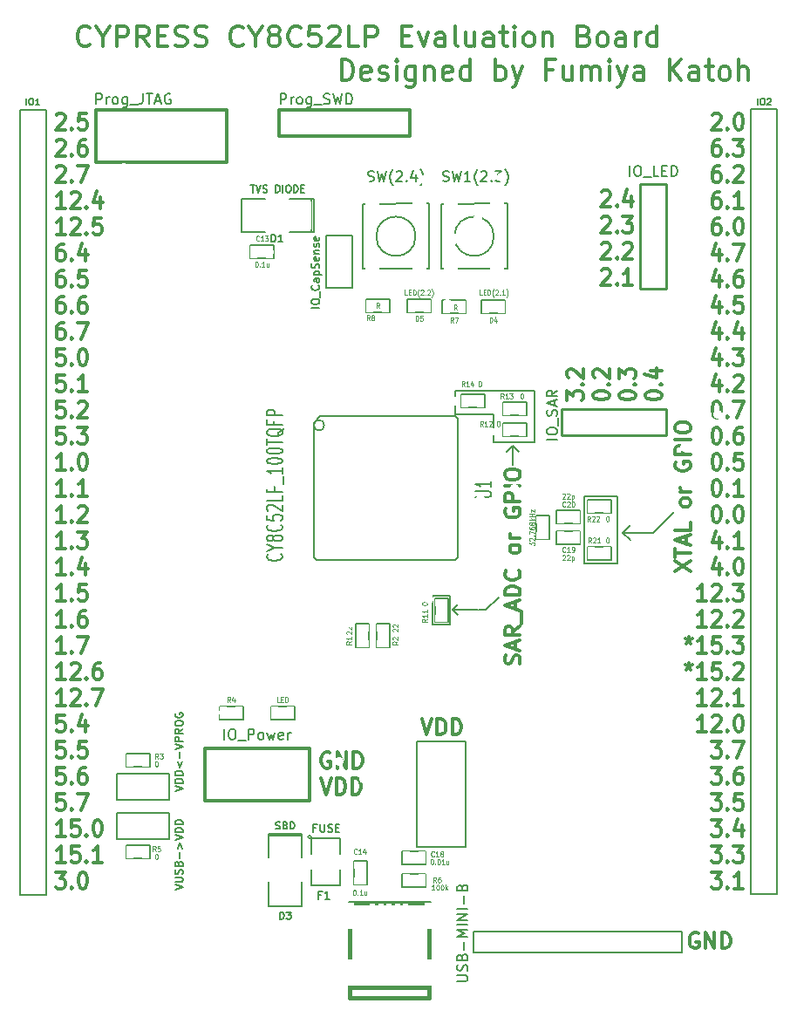
<source format=gto>
G04 (created by PCBNEW (2013-07-07 BZR 4022)-stable) date 2015/08/01 18:05:42*
%MOIN*%
G04 Gerber Fmt 3.4, Leading zero omitted, Abs format*
%FSLAX34Y34*%
G01*
G70*
G90*
G04 APERTURE LIST*
%ADD10C,0.00590551*%
%ADD11C,0.00787402*%
%ADD12C,0.011811*%
%ADD13C,0.015*%
%ADD14C,0.005*%
%ADD15C,0.012*%
%ADD16C,0.01*%
%ADD17C,0.0059*%
%ADD18C,0.006*%
%ADD19C,0.008*%
%ADD20C,0.0045*%
%ADD21C,0.0062*%
%ADD22R,0.0197X0.0906*%
%ADD23R,0.0787X0.0984*%
%ADD24C,0.0354*%
%ADD25R,0.0551181X0.0590551*%
%ADD26R,0.0709X0.1063*%
%ADD27R,0.1063X0.0709*%
%ADD28R,0.1X0.05*%
%ADD29R,0.025X0.045*%
%ADD30R,0.045X0.025*%
%ADD31R,0.06X0.06*%
%ADD32C,0.06*%
%ADD33C,0.177165*%
%ADD34R,0.01X0.04*%
%ADD35R,0.04X0.01*%
%ADD36C,0.0393701*%
%ADD37C,0.035*%
G04 APERTURE END LIST*
G54D10*
G54D11*
X35157Y-32834D02*
X35157Y-31771D01*
X35826Y-32834D02*
X35157Y-32834D01*
X35826Y-31732D02*
X35826Y-32834D01*
X35157Y-31732D02*
X35826Y-31732D01*
X38228Y-26023D02*
X38464Y-26259D01*
X38228Y-26023D02*
X37992Y-26259D01*
X38228Y-26732D02*
X38228Y-26023D01*
X37204Y-32283D02*
X37677Y-31811D01*
X36929Y-32283D02*
X37204Y-32283D01*
G54D12*
X31242Y-37745D02*
X31186Y-37715D01*
X31102Y-37715D01*
X31017Y-37745D01*
X30961Y-37805D01*
X30933Y-37865D01*
X30905Y-37985D01*
X30905Y-38075D01*
X30933Y-38195D01*
X30961Y-38255D01*
X31017Y-38315D01*
X31102Y-38345D01*
X31158Y-38345D01*
X31242Y-38315D01*
X31271Y-38285D01*
X31271Y-38075D01*
X31158Y-38075D01*
X31524Y-38345D02*
X31524Y-37715D01*
X31861Y-38345D01*
X31861Y-37715D01*
X32142Y-38345D02*
X32142Y-37715D01*
X32283Y-37715D01*
X32367Y-37745D01*
X32424Y-37805D01*
X32452Y-37865D01*
X32480Y-37985D01*
X32480Y-38075D01*
X32452Y-38195D01*
X32424Y-38255D01*
X32367Y-38315D01*
X32283Y-38345D01*
X32142Y-38345D01*
X30905Y-38715D02*
X31102Y-39345D01*
X31299Y-38715D01*
X31496Y-39345D02*
X31496Y-38715D01*
X31636Y-38715D01*
X31721Y-38745D01*
X31777Y-38805D01*
X31805Y-38865D01*
X31833Y-38985D01*
X31833Y-39075D01*
X31805Y-39195D01*
X31777Y-39255D01*
X31721Y-39315D01*
X31636Y-39345D01*
X31496Y-39345D01*
X32086Y-39345D02*
X32086Y-38715D01*
X32227Y-38715D01*
X32311Y-38745D01*
X32367Y-38805D01*
X32395Y-38865D01*
X32424Y-38985D01*
X32424Y-39075D01*
X32395Y-39195D01*
X32367Y-39255D01*
X32311Y-39315D01*
X32227Y-39345D01*
X32086Y-39345D01*
G54D11*
X43602Y-29330D02*
X44389Y-28543D01*
X43110Y-29330D02*
X43602Y-29330D01*
G54D12*
X44431Y-30807D02*
X45022Y-30413D01*
X44431Y-30413D02*
X45022Y-30807D01*
X44431Y-30272D02*
X44431Y-29935D01*
X45022Y-30104D02*
X44431Y-30104D01*
X44853Y-29766D02*
X44853Y-29485D01*
X45022Y-29822D02*
X44431Y-29625D01*
X45022Y-29429D01*
X45022Y-28951D02*
X45022Y-29232D01*
X44431Y-29232D01*
X45022Y-28219D02*
X44994Y-28276D01*
X44966Y-28304D01*
X44910Y-28332D01*
X44741Y-28332D01*
X44685Y-28304D01*
X44656Y-28276D01*
X44628Y-28219D01*
X44628Y-28135D01*
X44656Y-28079D01*
X44685Y-28051D01*
X44741Y-28023D01*
X44910Y-28023D01*
X44966Y-28051D01*
X44994Y-28079D01*
X45022Y-28135D01*
X45022Y-28219D01*
X45022Y-27769D02*
X44628Y-27769D01*
X44741Y-27769D02*
X44685Y-27741D01*
X44656Y-27713D01*
X44628Y-27657D01*
X44628Y-27601D01*
X44460Y-26645D02*
X44431Y-26701D01*
X44431Y-26785D01*
X44460Y-26870D01*
X44516Y-26926D01*
X44572Y-26954D01*
X44685Y-26982D01*
X44769Y-26982D01*
X44881Y-26954D01*
X44938Y-26926D01*
X44994Y-26870D01*
X45022Y-26785D01*
X45022Y-26729D01*
X44994Y-26645D01*
X44966Y-26616D01*
X44769Y-26616D01*
X44769Y-26729D01*
X45022Y-26363D02*
X44431Y-26363D01*
X44431Y-26138D01*
X44460Y-26082D01*
X44488Y-26054D01*
X44544Y-26026D01*
X44628Y-26026D01*
X44685Y-26054D01*
X44713Y-26082D01*
X44741Y-26138D01*
X44741Y-26363D01*
X45022Y-25773D02*
X44431Y-25773D01*
X44431Y-25379D02*
X44431Y-25267D01*
X44460Y-25210D01*
X44516Y-25154D01*
X44628Y-25126D01*
X44825Y-25126D01*
X44938Y-25154D01*
X44994Y-25210D01*
X45022Y-25267D01*
X45022Y-25379D01*
X44994Y-25435D01*
X44938Y-25492D01*
X44825Y-25520D01*
X44628Y-25520D01*
X44516Y-25492D01*
X44460Y-25435D01*
X44431Y-25379D01*
G54D11*
X42421Y-29330D02*
X43110Y-29330D01*
X42421Y-29330D02*
X42716Y-29035D01*
X42421Y-29330D02*
X42716Y-29625D01*
X40944Y-30511D02*
X40944Y-27952D01*
X42224Y-30511D02*
X40944Y-30511D01*
X42224Y-27952D02*
X42224Y-30511D01*
X40944Y-27952D02*
X42224Y-27952D01*
G54D12*
X38478Y-34356D02*
X38506Y-34271D01*
X38506Y-34131D01*
X38478Y-34074D01*
X38450Y-34046D01*
X38394Y-34018D01*
X38338Y-34018D01*
X38281Y-34046D01*
X38253Y-34074D01*
X38225Y-34131D01*
X38197Y-34243D01*
X38169Y-34299D01*
X38141Y-34327D01*
X38084Y-34356D01*
X38028Y-34356D01*
X37972Y-34327D01*
X37944Y-34299D01*
X37916Y-34243D01*
X37916Y-34102D01*
X37944Y-34018D01*
X38338Y-33793D02*
X38338Y-33512D01*
X38506Y-33849D02*
X37916Y-33652D01*
X38506Y-33456D01*
X38506Y-32921D02*
X38225Y-33118D01*
X38506Y-33259D02*
X37916Y-33259D01*
X37916Y-33034D01*
X37944Y-32978D01*
X37972Y-32949D01*
X38028Y-32921D01*
X38113Y-32921D01*
X38169Y-32949D01*
X38197Y-32978D01*
X38225Y-33034D01*
X38225Y-33259D01*
X38562Y-32809D02*
X38562Y-32359D01*
X38338Y-32246D02*
X38338Y-31965D01*
X38506Y-32303D02*
X37916Y-32106D01*
X38506Y-31909D01*
X38506Y-31712D02*
X37916Y-31712D01*
X37916Y-31571D01*
X37944Y-31487D01*
X38000Y-31431D01*
X38056Y-31403D01*
X38169Y-31375D01*
X38253Y-31375D01*
X38366Y-31403D01*
X38422Y-31431D01*
X38478Y-31487D01*
X38506Y-31571D01*
X38506Y-31712D01*
X38450Y-30784D02*
X38478Y-30812D01*
X38506Y-30897D01*
X38506Y-30953D01*
X38478Y-31037D01*
X38422Y-31093D01*
X38366Y-31122D01*
X38253Y-31150D01*
X38169Y-31150D01*
X38056Y-31122D01*
X38000Y-31093D01*
X37944Y-31037D01*
X37916Y-30953D01*
X37916Y-30897D01*
X37944Y-30812D01*
X37972Y-30784D01*
X38506Y-29997D02*
X38478Y-30053D01*
X38450Y-30081D01*
X38394Y-30109D01*
X38225Y-30109D01*
X38169Y-30081D01*
X38141Y-30053D01*
X38113Y-29997D01*
X38113Y-29912D01*
X38141Y-29856D01*
X38169Y-29828D01*
X38225Y-29800D01*
X38394Y-29800D01*
X38450Y-29828D01*
X38478Y-29856D01*
X38506Y-29912D01*
X38506Y-29997D01*
X38506Y-29547D02*
X38113Y-29547D01*
X38225Y-29547D02*
X38169Y-29519D01*
X38141Y-29491D01*
X38113Y-29434D01*
X38113Y-29378D01*
X37944Y-28422D02*
X37916Y-28478D01*
X37916Y-28562D01*
X37944Y-28647D01*
X38000Y-28703D01*
X38056Y-28731D01*
X38169Y-28759D01*
X38253Y-28759D01*
X38366Y-28731D01*
X38422Y-28703D01*
X38478Y-28647D01*
X38506Y-28562D01*
X38506Y-28506D01*
X38478Y-28422D01*
X38450Y-28394D01*
X38253Y-28394D01*
X38253Y-28506D01*
X38506Y-28141D02*
X37916Y-28141D01*
X37916Y-27916D01*
X37944Y-27859D01*
X37972Y-27831D01*
X38028Y-27803D01*
X38113Y-27803D01*
X38169Y-27831D01*
X38197Y-27859D01*
X38225Y-27916D01*
X38225Y-28141D01*
X38506Y-27550D02*
X37916Y-27550D01*
X37916Y-27156D02*
X37916Y-27044D01*
X37944Y-26988D01*
X38000Y-26931D01*
X38113Y-26903D01*
X38309Y-26903D01*
X38422Y-26931D01*
X38478Y-26988D01*
X38506Y-27044D01*
X38506Y-27156D01*
X38478Y-27213D01*
X38422Y-27269D01*
X38309Y-27297D01*
X38113Y-27297D01*
X38000Y-27269D01*
X37944Y-27213D01*
X37916Y-27156D01*
G54D11*
X35925Y-32283D02*
X36909Y-32283D01*
X35925Y-32283D02*
X36122Y-32480D01*
X35925Y-32283D02*
X36122Y-32086D01*
X36023Y-24803D02*
X36023Y-23917D01*
X37500Y-24803D02*
X36023Y-24803D01*
X37500Y-25885D02*
X37500Y-24803D01*
X39074Y-25885D02*
X37500Y-25885D01*
X39074Y-23917D02*
X39074Y-25885D01*
X36023Y-23917D02*
X39074Y-23917D01*
G54D12*
X31687Y-12050D02*
X31687Y-11263D01*
X31874Y-11263D01*
X31987Y-11301D01*
X32062Y-11376D01*
X32099Y-11451D01*
X32137Y-11601D01*
X32137Y-11713D01*
X32099Y-11863D01*
X32062Y-11938D01*
X31987Y-12013D01*
X31874Y-12050D01*
X31687Y-12050D01*
X32774Y-12013D02*
X32699Y-12050D01*
X32549Y-12050D01*
X32474Y-12013D01*
X32437Y-11938D01*
X32437Y-11638D01*
X32474Y-11563D01*
X32549Y-11526D01*
X32699Y-11526D01*
X32774Y-11563D01*
X32812Y-11638D01*
X32812Y-11713D01*
X32437Y-11788D01*
X33112Y-12013D02*
X33187Y-12050D01*
X33337Y-12050D01*
X33412Y-12013D01*
X33449Y-11938D01*
X33449Y-11901D01*
X33412Y-11826D01*
X33337Y-11788D01*
X33224Y-11788D01*
X33149Y-11751D01*
X33112Y-11676D01*
X33112Y-11638D01*
X33149Y-11563D01*
X33224Y-11526D01*
X33337Y-11526D01*
X33412Y-11563D01*
X33787Y-12050D02*
X33787Y-11526D01*
X33787Y-11263D02*
X33749Y-11301D01*
X33787Y-11338D01*
X33824Y-11301D01*
X33787Y-11263D01*
X33787Y-11338D01*
X34499Y-11526D02*
X34499Y-12163D01*
X34461Y-12238D01*
X34424Y-12275D01*
X34349Y-12313D01*
X34236Y-12313D01*
X34161Y-12275D01*
X34499Y-12013D02*
X34424Y-12050D01*
X34274Y-12050D01*
X34199Y-12013D01*
X34161Y-11976D01*
X34124Y-11901D01*
X34124Y-11676D01*
X34161Y-11601D01*
X34199Y-11563D01*
X34274Y-11526D01*
X34424Y-11526D01*
X34499Y-11563D01*
X34874Y-11526D02*
X34874Y-12050D01*
X34874Y-11601D02*
X34911Y-11563D01*
X34986Y-11526D01*
X35099Y-11526D01*
X35174Y-11563D01*
X35211Y-11638D01*
X35211Y-12050D01*
X35886Y-12013D02*
X35811Y-12050D01*
X35661Y-12050D01*
X35586Y-12013D01*
X35549Y-11938D01*
X35549Y-11638D01*
X35586Y-11563D01*
X35661Y-11526D01*
X35811Y-11526D01*
X35886Y-11563D01*
X35924Y-11638D01*
X35924Y-11713D01*
X35549Y-11788D01*
X36599Y-12050D02*
X36599Y-11263D01*
X36599Y-12013D02*
X36524Y-12050D01*
X36374Y-12050D01*
X36299Y-12013D01*
X36261Y-11976D01*
X36224Y-11901D01*
X36224Y-11676D01*
X36261Y-11601D01*
X36299Y-11563D01*
X36374Y-11526D01*
X36524Y-11526D01*
X36599Y-11563D01*
X37574Y-12050D02*
X37574Y-11263D01*
X37574Y-11563D02*
X37649Y-11526D01*
X37799Y-11526D01*
X37874Y-11563D01*
X37911Y-11601D01*
X37949Y-11676D01*
X37949Y-11901D01*
X37911Y-11976D01*
X37874Y-12013D01*
X37799Y-12050D01*
X37649Y-12050D01*
X37574Y-12013D01*
X38211Y-11526D02*
X38398Y-12050D01*
X38586Y-11526D02*
X38398Y-12050D01*
X38323Y-12238D01*
X38286Y-12275D01*
X38211Y-12313D01*
X39748Y-11638D02*
X39486Y-11638D01*
X39486Y-12050D02*
X39486Y-11263D01*
X39861Y-11263D01*
X40498Y-11526D02*
X40498Y-12050D01*
X40161Y-11526D02*
X40161Y-11938D01*
X40198Y-12013D01*
X40273Y-12050D01*
X40386Y-12050D01*
X40461Y-12013D01*
X40498Y-11976D01*
X40873Y-12050D02*
X40873Y-11526D01*
X40873Y-11601D02*
X40911Y-11563D01*
X40986Y-11526D01*
X41098Y-11526D01*
X41173Y-11563D01*
X41211Y-11638D01*
X41211Y-12050D01*
X41211Y-11638D02*
X41248Y-11563D01*
X41323Y-11526D01*
X41436Y-11526D01*
X41511Y-11563D01*
X41548Y-11638D01*
X41548Y-12050D01*
X41923Y-12050D02*
X41923Y-11526D01*
X41923Y-11263D02*
X41886Y-11301D01*
X41923Y-11338D01*
X41961Y-11301D01*
X41923Y-11263D01*
X41923Y-11338D01*
X42223Y-11526D02*
X42410Y-12050D01*
X42598Y-11526D02*
X42410Y-12050D01*
X42335Y-12238D01*
X42298Y-12275D01*
X42223Y-12313D01*
X43235Y-12050D02*
X43235Y-11638D01*
X43198Y-11563D01*
X43123Y-11526D01*
X42973Y-11526D01*
X42898Y-11563D01*
X43235Y-12013D02*
X43160Y-12050D01*
X42973Y-12050D01*
X42898Y-12013D01*
X42860Y-11938D01*
X42860Y-11863D01*
X42898Y-11788D01*
X42973Y-11751D01*
X43160Y-11751D01*
X43235Y-11713D01*
X44210Y-12050D02*
X44210Y-11263D01*
X44660Y-12050D02*
X44323Y-11601D01*
X44660Y-11263D02*
X44210Y-11713D01*
X45335Y-12050D02*
X45335Y-11638D01*
X45298Y-11563D01*
X45223Y-11526D01*
X45073Y-11526D01*
X44998Y-11563D01*
X45335Y-12013D02*
X45260Y-12050D01*
X45073Y-12050D01*
X44998Y-12013D01*
X44960Y-11938D01*
X44960Y-11863D01*
X44998Y-11788D01*
X45073Y-11751D01*
X45260Y-11751D01*
X45335Y-11713D01*
X45598Y-11526D02*
X45898Y-11526D01*
X45710Y-11263D02*
X45710Y-11938D01*
X45748Y-12013D01*
X45823Y-12050D01*
X45898Y-12050D01*
X46272Y-12050D02*
X46197Y-12013D01*
X46160Y-11976D01*
X46122Y-11901D01*
X46122Y-11676D01*
X46160Y-11601D01*
X46197Y-11563D01*
X46272Y-11526D01*
X46385Y-11526D01*
X46460Y-11563D01*
X46497Y-11601D01*
X46535Y-11676D01*
X46535Y-11901D01*
X46497Y-11976D01*
X46460Y-12013D01*
X46385Y-12050D01*
X46272Y-12050D01*
X46872Y-12050D02*
X46872Y-11263D01*
X47210Y-12050D02*
X47210Y-11638D01*
X47172Y-11563D01*
X47097Y-11526D01*
X46985Y-11526D01*
X46910Y-11563D01*
X46872Y-11601D01*
X22065Y-10676D02*
X22028Y-10714D01*
X21916Y-10751D01*
X21841Y-10751D01*
X21728Y-10714D01*
X21653Y-10639D01*
X21616Y-10564D01*
X21578Y-10414D01*
X21578Y-10301D01*
X21616Y-10151D01*
X21653Y-10076D01*
X21728Y-10001D01*
X21841Y-9964D01*
X21916Y-9964D01*
X22028Y-10001D01*
X22065Y-10039D01*
X22553Y-10376D02*
X22553Y-10751D01*
X22290Y-9964D02*
X22553Y-10376D01*
X22815Y-9964D01*
X23078Y-10751D02*
X23078Y-9964D01*
X23378Y-9964D01*
X23453Y-10001D01*
X23490Y-10039D01*
X23528Y-10114D01*
X23528Y-10226D01*
X23490Y-10301D01*
X23453Y-10339D01*
X23378Y-10376D01*
X23078Y-10376D01*
X24315Y-10751D02*
X24053Y-10376D01*
X23865Y-10751D02*
X23865Y-9964D01*
X24165Y-9964D01*
X24240Y-10001D01*
X24278Y-10039D01*
X24315Y-10114D01*
X24315Y-10226D01*
X24278Y-10301D01*
X24240Y-10339D01*
X24165Y-10376D01*
X23865Y-10376D01*
X24653Y-10339D02*
X24915Y-10339D01*
X25028Y-10751D02*
X24653Y-10751D01*
X24653Y-9964D01*
X25028Y-9964D01*
X25328Y-10714D02*
X25440Y-10751D01*
X25628Y-10751D01*
X25703Y-10714D01*
X25740Y-10676D01*
X25778Y-10601D01*
X25778Y-10526D01*
X25740Y-10451D01*
X25703Y-10414D01*
X25628Y-10376D01*
X25478Y-10339D01*
X25403Y-10301D01*
X25365Y-10264D01*
X25328Y-10189D01*
X25328Y-10114D01*
X25365Y-10039D01*
X25403Y-10001D01*
X25478Y-9964D01*
X25665Y-9964D01*
X25778Y-10001D01*
X26077Y-10714D02*
X26190Y-10751D01*
X26377Y-10751D01*
X26452Y-10714D01*
X26490Y-10676D01*
X26527Y-10601D01*
X26527Y-10526D01*
X26490Y-10451D01*
X26452Y-10414D01*
X26377Y-10376D01*
X26227Y-10339D01*
X26152Y-10301D01*
X26115Y-10264D01*
X26077Y-10189D01*
X26077Y-10114D01*
X26115Y-10039D01*
X26152Y-10001D01*
X26227Y-9964D01*
X26415Y-9964D01*
X26527Y-10001D01*
X27915Y-10676D02*
X27877Y-10714D01*
X27765Y-10751D01*
X27690Y-10751D01*
X27577Y-10714D01*
X27502Y-10639D01*
X27465Y-10564D01*
X27427Y-10414D01*
X27427Y-10301D01*
X27465Y-10151D01*
X27502Y-10076D01*
X27577Y-10001D01*
X27690Y-9964D01*
X27765Y-9964D01*
X27877Y-10001D01*
X27915Y-10039D01*
X28402Y-10376D02*
X28402Y-10751D01*
X28140Y-9964D02*
X28402Y-10376D01*
X28665Y-9964D01*
X29040Y-10301D02*
X28965Y-10264D01*
X28927Y-10226D01*
X28890Y-10151D01*
X28890Y-10114D01*
X28927Y-10039D01*
X28965Y-10001D01*
X29040Y-9964D01*
X29190Y-9964D01*
X29265Y-10001D01*
X29302Y-10039D01*
X29340Y-10114D01*
X29340Y-10151D01*
X29302Y-10226D01*
X29265Y-10264D01*
X29190Y-10301D01*
X29040Y-10301D01*
X28965Y-10339D01*
X28927Y-10376D01*
X28890Y-10451D01*
X28890Y-10601D01*
X28927Y-10676D01*
X28965Y-10714D01*
X29040Y-10751D01*
X29190Y-10751D01*
X29265Y-10714D01*
X29302Y-10676D01*
X29340Y-10601D01*
X29340Y-10451D01*
X29302Y-10376D01*
X29265Y-10339D01*
X29190Y-10301D01*
X30127Y-10676D02*
X30089Y-10714D01*
X29977Y-10751D01*
X29902Y-10751D01*
X29790Y-10714D01*
X29715Y-10639D01*
X29677Y-10564D01*
X29640Y-10414D01*
X29640Y-10301D01*
X29677Y-10151D01*
X29715Y-10076D01*
X29790Y-10001D01*
X29902Y-9964D01*
X29977Y-9964D01*
X30089Y-10001D01*
X30127Y-10039D01*
X30839Y-9964D02*
X30464Y-9964D01*
X30427Y-10339D01*
X30464Y-10301D01*
X30539Y-10264D01*
X30727Y-10264D01*
X30802Y-10301D01*
X30839Y-10339D01*
X30877Y-10414D01*
X30877Y-10601D01*
X30839Y-10676D01*
X30802Y-10714D01*
X30727Y-10751D01*
X30539Y-10751D01*
X30464Y-10714D01*
X30427Y-10676D01*
X31177Y-10039D02*
X31214Y-10001D01*
X31289Y-9964D01*
X31477Y-9964D01*
X31552Y-10001D01*
X31589Y-10039D01*
X31627Y-10114D01*
X31627Y-10189D01*
X31589Y-10301D01*
X31139Y-10751D01*
X31627Y-10751D01*
X32339Y-10751D02*
X31964Y-10751D01*
X31964Y-9964D01*
X32602Y-10751D02*
X32602Y-9964D01*
X32902Y-9964D01*
X32977Y-10001D01*
X33014Y-10039D01*
X33052Y-10114D01*
X33052Y-10226D01*
X33014Y-10301D01*
X32977Y-10339D01*
X32902Y-10376D01*
X32602Y-10376D01*
X33989Y-10339D02*
X34251Y-10339D01*
X34364Y-10751D02*
X33989Y-10751D01*
X33989Y-9964D01*
X34364Y-9964D01*
X34626Y-10226D02*
X34814Y-10751D01*
X35001Y-10226D01*
X35639Y-10751D02*
X35639Y-10339D01*
X35601Y-10264D01*
X35526Y-10226D01*
X35376Y-10226D01*
X35301Y-10264D01*
X35639Y-10714D02*
X35564Y-10751D01*
X35376Y-10751D01*
X35301Y-10714D01*
X35264Y-10639D01*
X35264Y-10564D01*
X35301Y-10489D01*
X35376Y-10451D01*
X35564Y-10451D01*
X35639Y-10414D01*
X36126Y-10751D02*
X36051Y-10714D01*
X36014Y-10639D01*
X36014Y-9964D01*
X36764Y-10226D02*
X36764Y-10751D01*
X36426Y-10226D02*
X36426Y-10639D01*
X36464Y-10714D01*
X36539Y-10751D01*
X36651Y-10751D01*
X36726Y-10714D01*
X36764Y-10676D01*
X37476Y-10751D02*
X37476Y-10339D01*
X37439Y-10264D01*
X37364Y-10226D01*
X37214Y-10226D01*
X37139Y-10264D01*
X37476Y-10714D02*
X37401Y-10751D01*
X37214Y-10751D01*
X37139Y-10714D01*
X37101Y-10639D01*
X37101Y-10564D01*
X37139Y-10489D01*
X37214Y-10451D01*
X37401Y-10451D01*
X37476Y-10414D01*
X37739Y-10226D02*
X38038Y-10226D01*
X37851Y-9964D02*
X37851Y-10639D01*
X37889Y-10714D01*
X37964Y-10751D01*
X38038Y-10751D01*
X38301Y-10751D02*
X38301Y-10226D01*
X38301Y-9964D02*
X38263Y-10001D01*
X38301Y-10039D01*
X38338Y-10001D01*
X38301Y-9964D01*
X38301Y-10039D01*
X38788Y-10751D02*
X38713Y-10714D01*
X38676Y-10676D01*
X38638Y-10601D01*
X38638Y-10376D01*
X38676Y-10301D01*
X38713Y-10264D01*
X38788Y-10226D01*
X38901Y-10226D01*
X38976Y-10264D01*
X39013Y-10301D01*
X39051Y-10376D01*
X39051Y-10601D01*
X39013Y-10676D01*
X38976Y-10714D01*
X38901Y-10751D01*
X38788Y-10751D01*
X39388Y-10226D02*
X39388Y-10751D01*
X39388Y-10301D02*
X39426Y-10264D01*
X39501Y-10226D01*
X39613Y-10226D01*
X39688Y-10264D01*
X39726Y-10339D01*
X39726Y-10751D01*
X40963Y-10339D02*
X41076Y-10376D01*
X41113Y-10414D01*
X41151Y-10489D01*
X41151Y-10601D01*
X41113Y-10676D01*
X41076Y-10714D01*
X41001Y-10751D01*
X40701Y-10751D01*
X40701Y-9964D01*
X40963Y-9964D01*
X41038Y-10001D01*
X41076Y-10039D01*
X41113Y-10114D01*
X41113Y-10189D01*
X41076Y-10264D01*
X41038Y-10301D01*
X40963Y-10339D01*
X40701Y-10339D01*
X41601Y-10751D02*
X41526Y-10714D01*
X41488Y-10676D01*
X41451Y-10601D01*
X41451Y-10376D01*
X41488Y-10301D01*
X41526Y-10264D01*
X41601Y-10226D01*
X41713Y-10226D01*
X41788Y-10264D01*
X41826Y-10301D01*
X41863Y-10376D01*
X41863Y-10601D01*
X41826Y-10676D01*
X41788Y-10714D01*
X41713Y-10751D01*
X41601Y-10751D01*
X42538Y-10751D02*
X42538Y-10339D01*
X42500Y-10264D01*
X42425Y-10226D01*
X42275Y-10226D01*
X42200Y-10264D01*
X42538Y-10714D02*
X42463Y-10751D01*
X42275Y-10751D01*
X42200Y-10714D01*
X42163Y-10639D01*
X42163Y-10564D01*
X42200Y-10489D01*
X42275Y-10451D01*
X42463Y-10451D01*
X42538Y-10414D01*
X42913Y-10751D02*
X42913Y-10226D01*
X42913Y-10376D02*
X42950Y-10301D01*
X42988Y-10264D01*
X43063Y-10226D01*
X43138Y-10226D01*
X43738Y-10751D02*
X43738Y-9964D01*
X43738Y-10714D02*
X43663Y-10751D01*
X43513Y-10751D01*
X43438Y-10714D01*
X43400Y-10676D01*
X43363Y-10601D01*
X43363Y-10376D01*
X43400Y-10301D01*
X43438Y-10264D01*
X43513Y-10226D01*
X43663Y-10226D01*
X43738Y-10264D01*
G54D11*
X36417Y-37303D02*
X36417Y-41338D01*
X35433Y-37303D02*
X36417Y-37303D01*
G54D12*
X34744Y-36459D02*
X34940Y-37050D01*
X35137Y-36459D01*
X35334Y-37050D02*
X35334Y-36459D01*
X35475Y-36459D01*
X35559Y-36487D01*
X35615Y-36543D01*
X35643Y-36600D01*
X35672Y-36712D01*
X35672Y-36796D01*
X35643Y-36909D01*
X35615Y-36965D01*
X35559Y-37021D01*
X35475Y-37050D01*
X35334Y-37050D01*
X35925Y-37050D02*
X35925Y-36459D01*
X36065Y-36459D01*
X36150Y-36487D01*
X36206Y-36543D01*
X36234Y-36600D01*
X36262Y-36712D01*
X36262Y-36796D01*
X36234Y-36909D01*
X36206Y-36965D01*
X36150Y-37021D01*
X36065Y-37050D01*
X35925Y-37050D01*
G54D11*
X34547Y-41338D02*
X34645Y-41338D01*
X34547Y-37303D02*
X34547Y-41338D01*
X35433Y-37303D02*
X34547Y-37303D01*
X34645Y-41338D02*
X36417Y-41338D01*
G54D12*
X45317Y-44656D02*
X45261Y-44628D01*
X45177Y-44628D01*
X45092Y-44656D01*
X45036Y-44713D01*
X45008Y-44769D01*
X44980Y-44881D01*
X44980Y-44966D01*
X45008Y-45078D01*
X45036Y-45134D01*
X45092Y-45191D01*
X45177Y-45219D01*
X45233Y-45219D01*
X45317Y-45191D01*
X45345Y-45163D01*
X45345Y-44966D01*
X45233Y-44966D01*
X45598Y-45219D02*
X45598Y-44628D01*
X45936Y-45219D01*
X45936Y-44628D01*
X46217Y-45219D02*
X46217Y-44628D01*
X46358Y-44628D01*
X46442Y-44656D01*
X46498Y-44713D01*
X46526Y-44769D01*
X46555Y-44881D01*
X46555Y-44966D01*
X46526Y-45078D01*
X46498Y-45134D01*
X46442Y-45191D01*
X46358Y-45219D01*
X46217Y-45219D01*
G54D11*
X36712Y-44586D02*
X44685Y-44586D01*
X36712Y-45374D02*
X36712Y-44586D01*
X44685Y-45374D02*
X36712Y-45374D01*
X44685Y-44586D02*
X44685Y-45374D01*
G54D12*
X40294Y-24285D02*
X40294Y-23920D01*
X40534Y-24116D01*
X40534Y-24032D01*
X40564Y-23976D01*
X40594Y-23948D01*
X40654Y-23920D01*
X40804Y-23920D01*
X40864Y-23948D01*
X40894Y-23976D01*
X40924Y-24032D01*
X40924Y-24201D01*
X40894Y-24257D01*
X40864Y-24285D01*
X40864Y-23667D02*
X40894Y-23638D01*
X40924Y-23667D01*
X40894Y-23695D01*
X40864Y-23667D01*
X40924Y-23667D01*
X40354Y-23413D02*
X40324Y-23385D01*
X40294Y-23329D01*
X40294Y-23188D01*
X40324Y-23132D01*
X40354Y-23104D01*
X40414Y-23076D01*
X40474Y-23076D01*
X40564Y-23104D01*
X40924Y-23442D01*
X40924Y-23076D01*
X41294Y-24116D02*
X41294Y-24060D01*
X41324Y-24004D01*
X41354Y-23976D01*
X41414Y-23948D01*
X41534Y-23920D01*
X41684Y-23920D01*
X41804Y-23948D01*
X41864Y-23976D01*
X41894Y-24004D01*
X41924Y-24060D01*
X41924Y-24116D01*
X41894Y-24173D01*
X41864Y-24201D01*
X41804Y-24229D01*
X41684Y-24257D01*
X41534Y-24257D01*
X41414Y-24229D01*
X41354Y-24201D01*
X41324Y-24173D01*
X41294Y-24116D01*
X41864Y-23667D02*
X41894Y-23638D01*
X41924Y-23667D01*
X41894Y-23695D01*
X41864Y-23667D01*
X41924Y-23667D01*
X41354Y-23413D02*
X41324Y-23385D01*
X41294Y-23329D01*
X41294Y-23188D01*
X41324Y-23132D01*
X41354Y-23104D01*
X41414Y-23076D01*
X41474Y-23076D01*
X41564Y-23104D01*
X41924Y-23442D01*
X41924Y-23076D01*
X42294Y-24116D02*
X42294Y-24060D01*
X42324Y-24004D01*
X42354Y-23976D01*
X42414Y-23948D01*
X42534Y-23920D01*
X42684Y-23920D01*
X42804Y-23948D01*
X42864Y-23976D01*
X42894Y-24004D01*
X42924Y-24060D01*
X42924Y-24116D01*
X42894Y-24173D01*
X42864Y-24201D01*
X42804Y-24229D01*
X42684Y-24257D01*
X42534Y-24257D01*
X42414Y-24229D01*
X42354Y-24201D01*
X42324Y-24173D01*
X42294Y-24116D01*
X42864Y-23667D02*
X42894Y-23638D01*
X42924Y-23667D01*
X42894Y-23695D01*
X42864Y-23667D01*
X42924Y-23667D01*
X42294Y-23442D02*
X42294Y-23076D01*
X42534Y-23273D01*
X42534Y-23188D01*
X42564Y-23132D01*
X42594Y-23104D01*
X42654Y-23076D01*
X42804Y-23076D01*
X42864Y-23104D01*
X42894Y-23132D01*
X42924Y-23188D01*
X42924Y-23357D01*
X42894Y-23413D01*
X42864Y-23442D01*
X43294Y-24116D02*
X43294Y-24060D01*
X43324Y-24004D01*
X43354Y-23976D01*
X43414Y-23948D01*
X43534Y-23920D01*
X43684Y-23920D01*
X43804Y-23948D01*
X43864Y-23976D01*
X43894Y-24004D01*
X43924Y-24060D01*
X43924Y-24116D01*
X43894Y-24173D01*
X43864Y-24201D01*
X43804Y-24229D01*
X43684Y-24257D01*
X43534Y-24257D01*
X43414Y-24229D01*
X43354Y-24201D01*
X43324Y-24173D01*
X43294Y-24116D01*
X43864Y-23667D02*
X43894Y-23638D01*
X43924Y-23667D01*
X43894Y-23695D01*
X43864Y-23667D01*
X43924Y-23667D01*
X43504Y-23132D02*
X43924Y-23132D01*
X43264Y-23273D02*
X43714Y-23413D01*
X43714Y-23048D01*
X41619Y-16318D02*
X41647Y-16288D01*
X41704Y-16258D01*
X41844Y-16258D01*
X41901Y-16288D01*
X41929Y-16318D01*
X41957Y-16378D01*
X41957Y-16438D01*
X41929Y-16528D01*
X41591Y-16888D01*
X41957Y-16888D01*
X42210Y-16828D02*
X42238Y-16858D01*
X42210Y-16888D01*
X42182Y-16858D01*
X42210Y-16828D01*
X42210Y-16888D01*
X42744Y-16468D02*
X42744Y-16888D01*
X42604Y-16228D02*
X42463Y-16678D01*
X42829Y-16678D01*
X41619Y-17318D02*
X41647Y-17288D01*
X41704Y-17258D01*
X41844Y-17258D01*
X41901Y-17288D01*
X41929Y-17318D01*
X41957Y-17378D01*
X41957Y-17438D01*
X41929Y-17528D01*
X41591Y-17888D01*
X41957Y-17888D01*
X42210Y-17828D02*
X42238Y-17858D01*
X42210Y-17888D01*
X42182Y-17858D01*
X42210Y-17828D01*
X42210Y-17888D01*
X42435Y-17258D02*
X42800Y-17258D01*
X42604Y-17498D01*
X42688Y-17498D01*
X42744Y-17528D01*
X42772Y-17558D01*
X42800Y-17618D01*
X42800Y-17768D01*
X42772Y-17828D01*
X42744Y-17858D01*
X42688Y-17888D01*
X42519Y-17888D01*
X42463Y-17858D01*
X42435Y-17828D01*
X41619Y-18318D02*
X41647Y-18288D01*
X41704Y-18258D01*
X41844Y-18258D01*
X41901Y-18288D01*
X41929Y-18318D01*
X41957Y-18378D01*
X41957Y-18438D01*
X41929Y-18528D01*
X41591Y-18888D01*
X41957Y-18888D01*
X42210Y-18828D02*
X42238Y-18858D01*
X42210Y-18888D01*
X42182Y-18858D01*
X42210Y-18828D01*
X42210Y-18888D01*
X42463Y-18318D02*
X42491Y-18288D01*
X42547Y-18258D01*
X42688Y-18258D01*
X42744Y-18288D01*
X42772Y-18318D01*
X42800Y-18378D01*
X42800Y-18438D01*
X42772Y-18528D01*
X42435Y-18888D01*
X42800Y-18888D01*
X41619Y-19318D02*
X41647Y-19288D01*
X41704Y-19258D01*
X41844Y-19258D01*
X41901Y-19288D01*
X41929Y-19318D01*
X41957Y-19378D01*
X41957Y-19438D01*
X41929Y-19528D01*
X41591Y-19888D01*
X41957Y-19888D01*
X42210Y-19828D02*
X42238Y-19858D01*
X42210Y-19888D01*
X42182Y-19858D01*
X42210Y-19828D01*
X42210Y-19888D01*
X42800Y-19888D02*
X42463Y-19888D01*
X42632Y-19888D02*
X42632Y-19258D01*
X42575Y-19348D01*
X42519Y-19408D01*
X42463Y-19438D01*
X20781Y-13366D02*
X20809Y-13336D01*
X20866Y-13306D01*
X21006Y-13306D01*
X21062Y-13336D01*
X21091Y-13366D01*
X21119Y-13426D01*
X21119Y-13486D01*
X21091Y-13576D01*
X20753Y-13936D01*
X21119Y-13936D01*
X21372Y-13876D02*
X21400Y-13906D01*
X21372Y-13936D01*
X21344Y-13906D01*
X21372Y-13876D01*
X21372Y-13936D01*
X21934Y-13306D02*
X21653Y-13306D01*
X21625Y-13606D01*
X21653Y-13576D01*
X21709Y-13546D01*
X21850Y-13546D01*
X21906Y-13576D01*
X21934Y-13606D01*
X21962Y-13666D01*
X21962Y-13816D01*
X21934Y-13876D01*
X21906Y-13906D01*
X21850Y-13936D01*
X21709Y-13936D01*
X21653Y-13906D01*
X21625Y-13876D01*
X20781Y-14366D02*
X20809Y-14336D01*
X20866Y-14306D01*
X21006Y-14306D01*
X21062Y-14336D01*
X21091Y-14366D01*
X21119Y-14426D01*
X21119Y-14486D01*
X21091Y-14576D01*
X20753Y-14936D01*
X21119Y-14936D01*
X21372Y-14876D02*
X21400Y-14906D01*
X21372Y-14936D01*
X21344Y-14906D01*
X21372Y-14876D01*
X21372Y-14936D01*
X21906Y-14306D02*
X21794Y-14306D01*
X21737Y-14336D01*
X21709Y-14366D01*
X21653Y-14456D01*
X21625Y-14576D01*
X21625Y-14816D01*
X21653Y-14876D01*
X21681Y-14906D01*
X21737Y-14936D01*
X21850Y-14936D01*
X21906Y-14906D01*
X21934Y-14876D01*
X21962Y-14816D01*
X21962Y-14666D01*
X21934Y-14606D01*
X21906Y-14576D01*
X21850Y-14546D01*
X21737Y-14546D01*
X21681Y-14576D01*
X21653Y-14606D01*
X21625Y-14666D01*
X20781Y-15366D02*
X20809Y-15336D01*
X20866Y-15306D01*
X21006Y-15306D01*
X21062Y-15336D01*
X21091Y-15366D01*
X21119Y-15426D01*
X21119Y-15486D01*
X21091Y-15576D01*
X20753Y-15936D01*
X21119Y-15936D01*
X21372Y-15876D02*
X21400Y-15906D01*
X21372Y-15936D01*
X21344Y-15906D01*
X21372Y-15876D01*
X21372Y-15936D01*
X21597Y-15306D02*
X21991Y-15306D01*
X21737Y-15936D01*
X21119Y-16936D02*
X20781Y-16936D01*
X20950Y-16936D02*
X20950Y-16306D01*
X20894Y-16396D01*
X20838Y-16456D01*
X20781Y-16486D01*
X21344Y-16366D02*
X21372Y-16336D01*
X21428Y-16306D01*
X21569Y-16306D01*
X21625Y-16336D01*
X21653Y-16366D01*
X21681Y-16426D01*
X21681Y-16486D01*
X21653Y-16576D01*
X21316Y-16936D01*
X21681Y-16936D01*
X21934Y-16876D02*
X21962Y-16906D01*
X21934Y-16936D01*
X21906Y-16906D01*
X21934Y-16876D01*
X21934Y-16936D01*
X22469Y-16516D02*
X22469Y-16936D01*
X22328Y-16276D02*
X22187Y-16726D01*
X22553Y-16726D01*
X21119Y-17936D02*
X20781Y-17936D01*
X20950Y-17936D02*
X20950Y-17306D01*
X20894Y-17396D01*
X20838Y-17456D01*
X20781Y-17486D01*
X21344Y-17366D02*
X21372Y-17336D01*
X21428Y-17306D01*
X21569Y-17306D01*
X21625Y-17336D01*
X21653Y-17366D01*
X21681Y-17426D01*
X21681Y-17486D01*
X21653Y-17576D01*
X21316Y-17936D01*
X21681Y-17936D01*
X21934Y-17876D02*
X21962Y-17906D01*
X21934Y-17936D01*
X21906Y-17906D01*
X21934Y-17876D01*
X21934Y-17936D01*
X22497Y-17306D02*
X22215Y-17306D01*
X22187Y-17606D01*
X22215Y-17576D01*
X22272Y-17546D01*
X22412Y-17546D01*
X22469Y-17576D01*
X22497Y-17606D01*
X22525Y-17666D01*
X22525Y-17816D01*
X22497Y-17876D01*
X22469Y-17906D01*
X22412Y-17936D01*
X22272Y-17936D01*
X22215Y-17906D01*
X22187Y-17876D01*
X21062Y-18306D02*
X20950Y-18306D01*
X20894Y-18336D01*
X20866Y-18366D01*
X20809Y-18456D01*
X20781Y-18576D01*
X20781Y-18816D01*
X20809Y-18876D01*
X20838Y-18906D01*
X20894Y-18936D01*
X21006Y-18936D01*
X21062Y-18906D01*
X21091Y-18876D01*
X21119Y-18816D01*
X21119Y-18666D01*
X21091Y-18606D01*
X21062Y-18576D01*
X21006Y-18546D01*
X20894Y-18546D01*
X20838Y-18576D01*
X20809Y-18606D01*
X20781Y-18666D01*
X21372Y-18876D02*
X21400Y-18906D01*
X21372Y-18936D01*
X21344Y-18906D01*
X21372Y-18876D01*
X21372Y-18936D01*
X21906Y-18516D02*
X21906Y-18936D01*
X21766Y-18276D02*
X21625Y-18726D01*
X21991Y-18726D01*
X21062Y-19306D02*
X20950Y-19306D01*
X20894Y-19336D01*
X20866Y-19366D01*
X20809Y-19456D01*
X20781Y-19576D01*
X20781Y-19816D01*
X20809Y-19876D01*
X20838Y-19906D01*
X20894Y-19936D01*
X21006Y-19936D01*
X21062Y-19906D01*
X21091Y-19876D01*
X21119Y-19816D01*
X21119Y-19666D01*
X21091Y-19606D01*
X21062Y-19576D01*
X21006Y-19546D01*
X20894Y-19546D01*
X20838Y-19576D01*
X20809Y-19606D01*
X20781Y-19666D01*
X21372Y-19876D02*
X21400Y-19906D01*
X21372Y-19936D01*
X21344Y-19906D01*
X21372Y-19876D01*
X21372Y-19936D01*
X21934Y-19306D02*
X21653Y-19306D01*
X21625Y-19606D01*
X21653Y-19576D01*
X21709Y-19546D01*
X21850Y-19546D01*
X21906Y-19576D01*
X21934Y-19606D01*
X21962Y-19666D01*
X21962Y-19816D01*
X21934Y-19876D01*
X21906Y-19906D01*
X21850Y-19936D01*
X21709Y-19936D01*
X21653Y-19906D01*
X21625Y-19876D01*
X21062Y-20306D02*
X20950Y-20306D01*
X20894Y-20336D01*
X20866Y-20366D01*
X20809Y-20456D01*
X20781Y-20576D01*
X20781Y-20816D01*
X20809Y-20876D01*
X20838Y-20906D01*
X20894Y-20936D01*
X21006Y-20936D01*
X21062Y-20906D01*
X21091Y-20876D01*
X21119Y-20816D01*
X21119Y-20666D01*
X21091Y-20606D01*
X21062Y-20576D01*
X21006Y-20546D01*
X20894Y-20546D01*
X20838Y-20576D01*
X20809Y-20606D01*
X20781Y-20666D01*
X21372Y-20876D02*
X21400Y-20906D01*
X21372Y-20936D01*
X21344Y-20906D01*
X21372Y-20876D01*
X21372Y-20936D01*
X21906Y-20306D02*
X21794Y-20306D01*
X21737Y-20336D01*
X21709Y-20366D01*
X21653Y-20456D01*
X21625Y-20576D01*
X21625Y-20816D01*
X21653Y-20876D01*
X21681Y-20906D01*
X21737Y-20936D01*
X21850Y-20936D01*
X21906Y-20906D01*
X21934Y-20876D01*
X21962Y-20816D01*
X21962Y-20666D01*
X21934Y-20606D01*
X21906Y-20576D01*
X21850Y-20546D01*
X21737Y-20546D01*
X21681Y-20576D01*
X21653Y-20606D01*
X21625Y-20666D01*
X21062Y-21306D02*
X20950Y-21306D01*
X20894Y-21336D01*
X20866Y-21366D01*
X20809Y-21456D01*
X20781Y-21576D01*
X20781Y-21816D01*
X20809Y-21876D01*
X20838Y-21906D01*
X20894Y-21936D01*
X21006Y-21936D01*
X21062Y-21906D01*
X21091Y-21876D01*
X21119Y-21816D01*
X21119Y-21666D01*
X21091Y-21606D01*
X21062Y-21576D01*
X21006Y-21546D01*
X20894Y-21546D01*
X20838Y-21576D01*
X20809Y-21606D01*
X20781Y-21666D01*
X21372Y-21876D02*
X21400Y-21906D01*
X21372Y-21936D01*
X21344Y-21906D01*
X21372Y-21876D01*
X21372Y-21936D01*
X21597Y-21306D02*
X21991Y-21306D01*
X21737Y-21936D01*
X21091Y-22306D02*
X20809Y-22306D01*
X20781Y-22606D01*
X20809Y-22576D01*
X20866Y-22546D01*
X21006Y-22546D01*
X21062Y-22576D01*
X21091Y-22606D01*
X21119Y-22666D01*
X21119Y-22816D01*
X21091Y-22876D01*
X21062Y-22906D01*
X21006Y-22936D01*
X20866Y-22936D01*
X20809Y-22906D01*
X20781Y-22876D01*
X21372Y-22876D02*
X21400Y-22906D01*
X21372Y-22936D01*
X21344Y-22906D01*
X21372Y-22876D01*
X21372Y-22936D01*
X21766Y-22306D02*
X21822Y-22306D01*
X21878Y-22336D01*
X21906Y-22366D01*
X21934Y-22426D01*
X21962Y-22546D01*
X21962Y-22696D01*
X21934Y-22816D01*
X21906Y-22876D01*
X21878Y-22906D01*
X21822Y-22936D01*
X21766Y-22936D01*
X21709Y-22906D01*
X21681Y-22876D01*
X21653Y-22816D01*
X21625Y-22696D01*
X21625Y-22546D01*
X21653Y-22426D01*
X21681Y-22366D01*
X21709Y-22336D01*
X21766Y-22306D01*
X21091Y-23306D02*
X20809Y-23306D01*
X20781Y-23606D01*
X20809Y-23576D01*
X20866Y-23546D01*
X21006Y-23546D01*
X21062Y-23576D01*
X21091Y-23606D01*
X21119Y-23666D01*
X21119Y-23816D01*
X21091Y-23876D01*
X21062Y-23906D01*
X21006Y-23936D01*
X20866Y-23936D01*
X20809Y-23906D01*
X20781Y-23876D01*
X21372Y-23876D02*
X21400Y-23906D01*
X21372Y-23936D01*
X21344Y-23906D01*
X21372Y-23876D01*
X21372Y-23936D01*
X21962Y-23936D02*
X21625Y-23936D01*
X21794Y-23936D02*
X21794Y-23306D01*
X21737Y-23396D01*
X21681Y-23456D01*
X21625Y-23486D01*
X21091Y-24306D02*
X20809Y-24306D01*
X20781Y-24606D01*
X20809Y-24576D01*
X20866Y-24546D01*
X21006Y-24546D01*
X21062Y-24576D01*
X21091Y-24606D01*
X21119Y-24666D01*
X21119Y-24816D01*
X21091Y-24876D01*
X21062Y-24906D01*
X21006Y-24936D01*
X20866Y-24936D01*
X20809Y-24906D01*
X20781Y-24876D01*
X21372Y-24876D02*
X21400Y-24906D01*
X21372Y-24936D01*
X21344Y-24906D01*
X21372Y-24876D01*
X21372Y-24936D01*
X21625Y-24366D02*
X21653Y-24336D01*
X21709Y-24306D01*
X21850Y-24306D01*
X21906Y-24336D01*
X21934Y-24366D01*
X21962Y-24426D01*
X21962Y-24486D01*
X21934Y-24576D01*
X21597Y-24936D01*
X21962Y-24936D01*
X21091Y-25306D02*
X20809Y-25306D01*
X20781Y-25606D01*
X20809Y-25576D01*
X20866Y-25546D01*
X21006Y-25546D01*
X21062Y-25576D01*
X21091Y-25606D01*
X21119Y-25666D01*
X21119Y-25816D01*
X21091Y-25876D01*
X21062Y-25906D01*
X21006Y-25936D01*
X20866Y-25936D01*
X20809Y-25906D01*
X20781Y-25876D01*
X21372Y-25876D02*
X21400Y-25906D01*
X21372Y-25936D01*
X21344Y-25906D01*
X21372Y-25876D01*
X21372Y-25936D01*
X21597Y-25306D02*
X21962Y-25306D01*
X21766Y-25546D01*
X21850Y-25546D01*
X21906Y-25576D01*
X21934Y-25606D01*
X21962Y-25666D01*
X21962Y-25816D01*
X21934Y-25876D01*
X21906Y-25906D01*
X21850Y-25936D01*
X21681Y-25936D01*
X21625Y-25906D01*
X21597Y-25876D01*
X21119Y-26936D02*
X20781Y-26936D01*
X20950Y-26936D02*
X20950Y-26306D01*
X20894Y-26396D01*
X20838Y-26456D01*
X20781Y-26486D01*
X21372Y-26876D02*
X21400Y-26906D01*
X21372Y-26936D01*
X21344Y-26906D01*
X21372Y-26876D01*
X21372Y-26936D01*
X21766Y-26306D02*
X21822Y-26306D01*
X21878Y-26336D01*
X21906Y-26366D01*
X21934Y-26426D01*
X21962Y-26546D01*
X21962Y-26696D01*
X21934Y-26816D01*
X21906Y-26876D01*
X21878Y-26906D01*
X21822Y-26936D01*
X21766Y-26936D01*
X21709Y-26906D01*
X21681Y-26876D01*
X21653Y-26816D01*
X21625Y-26696D01*
X21625Y-26546D01*
X21653Y-26426D01*
X21681Y-26366D01*
X21709Y-26336D01*
X21766Y-26306D01*
X21119Y-27936D02*
X20781Y-27936D01*
X20950Y-27936D02*
X20950Y-27306D01*
X20894Y-27396D01*
X20838Y-27456D01*
X20781Y-27486D01*
X21372Y-27876D02*
X21400Y-27906D01*
X21372Y-27936D01*
X21344Y-27906D01*
X21372Y-27876D01*
X21372Y-27936D01*
X21962Y-27936D02*
X21625Y-27936D01*
X21794Y-27936D02*
X21794Y-27306D01*
X21737Y-27396D01*
X21681Y-27456D01*
X21625Y-27486D01*
X21119Y-28936D02*
X20781Y-28936D01*
X20950Y-28936D02*
X20950Y-28306D01*
X20894Y-28396D01*
X20838Y-28456D01*
X20781Y-28486D01*
X21372Y-28876D02*
X21400Y-28906D01*
X21372Y-28936D01*
X21344Y-28906D01*
X21372Y-28876D01*
X21372Y-28936D01*
X21625Y-28366D02*
X21653Y-28336D01*
X21709Y-28306D01*
X21850Y-28306D01*
X21906Y-28336D01*
X21934Y-28366D01*
X21962Y-28426D01*
X21962Y-28486D01*
X21934Y-28576D01*
X21597Y-28936D01*
X21962Y-28936D01*
X21119Y-29936D02*
X20781Y-29936D01*
X20950Y-29936D02*
X20950Y-29306D01*
X20894Y-29396D01*
X20838Y-29456D01*
X20781Y-29486D01*
X21372Y-29876D02*
X21400Y-29906D01*
X21372Y-29936D01*
X21344Y-29906D01*
X21372Y-29876D01*
X21372Y-29936D01*
X21597Y-29306D02*
X21962Y-29306D01*
X21766Y-29546D01*
X21850Y-29546D01*
X21906Y-29576D01*
X21934Y-29606D01*
X21962Y-29666D01*
X21962Y-29816D01*
X21934Y-29876D01*
X21906Y-29906D01*
X21850Y-29936D01*
X21681Y-29936D01*
X21625Y-29906D01*
X21597Y-29876D01*
X21119Y-30936D02*
X20781Y-30936D01*
X20950Y-30936D02*
X20950Y-30306D01*
X20894Y-30396D01*
X20838Y-30456D01*
X20781Y-30486D01*
X21372Y-30876D02*
X21400Y-30906D01*
X21372Y-30936D01*
X21344Y-30906D01*
X21372Y-30876D01*
X21372Y-30936D01*
X21906Y-30516D02*
X21906Y-30936D01*
X21766Y-30276D02*
X21625Y-30726D01*
X21991Y-30726D01*
X21119Y-31936D02*
X20781Y-31936D01*
X20950Y-31936D02*
X20950Y-31306D01*
X20894Y-31396D01*
X20838Y-31456D01*
X20781Y-31486D01*
X21372Y-31876D02*
X21400Y-31906D01*
X21372Y-31936D01*
X21344Y-31906D01*
X21372Y-31876D01*
X21372Y-31936D01*
X21934Y-31306D02*
X21653Y-31306D01*
X21625Y-31606D01*
X21653Y-31576D01*
X21709Y-31546D01*
X21850Y-31546D01*
X21906Y-31576D01*
X21934Y-31606D01*
X21962Y-31666D01*
X21962Y-31816D01*
X21934Y-31876D01*
X21906Y-31906D01*
X21850Y-31936D01*
X21709Y-31936D01*
X21653Y-31906D01*
X21625Y-31876D01*
X21119Y-32936D02*
X20781Y-32936D01*
X20950Y-32936D02*
X20950Y-32306D01*
X20894Y-32396D01*
X20838Y-32456D01*
X20781Y-32486D01*
X21372Y-32876D02*
X21400Y-32906D01*
X21372Y-32936D01*
X21344Y-32906D01*
X21372Y-32876D01*
X21372Y-32936D01*
X21906Y-32306D02*
X21794Y-32306D01*
X21737Y-32336D01*
X21709Y-32366D01*
X21653Y-32456D01*
X21625Y-32576D01*
X21625Y-32816D01*
X21653Y-32876D01*
X21681Y-32906D01*
X21737Y-32936D01*
X21850Y-32936D01*
X21906Y-32906D01*
X21934Y-32876D01*
X21962Y-32816D01*
X21962Y-32666D01*
X21934Y-32606D01*
X21906Y-32576D01*
X21850Y-32546D01*
X21737Y-32546D01*
X21681Y-32576D01*
X21653Y-32606D01*
X21625Y-32666D01*
X21119Y-33936D02*
X20781Y-33936D01*
X20950Y-33936D02*
X20950Y-33306D01*
X20894Y-33396D01*
X20838Y-33456D01*
X20781Y-33486D01*
X21372Y-33876D02*
X21400Y-33906D01*
X21372Y-33936D01*
X21344Y-33906D01*
X21372Y-33876D01*
X21372Y-33936D01*
X21597Y-33306D02*
X21991Y-33306D01*
X21737Y-33936D01*
X21119Y-34936D02*
X20781Y-34936D01*
X20950Y-34936D02*
X20950Y-34306D01*
X20894Y-34396D01*
X20838Y-34456D01*
X20781Y-34486D01*
X21344Y-34366D02*
X21372Y-34336D01*
X21428Y-34306D01*
X21569Y-34306D01*
X21625Y-34336D01*
X21653Y-34366D01*
X21681Y-34426D01*
X21681Y-34486D01*
X21653Y-34576D01*
X21316Y-34936D01*
X21681Y-34936D01*
X21934Y-34876D02*
X21962Y-34906D01*
X21934Y-34936D01*
X21906Y-34906D01*
X21934Y-34876D01*
X21934Y-34936D01*
X22469Y-34306D02*
X22356Y-34306D01*
X22300Y-34336D01*
X22272Y-34366D01*
X22215Y-34456D01*
X22187Y-34576D01*
X22187Y-34816D01*
X22215Y-34876D01*
X22244Y-34906D01*
X22300Y-34936D01*
X22412Y-34936D01*
X22469Y-34906D01*
X22497Y-34876D01*
X22525Y-34816D01*
X22525Y-34666D01*
X22497Y-34606D01*
X22469Y-34576D01*
X22412Y-34546D01*
X22300Y-34546D01*
X22244Y-34576D01*
X22215Y-34606D01*
X22187Y-34666D01*
X21119Y-35936D02*
X20781Y-35936D01*
X20950Y-35936D02*
X20950Y-35306D01*
X20894Y-35396D01*
X20838Y-35456D01*
X20781Y-35486D01*
X21344Y-35366D02*
X21372Y-35336D01*
X21428Y-35306D01*
X21569Y-35306D01*
X21625Y-35336D01*
X21653Y-35366D01*
X21681Y-35426D01*
X21681Y-35486D01*
X21653Y-35576D01*
X21316Y-35936D01*
X21681Y-35936D01*
X21934Y-35876D02*
X21962Y-35906D01*
X21934Y-35936D01*
X21906Y-35906D01*
X21934Y-35876D01*
X21934Y-35936D01*
X22159Y-35306D02*
X22553Y-35306D01*
X22300Y-35936D01*
X21091Y-36306D02*
X20809Y-36306D01*
X20781Y-36606D01*
X20809Y-36576D01*
X20866Y-36546D01*
X21006Y-36546D01*
X21062Y-36576D01*
X21091Y-36606D01*
X21119Y-36666D01*
X21119Y-36816D01*
X21091Y-36876D01*
X21062Y-36906D01*
X21006Y-36936D01*
X20866Y-36936D01*
X20809Y-36906D01*
X20781Y-36876D01*
X21372Y-36876D02*
X21400Y-36906D01*
X21372Y-36936D01*
X21344Y-36906D01*
X21372Y-36876D01*
X21372Y-36936D01*
X21906Y-36516D02*
X21906Y-36936D01*
X21766Y-36276D02*
X21625Y-36726D01*
X21991Y-36726D01*
X21091Y-37306D02*
X20809Y-37306D01*
X20781Y-37606D01*
X20809Y-37576D01*
X20866Y-37546D01*
X21006Y-37546D01*
X21062Y-37576D01*
X21091Y-37606D01*
X21119Y-37666D01*
X21119Y-37816D01*
X21091Y-37876D01*
X21062Y-37906D01*
X21006Y-37936D01*
X20866Y-37936D01*
X20809Y-37906D01*
X20781Y-37876D01*
X21372Y-37876D02*
X21400Y-37906D01*
X21372Y-37936D01*
X21344Y-37906D01*
X21372Y-37876D01*
X21372Y-37936D01*
X21934Y-37306D02*
X21653Y-37306D01*
X21625Y-37606D01*
X21653Y-37576D01*
X21709Y-37546D01*
X21850Y-37546D01*
X21906Y-37576D01*
X21934Y-37606D01*
X21962Y-37666D01*
X21962Y-37816D01*
X21934Y-37876D01*
X21906Y-37906D01*
X21850Y-37936D01*
X21709Y-37936D01*
X21653Y-37906D01*
X21625Y-37876D01*
X21091Y-38306D02*
X20809Y-38306D01*
X20781Y-38606D01*
X20809Y-38576D01*
X20866Y-38546D01*
X21006Y-38546D01*
X21062Y-38576D01*
X21091Y-38606D01*
X21119Y-38666D01*
X21119Y-38816D01*
X21091Y-38876D01*
X21062Y-38906D01*
X21006Y-38936D01*
X20866Y-38936D01*
X20809Y-38906D01*
X20781Y-38876D01*
X21372Y-38876D02*
X21400Y-38906D01*
X21372Y-38936D01*
X21344Y-38906D01*
X21372Y-38876D01*
X21372Y-38936D01*
X21906Y-38306D02*
X21794Y-38306D01*
X21737Y-38336D01*
X21709Y-38366D01*
X21653Y-38456D01*
X21625Y-38576D01*
X21625Y-38816D01*
X21653Y-38876D01*
X21681Y-38906D01*
X21737Y-38936D01*
X21850Y-38936D01*
X21906Y-38906D01*
X21934Y-38876D01*
X21962Y-38816D01*
X21962Y-38666D01*
X21934Y-38606D01*
X21906Y-38576D01*
X21850Y-38546D01*
X21737Y-38546D01*
X21681Y-38576D01*
X21653Y-38606D01*
X21625Y-38666D01*
X21091Y-39306D02*
X20809Y-39306D01*
X20781Y-39606D01*
X20809Y-39576D01*
X20866Y-39546D01*
X21006Y-39546D01*
X21062Y-39576D01*
X21091Y-39606D01*
X21119Y-39666D01*
X21119Y-39816D01*
X21091Y-39876D01*
X21062Y-39906D01*
X21006Y-39936D01*
X20866Y-39936D01*
X20809Y-39906D01*
X20781Y-39876D01*
X21372Y-39876D02*
X21400Y-39906D01*
X21372Y-39936D01*
X21344Y-39906D01*
X21372Y-39876D01*
X21372Y-39936D01*
X21597Y-39306D02*
X21991Y-39306D01*
X21737Y-39936D01*
X21119Y-40936D02*
X20781Y-40936D01*
X20950Y-40936D02*
X20950Y-40306D01*
X20894Y-40396D01*
X20838Y-40456D01*
X20781Y-40486D01*
X21653Y-40306D02*
X21372Y-40306D01*
X21344Y-40606D01*
X21372Y-40576D01*
X21428Y-40546D01*
X21569Y-40546D01*
X21625Y-40576D01*
X21653Y-40606D01*
X21681Y-40666D01*
X21681Y-40816D01*
X21653Y-40876D01*
X21625Y-40906D01*
X21569Y-40936D01*
X21428Y-40936D01*
X21372Y-40906D01*
X21344Y-40876D01*
X21934Y-40876D02*
X21962Y-40906D01*
X21934Y-40936D01*
X21906Y-40906D01*
X21934Y-40876D01*
X21934Y-40936D01*
X22328Y-40306D02*
X22384Y-40306D01*
X22440Y-40336D01*
X22469Y-40366D01*
X22497Y-40426D01*
X22525Y-40546D01*
X22525Y-40696D01*
X22497Y-40816D01*
X22469Y-40876D01*
X22440Y-40906D01*
X22384Y-40936D01*
X22328Y-40936D01*
X22272Y-40906D01*
X22244Y-40876D01*
X22215Y-40816D01*
X22187Y-40696D01*
X22187Y-40546D01*
X22215Y-40426D01*
X22244Y-40366D01*
X22272Y-40336D01*
X22328Y-40306D01*
X21119Y-41936D02*
X20781Y-41936D01*
X20950Y-41936D02*
X20950Y-41306D01*
X20894Y-41396D01*
X20838Y-41456D01*
X20781Y-41486D01*
X21653Y-41306D02*
X21372Y-41306D01*
X21344Y-41606D01*
X21372Y-41576D01*
X21428Y-41546D01*
X21569Y-41546D01*
X21625Y-41576D01*
X21653Y-41606D01*
X21681Y-41666D01*
X21681Y-41816D01*
X21653Y-41876D01*
X21625Y-41906D01*
X21569Y-41936D01*
X21428Y-41936D01*
X21372Y-41906D01*
X21344Y-41876D01*
X21934Y-41876D02*
X21962Y-41906D01*
X21934Y-41936D01*
X21906Y-41906D01*
X21934Y-41876D01*
X21934Y-41936D01*
X22525Y-41936D02*
X22187Y-41936D01*
X22356Y-41936D02*
X22356Y-41306D01*
X22300Y-41396D01*
X22244Y-41456D01*
X22187Y-41486D01*
X20753Y-42306D02*
X21119Y-42306D01*
X20922Y-42546D01*
X21006Y-42546D01*
X21062Y-42576D01*
X21091Y-42606D01*
X21119Y-42666D01*
X21119Y-42816D01*
X21091Y-42876D01*
X21062Y-42906D01*
X21006Y-42936D01*
X20838Y-42936D01*
X20781Y-42906D01*
X20753Y-42876D01*
X21372Y-42876D02*
X21400Y-42906D01*
X21372Y-42936D01*
X21344Y-42906D01*
X21372Y-42876D01*
X21372Y-42936D01*
X21766Y-42306D02*
X21822Y-42306D01*
X21878Y-42336D01*
X21906Y-42366D01*
X21934Y-42426D01*
X21962Y-42546D01*
X21962Y-42696D01*
X21934Y-42816D01*
X21906Y-42876D01*
X21878Y-42906D01*
X21822Y-42936D01*
X21766Y-42936D01*
X21709Y-42906D01*
X21681Y-42876D01*
X21653Y-42816D01*
X21625Y-42696D01*
X21625Y-42546D01*
X21653Y-42426D01*
X21681Y-42366D01*
X21709Y-42336D01*
X21766Y-42306D01*
X45852Y-13366D02*
X45880Y-13336D01*
X45936Y-13306D01*
X46077Y-13306D01*
X46133Y-13336D01*
X46161Y-13366D01*
X46189Y-13426D01*
X46189Y-13486D01*
X46161Y-13576D01*
X45823Y-13936D01*
X46189Y-13936D01*
X46442Y-13876D02*
X46470Y-13906D01*
X46442Y-13936D01*
X46414Y-13906D01*
X46442Y-13876D01*
X46442Y-13936D01*
X46836Y-13306D02*
X46892Y-13306D01*
X46948Y-13336D01*
X46976Y-13366D01*
X47005Y-13426D01*
X47033Y-13546D01*
X47033Y-13696D01*
X47005Y-13816D01*
X46976Y-13876D01*
X46948Y-13906D01*
X46892Y-13936D01*
X46836Y-13936D01*
X46780Y-13906D01*
X46751Y-13876D01*
X46723Y-13816D01*
X46695Y-13696D01*
X46695Y-13546D01*
X46723Y-13426D01*
X46751Y-13366D01*
X46780Y-13336D01*
X46836Y-13306D01*
X46133Y-14306D02*
X46020Y-14306D01*
X45964Y-14336D01*
X45936Y-14366D01*
X45880Y-14456D01*
X45852Y-14576D01*
X45852Y-14816D01*
X45880Y-14876D01*
X45908Y-14906D01*
X45964Y-14936D01*
X46077Y-14936D01*
X46133Y-14906D01*
X46161Y-14876D01*
X46189Y-14816D01*
X46189Y-14666D01*
X46161Y-14606D01*
X46133Y-14576D01*
X46077Y-14546D01*
X45964Y-14546D01*
X45908Y-14576D01*
X45880Y-14606D01*
X45852Y-14666D01*
X46442Y-14876D02*
X46470Y-14906D01*
X46442Y-14936D01*
X46414Y-14906D01*
X46442Y-14876D01*
X46442Y-14936D01*
X46667Y-14306D02*
X47033Y-14306D01*
X46836Y-14546D01*
X46920Y-14546D01*
X46976Y-14576D01*
X47005Y-14606D01*
X47033Y-14666D01*
X47033Y-14816D01*
X47005Y-14876D01*
X46976Y-14906D01*
X46920Y-14936D01*
X46751Y-14936D01*
X46695Y-14906D01*
X46667Y-14876D01*
X46133Y-15306D02*
X46020Y-15306D01*
X45964Y-15336D01*
X45936Y-15366D01*
X45880Y-15456D01*
X45852Y-15576D01*
X45852Y-15816D01*
X45880Y-15876D01*
X45908Y-15906D01*
X45964Y-15936D01*
X46077Y-15936D01*
X46133Y-15906D01*
X46161Y-15876D01*
X46189Y-15816D01*
X46189Y-15666D01*
X46161Y-15606D01*
X46133Y-15576D01*
X46077Y-15546D01*
X45964Y-15546D01*
X45908Y-15576D01*
X45880Y-15606D01*
X45852Y-15666D01*
X46442Y-15876D02*
X46470Y-15906D01*
X46442Y-15936D01*
X46414Y-15906D01*
X46442Y-15876D01*
X46442Y-15936D01*
X46695Y-15366D02*
X46723Y-15336D01*
X46780Y-15306D01*
X46920Y-15306D01*
X46976Y-15336D01*
X47005Y-15366D01*
X47033Y-15426D01*
X47033Y-15486D01*
X47005Y-15576D01*
X46667Y-15936D01*
X47033Y-15936D01*
X46133Y-16306D02*
X46020Y-16306D01*
X45964Y-16336D01*
X45936Y-16366D01*
X45880Y-16456D01*
X45852Y-16576D01*
X45852Y-16816D01*
X45880Y-16876D01*
X45908Y-16906D01*
X45964Y-16936D01*
X46077Y-16936D01*
X46133Y-16906D01*
X46161Y-16876D01*
X46189Y-16816D01*
X46189Y-16666D01*
X46161Y-16606D01*
X46133Y-16576D01*
X46077Y-16546D01*
X45964Y-16546D01*
X45908Y-16576D01*
X45880Y-16606D01*
X45852Y-16666D01*
X46442Y-16876D02*
X46470Y-16906D01*
X46442Y-16936D01*
X46414Y-16906D01*
X46442Y-16876D01*
X46442Y-16936D01*
X47033Y-16936D02*
X46695Y-16936D01*
X46864Y-16936D02*
X46864Y-16306D01*
X46808Y-16396D01*
X46751Y-16456D01*
X46695Y-16486D01*
X46133Y-17306D02*
X46020Y-17306D01*
X45964Y-17336D01*
X45936Y-17366D01*
X45880Y-17456D01*
X45852Y-17576D01*
X45852Y-17816D01*
X45880Y-17876D01*
X45908Y-17906D01*
X45964Y-17936D01*
X46077Y-17936D01*
X46133Y-17906D01*
X46161Y-17876D01*
X46189Y-17816D01*
X46189Y-17666D01*
X46161Y-17606D01*
X46133Y-17576D01*
X46077Y-17546D01*
X45964Y-17546D01*
X45908Y-17576D01*
X45880Y-17606D01*
X45852Y-17666D01*
X46442Y-17876D02*
X46470Y-17906D01*
X46442Y-17936D01*
X46414Y-17906D01*
X46442Y-17876D01*
X46442Y-17936D01*
X46836Y-17306D02*
X46892Y-17306D01*
X46948Y-17336D01*
X46976Y-17366D01*
X47005Y-17426D01*
X47033Y-17546D01*
X47033Y-17696D01*
X47005Y-17816D01*
X46976Y-17876D01*
X46948Y-17906D01*
X46892Y-17936D01*
X46836Y-17936D01*
X46780Y-17906D01*
X46751Y-17876D01*
X46723Y-17816D01*
X46695Y-17696D01*
X46695Y-17546D01*
X46723Y-17426D01*
X46751Y-17366D01*
X46780Y-17336D01*
X46836Y-17306D01*
X46133Y-18516D02*
X46133Y-18936D01*
X45992Y-18276D02*
X45852Y-18726D01*
X46217Y-18726D01*
X46442Y-18876D02*
X46470Y-18906D01*
X46442Y-18936D01*
X46414Y-18906D01*
X46442Y-18876D01*
X46442Y-18936D01*
X46667Y-18306D02*
X47061Y-18306D01*
X46808Y-18936D01*
X46133Y-19516D02*
X46133Y-19936D01*
X45992Y-19276D02*
X45852Y-19726D01*
X46217Y-19726D01*
X46442Y-19876D02*
X46470Y-19906D01*
X46442Y-19936D01*
X46414Y-19906D01*
X46442Y-19876D01*
X46442Y-19936D01*
X46976Y-19306D02*
X46864Y-19306D01*
X46808Y-19336D01*
X46780Y-19366D01*
X46723Y-19456D01*
X46695Y-19576D01*
X46695Y-19816D01*
X46723Y-19876D01*
X46751Y-19906D01*
X46808Y-19936D01*
X46920Y-19936D01*
X46976Y-19906D01*
X47005Y-19876D01*
X47033Y-19816D01*
X47033Y-19666D01*
X47005Y-19606D01*
X46976Y-19576D01*
X46920Y-19546D01*
X46808Y-19546D01*
X46751Y-19576D01*
X46723Y-19606D01*
X46695Y-19666D01*
X46133Y-20516D02*
X46133Y-20936D01*
X45992Y-20276D02*
X45852Y-20726D01*
X46217Y-20726D01*
X46442Y-20876D02*
X46470Y-20906D01*
X46442Y-20936D01*
X46414Y-20906D01*
X46442Y-20876D01*
X46442Y-20936D01*
X47005Y-20306D02*
X46723Y-20306D01*
X46695Y-20606D01*
X46723Y-20576D01*
X46780Y-20546D01*
X46920Y-20546D01*
X46976Y-20576D01*
X47005Y-20606D01*
X47033Y-20666D01*
X47033Y-20816D01*
X47005Y-20876D01*
X46976Y-20906D01*
X46920Y-20936D01*
X46780Y-20936D01*
X46723Y-20906D01*
X46695Y-20876D01*
X46133Y-21516D02*
X46133Y-21936D01*
X45992Y-21276D02*
X45852Y-21726D01*
X46217Y-21726D01*
X46442Y-21876D02*
X46470Y-21906D01*
X46442Y-21936D01*
X46414Y-21906D01*
X46442Y-21876D01*
X46442Y-21936D01*
X46976Y-21516D02*
X46976Y-21936D01*
X46836Y-21276D02*
X46695Y-21726D01*
X47061Y-21726D01*
X46133Y-22516D02*
X46133Y-22936D01*
X45992Y-22276D02*
X45852Y-22726D01*
X46217Y-22726D01*
X46442Y-22876D02*
X46470Y-22906D01*
X46442Y-22936D01*
X46414Y-22906D01*
X46442Y-22876D01*
X46442Y-22936D01*
X46667Y-22306D02*
X47033Y-22306D01*
X46836Y-22546D01*
X46920Y-22546D01*
X46976Y-22576D01*
X47005Y-22606D01*
X47033Y-22666D01*
X47033Y-22816D01*
X47005Y-22876D01*
X46976Y-22906D01*
X46920Y-22936D01*
X46751Y-22936D01*
X46695Y-22906D01*
X46667Y-22876D01*
X46133Y-23516D02*
X46133Y-23936D01*
X45992Y-23276D02*
X45852Y-23726D01*
X46217Y-23726D01*
X46442Y-23876D02*
X46470Y-23906D01*
X46442Y-23936D01*
X46414Y-23906D01*
X46442Y-23876D01*
X46442Y-23936D01*
X46695Y-23366D02*
X46723Y-23336D01*
X46780Y-23306D01*
X46920Y-23306D01*
X46976Y-23336D01*
X47005Y-23366D01*
X47033Y-23426D01*
X47033Y-23486D01*
X47005Y-23576D01*
X46667Y-23936D01*
X47033Y-23936D01*
X45992Y-24306D02*
X46048Y-24306D01*
X46105Y-24336D01*
X46133Y-24366D01*
X46161Y-24426D01*
X46189Y-24546D01*
X46189Y-24696D01*
X46161Y-24816D01*
X46133Y-24876D01*
X46105Y-24906D01*
X46048Y-24936D01*
X45992Y-24936D01*
X45936Y-24906D01*
X45908Y-24876D01*
X45880Y-24816D01*
X45852Y-24696D01*
X45852Y-24546D01*
X45880Y-24426D01*
X45908Y-24366D01*
X45936Y-24336D01*
X45992Y-24306D01*
X46442Y-24876D02*
X46470Y-24906D01*
X46442Y-24936D01*
X46414Y-24906D01*
X46442Y-24876D01*
X46442Y-24936D01*
X46667Y-24306D02*
X47061Y-24306D01*
X46808Y-24936D01*
X45992Y-25306D02*
X46048Y-25306D01*
X46105Y-25336D01*
X46133Y-25366D01*
X46161Y-25426D01*
X46189Y-25546D01*
X46189Y-25696D01*
X46161Y-25816D01*
X46133Y-25876D01*
X46105Y-25906D01*
X46048Y-25936D01*
X45992Y-25936D01*
X45936Y-25906D01*
X45908Y-25876D01*
X45880Y-25816D01*
X45852Y-25696D01*
X45852Y-25546D01*
X45880Y-25426D01*
X45908Y-25366D01*
X45936Y-25336D01*
X45992Y-25306D01*
X46442Y-25876D02*
X46470Y-25906D01*
X46442Y-25936D01*
X46414Y-25906D01*
X46442Y-25876D01*
X46442Y-25936D01*
X46976Y-25306D02*
X46864Y-25306D01*
X46808Y-25336D01*
X46780Y-25366D01*
X46723Y-25456D01*
X46695Y-25576D01*
X46695Y-25816D01*
X46723Y-25876D01*
X46751Y-25906D01*
X46808Y-25936D01*
X46920Y-25936D01*
X46976Y-25906D01*
X47005Y-25876D01*
X47033Y-25816D01*
X47033Y-25666D01*
X47005Y-25606D01*
X46976Y-25576D01*
X46920Y-25546D01*
X46808Y-25546D01*
X46751Y-25576D01*
X46723Y-25606D01*
X46695Y-25666D01*
X45992Y-26306D02*
X46048Y-26306D01*
X46105Y-26336D01*
X46133Y-26366D01*
X46161Y-26426D01*
X46189Y-26546D01*
X46189Y-26696D01*
X46161Y-26816D01*
X46133Y-26876D01*
X46105Y-26906D01*
X46048Y-26936D01*
X45992Y-26936D01*
X45936Y-26906D01*
X45908Y-26876D01*
X45880Y-26816D01*
X45852Y-26696D01*
X45852Y-26546D01*
X45880Y-26426D01*
X45908Y-26366D01*
X45936Y-26336D01*
X45992Y-26306D01*
X46442Y-26876D02*
X46470Y-26906D01*
X46442Y-26936D01*
X46414Y-26906D01*
X46442Y-26876D01*
X46442Y-26936D01*
X47005Y-26306D02*
X46723Y-26306D01*
X46695Y-26606D01*
X46723Y-26576D01*
X46780Y-26546D01*
X46920Y-26546D01*
X46976Y-26576D01*
X47005Y-26606D01*
X47033Y-26666D01*
X47033Y-26816D01*
X47005Y-26876D01*
X46976Y-26906D01*
X46920Y-26936D01*
X46780Y-26936D01*
X46723Y-26906D01*
X46695Y-26876D01*
X45992Y-27306D02*
X46048Y-27306D01*
X46105Y-27336D01*
X46133Y-27366D01*
X46161Y-27426D01*
X46189Y-27546D01*
X46189Y-27696D01*
X46161Y-27816D01*
X46133Y-27876D01*
X46105Y-27906D01*
X46048Y-27936D01*
X45992Y-27936D01*
X45936Y-27906D01*
X45908Y-27876D01*
X45880Y-27816D01*
X45852Y-27696D01*
X45852Y-27546D01*
X45880Y-27426D01*
X45908Y-27366D01*
X45936Y-27336D01*
X45992Y-27306D01*
X46442Y-27876D02*
X46470Y-27906D01*
X46442Y-27936D01*
X46414Y-27906D01*
X46442Y-27876D01*
X46442Y-27936D01*
X47033Y-27936D02*
X46695Y-27936D01*
X46864Y-27936D02*
X46864Y-27306D01*
X46808Y-27396D01*
X46751Y-27456D01*
X46695Y-27486D01*
X45992Y-28306D02*
X46048Y-28306D01*
X46105Y-28336D01*
X46133Y-28366D01*
X46161Y-28426D01*
X46189Y-28546D01*
X46189Y-28696D01*
X46161Y-28816D01*
X46133Y-28876D01*
X46105Y-28906D01*
X46048Y-28936D01*
X45992Y-28936D01*
X45936Y-28906D01*
X45908Y-28876D01*
X45880Y-28816D01*
X45852Y-28696D01*
X45852Y-28546D01*
X45880Y-28426D01*
X45908Y-28366D01*
X45936Y-28336D01*
X45992Y-28306D01*
X46442Y-28876D02*
X46470Y-28906D01*
X46442Y-28936D01*
X46414Y-28906D01*
X46442Y-28876D01*
X46442Y-28936D01*
X46836Y-28306D02*
X46892Y-28306D01*
X46948Y-28336D01*
X46976Y-28366D01*
X47005Y-28426D01*
X47033Y-28546D01*
X47033Y-28696D01*
X47005Y-28816D01*
X46976Y-28876D01*
X46948Y-28906D01*
X46892Y-28936D01*
X46836Y-28936D01*
X46780Y-28906D01*
X46751Y-28876D01*
X46723Y-28816D01*
X46695Y-28696D01*
X46695Y-28546D01*
X46723Y-28426D01*
X46751Y-28366D01*
X46780Y-28336D01*
X46836Y-28306D01*
X46133Y-29516D02*
X46133Y-29936D01*
X45992Y-29276D02*
X45852Y-29726D01*
X46217Y-29726D01*
X46442Y-29876D02*
X46470Y-29906D01*
X46442Y-29936D01*
X46414Y-29906D01*
X46442Y-29876D01*
X46442Y-29936D01*
X47033Y-29936D02*
X46695Y-29936D01*
X46864Y-29936D02*
X46864Y-29306D01*
X46808Y-29396D01*
X46751Y-29456D01*
X46695Y-29486D01*
X46133Y-30516D02*
X46133Y-30936D01*
X45992Y-30276D02*
X45852Y-30726D01*
X46217Y-30726D01*
X46442Y-30876D02*
X46470Y-30906D01*
X46442Y-30936D01*
X46414Y-30906D01*
X46442Y-30876D01*
X46442Y-30936D01*
X46836Y-30306D02*
X46892Y-30306D01*
X46948Y-30336D01*
X46976Y-30366D01*
X47005Y-30426D01*
X47033Y-30546D01*
X47033Y-30696D01*
X47005Y-30816D01*
X46976Y-30876D01*
X46948Y-30906D01*
X46892Y-30936D01*
X46836Y-30936D01*
X46780Y-30906D01*
X46751Y-30876D01*
X46723Y-30816D01*
X46695Y-30696D01*
X46695Y-30546D01*
X46723Y-30426D01*
X46751Y-30366D01*
X46780Y-30336D01*
X46836Y-30306D01*
X45627Y-31936D02*
X45289Y-31936D01*
X45458Y-31936D02*
X45458Y-31306D01*
X45402Y-31396D01*
X45345Y-31456D01*
X45289Y-31486D01*
X45852Y-31366D02*
X45880Y-31336D01*
X45936Y-31306D01*
X46077Y-31306D01*
X46133Y-31336D01*
X46161Y-31366D01*
X46189Y-31426D01*
X46189Y-31486D01*
X46161Y-31576D01*
X45823Y-31936D01*
X46189Y-31936D01*
X46442Y-31876D02*
X46470Y-31906D01*
X46442Y-31936D01*
X46414Y-31906D01*
X46442Y-31876D01*
X46442Y-31936D01*
X46667Y-31306D02*
X47033Y-31306D01*
X46836Y-31546D01*
X46920Y-31546D01*
X46976Y-31576D01*
X47005Y-31606D01*
X47033Y-31666D01*
X47033Y-31816D01*
X47005Y-31876D01*
X46976Y-31906D01*
X46920Y-31936D01*
X46751Y-31936D01*
X46695Y-31906D01*
X46667Y-31876D01*
X45627Y-32936D02*
X45289Y-32936D01*
X45458Y-32936D02*
X45458Y-32306D01*
X45402Y-32396D01*
X45345Y-32456D01*
X45289Y-32486D01*
X45852Y-32366D02*
X45880Y-32336D01*
X45936Y-32306D01*
X46077Y-32306D01*
X46133Y-32336D01*
X46161Y-32366D01*
X46189Y-32426D01*
X46189Y-32486D01*
X46161Y-32576D01*
X45823Y-32936D01*
X46189Y-32936D01*
X46442Y-32876D02*
X46470Y-32906D01*
X46442Y-32936D01*
X46414Y-32906D01*
X46442Y-32876D01*
X46442Y-32936D01*
X46695Y-32366D02*
X46723Y-32336D01*
X46780Y-32306D01*
X46920Y-32306D01*
X46976Y-32336D01*
X47005Y-32366D01*
X47033Y-32426D01*
X47033Y-32486D01*
X47005Y-32576D01*
X46667Y-32936D01*
X47033Y-32936D01*
X44952Y-33306D02*
X44952Y-33456D01*
X44811Y-33396D02*
X44952Y-33456D01*
X45092Y-33396D01*
X44867Y-33576D02*
X44952Y-33456D01*
X45036Y-33576D01*
X45627Y-33936D02*
X45289Y-33936D01*
X45458Y-33936D02*
X45458Y-33306D01*
X45402Y-33396D01*
X45345Y-33456D01*
X45289Y-33486D01*
X46161Y-33306D02*
X45880Y-33306D01*
X45852Y-33606D01*
X45880Y-33576D01*
X45936Y-33546D01*
X46077Y-33546D01*
X46133Y-33576D01*
X46161Y-33606D01*
X46189Y-33666D01*
X46189Y-33816D01*
X46161Y-33876D01*
X46133Y-33906D01*
X46077Y-33936D01*
X45936Y-33936D01*
X45880Y-33906D01*
X45852Y-33876D01*
X46442Y-33876D02*
X46470Y-33906D01*
X46442Y-33936D01*
X46414Y-33906D01*
X46442Y-33876D01*
X46442Y-33936D01*
X46667Y-33306D02*
X47033Y-33306D01*
X46836Y-33546D01*
X46920Y-33546D01*
X46976Y-33576D01*
X47005Y-33606D01*
X47033Y-33666D01*
X47033Y-33816D01*
X47005Y-33876D01*
X46976Y-33906D01*
X46920Y-33936D01*
X46751Y-33936D01*
X46695Y-33906D01*
X46667Y-33876D01*
X44952Y-34306D02*
X44952Y-34456D01*
X44811Y-34396D02*
X44952Y-34456D01*
X45092Y-34396D01*
X44867Y-34576D02*
X44952Y-34456D01*
X45036Y-34576D01*
X45627Y-34936D02*
X45289Y-34936D01*
X45458Y-34936D02*
X45458Y-34306D01*
X45402Y-34396D01*
X45345Y-34456D01*
X45289Y-34486D01*
X46161Y-34306D02*
X45880Y-34306D01*
X45852Y-34606D01*
X45880Y-34576D01*
X45936Y-34546D01*
X46077Y-34546D01*
X46133Y-34576D01*
X46161Y-34606D01*
X46189Y-34666D01*
X46189Y-34816D01*
X46161Y-34876D01*
X46133Y-34906D01*
X46077Y-34936D01*
X45936Y-34936D01*
X45880Y-34906D01*
X45852Y-34876D01*
X46442Y-34876D02*
X46470Y-34906D01*
X46442Y-34936D01*
X46414Y-34906D01*
X46442Y-34876D01*
X46442Y-34936D01*
X46695Y-34366D02*
X46723Y-34336D01*
X46780Y-34306D01*
X46920Y-34306D01*
X46976Y-34336D01*
X47005Y-34366D01*
X47033Y-34426D01*
X47033Y-34486D01*
X47005Y-34576D01*
X46667Y-34936D01*
X47033Y-34936D01*
X45627Y-35936D02*
X45289Y-35936D01*
X45458Y-35936D02*
X45458Y-35306D01*
X45402Y-35396D01*
X45345Y-35456D01*
X45289Y-35486D01*
X45852Y-35366D02*
X45880Y-35336D01*
X45936Y-35306D01*
X46077Y-35306D01*
X46133Y-35336D01*
X46161Y-35366D01*
X46189Y-35426D01*
X46189Y-35486D01*
X46161Y-35576D01*
X45823Y-35936D01*
X46189Y-35936D01*
X46442Y-35876D02*
X46470Y-35906D01*
X46442Y-35936D01*
X46414Y-35906D01*
X46442Y-35876D01*
X46442Y-35936D01*
X47033Y-35936D02*
X46695Y-35936D01*
X46864Y-35936D02*
X46864Y-35306D01*
X46808Y-35396D01*
X46751Y-35456D01*
X46695Y-35486D01*
X45627Y-36936D02*
X45289Y-36936D01*
X45458Y-36936D02*
X45458Y-36306D01*
X45402Y-36396D01*
X45345Y-36456D01*
X45289Y-36486D01*
X45852Y-36366D02*
X45880Y-36336D01*
X45936Y-36306D01*
X46077Y-36306D01*
X46133Y-36336D01*
X46161Y-36366D01*
X46189Y-36426D01*
X46189Y-36486D01*
X46161Y-36576D01*
X45823Y-36936D01*
X46189Y-36936D01*
X46442Y-36876D02*
X46470Y-36906D01*
X46442Y-36936D01*
X46414Y-36906D01*
X46442Y-36876D01*
X46442Y-36936D01*
X46836Y-36306D02*
X46892Y-36306D01*
X46948Y-36336D01*
X46976Y-36366D01*
X47005Y-36426D01*
X47033Y-36546D01*
X47033Y-36696D01*
X47005Y-36816D01*
X46976Y-36876D01*
X46948Y-36906D01*
X46892Y-36936D01*
X46836Y-36936D01*
X46780Y-36906D01*
X46751Y-36876D01*
X46723Y-36816D01*
X46695Y-36696D01*
X46695Y-36546D01*
X46723Y-36426D01*
X46751Y-36366D01*
X46780Y-36336D01*
X46836Y-36306D01*
X45823Y-37306D02*
X46189Y-37306D01*
X45992Y-37546D01*
X46077Y-37546D01*
X46133Y-37576D01*
X46161Y-37606D01*
X46189Y-37666D01*
X46189Y-37816D01*
X46161Y-37876D01*
X46133Y-37906D01*
X46077Y-37936D01*
X45908Y-37936D01*
X45852Y-37906D01*
X45823Y-37876D01*
X46442Y-37876D02*
X46470Y-37906D01*
X46442Y-37936D01*
X46414Y-37906D01*
X46442Y-37876D01*
X46442Y-37936D01*
X46667Y-37306D02*
X47061Y-37306D01*
X46808Y-37936D01*
X45823Y-38306D02*
X46189Y-38306D01*
X45992Y-38546D01*
X46077Y-38546D01*
X46133Y-38576D01*
X46161Y-38606D01*
X46189Y-38666D01*
X46189Y-38816D01*
X46161Y-38876D01*
X46133Y-38906D01*
X46077Y-38936D01*
X45908Y-38936D01*
X45852Y-38906D01*
X45823Y-38876D01*
X46442Y-38876D02*
X46470Y-38906D01*
X46442Y-38936D01*
X46414Y-38906D01*
X46442Y-38876D01*
X46442Y-38936D01*
X46976Y-38306D02*
X46864Y-38306D01*
X46808Y-38336D01*
X46780Y-38366D01*
X46723Y-38456D01*
X46695Y-38576D01*
X46695Y-38816D01*
X46723Y-38876D01*
X46751Y-38906D01*
X46808Y-38936D01*
X46920Y-38936D01*
X46976Y-38906D01*
X47005Y-38876D01*
X47033Y-38816D01*
X47033Y-38666D01*
X47005Y-38606D01*
X46976Y-38576D01*
X46920Y-38546D01*
X46808Y-38546D01*
X46751Y-38576D01*
X46723Y-38606D01*
X46695Y-38666D01*
X45823Y-39306D02*
X46189Y-39306D01*
X45992Y-39546D01*
X46077Y-39546D01*
X46133Y-39576D01*
X46161Y-39606D01*
X46189Y-39666D01*
X46189Y-39816D01*
X46161Y-39876D01*
X46133Y-39906D01*
X46077Y-39936D01*
X45908Y-39936D01*
X45852Y-39906D01*
X45823Y-39876D01*
X46442Y-39876D02*
X46470Y-39906D01*
X46442Y-39936D01*
X46414Y-39906D01*
X46442Y-39876D01*
X46442Y-39936D01*
X47005Y-39306D02*
X46723Y-39306D01*
X46695Y-39606D01*
X46723Y-39576D01*
X46780Y-39546D01*
X46920Y-39546D01*
X46976Y-39576D01*
X47005Y-39606D01*
X47033Y-39666D01*
X47033Y-39816D01*
X47005Y-39876D01*
X46976Y-39906D01*
X46920Y-39936D01*
X46780Y-39936D01*
X46723Y-39906D01*
X46695Y-39876D01*
X45823Y-40306D02*
X46189Y-40306D01*
X45992Y-40546D01*
X46077Y-40546D01*
X46133Y-40576D01*
X46161Y-40606D01*
X46189Y-40666D01*
X46189Y-40816D01*
X46161Y-40876D01*
X46133Y-40906D01*
X46077Y-40936D01*
X45908Y-40936D01*
X45852Y-40906D01*
X45823Y-40876D01*
X46442Y-40876D02*
X46470Y-40906D01*
X46442Y-40936D01*
X46414Y-40906D01*
X46442Y-40876D01*
X46442Y-40936D01*
X46976Y-40516D02*
X46976Y-40936D01*
X46836Y-40276D02*
X46695Y-40726D01*
X47061Y-40726D01*
X45823Y-41306D02*
X46189Y-41306D01*
X45992Y-41546D01*
X46077Y-41546D01*
X46133Y-41576D01*
X46161Y-41606D01*
X46189Y-41666D01*
X46189Y-41816D01*
X46161Y-41876D01*
X46133Y-41906D01*
X46077Y-41936D01*
X45908Y-41936D01*
X45852Y-41906D01*
X45823Y-41876D01*
X46442Y-41876D02*
X46470Y-41906D01*
X46442Y-41936D01*
X46414Y-41906D01*
X46442Y-41876D01*
X46442Y-41936D01*
X46667Y-41306D02*
X47033Y-41306D01*
X46836Y-41546D01*
X46920Y-41546D01*
X46976Y-41576D01*
X47005Y-41606D01*
X47033Y-41666D01*
X47033Y-41816D01*
X47005Y-41876D01*
X46976Y-41906D01*
X46920Y-41936D01*
X46751Y-41936D01*
X46695Y-41906D01*
X46667Y-41876D01*
X45823Y-42306D02*
X46189Y-42306D01*
X45992Y-42546D01*
X46077Y-42546D01*
X46133Y-42576D01*
X46161Y-42606D01*
X46189Y-42666D01*
X46189Y-42816D01*
X46161Y-42876D01*
X46133Y-42906D01*
X46077Y-42936D01*
X45908Y-42936D01*
X45852Y-42906D01*
X45823Y-42876D01*
X46442Y-42876D02*
X46470Y-42906D01*
X46442Y-42936D01*
X46414Y-42906D01*
X46442Y-42876D01*
X46442Y-42936D01*
X47033Y-42936D02*
X46695Y-42936D01*
X46864Y-42936D02*
X46864Y-42306D01*
X46808Y-42396D01*
X46751Y-42456D01*
X46695Y-42486D01*
G54D13*
X31987Y-46712D02*
X35019Y-46712D01*
X31987Y-47106D02*
X35019Y-47106D01*
X35019Y-47106D02*
X35019Y-43484D01*
X35019Y-43484D02*
X31987Y-43484D01*
X31987Y-43484D02*
X31987Y-47106D01*
G54D10*
X34512Y-18011D02*
G75*
G03X34512Y-18011I-752J0D01*
G74*
G01*
X32500Y-19232D02*
X32500Y-16791D01*
X32500Y-16791D02*
X35019Y-16751D01*
X35019Y-16751D02*
X35019Y-19232D01*
X35019Y-19232D02*
X32500Y-19232D01*
X37504Y-18011D02*
G75*
G03X37504Y-18011I-752J0D01*
G74*
G01*
X35492Y-19232D02*
X35492Y-16791D01*
X35492Y-16791D02*
X38011Y-16751D01*
X38011Y-16751D02*
X38011Y-19232D01*
X38011Y-19232D02*
X35492Y-19232D01*
X30531Y-17854D02*
X30531Y-16594D01*
X27854Y-17854D02*
X27854Y-16594D01*
X30610Y-17854D02*
X30610Y-16594D01*
X28761Y-16592D02*
X27861Y-16592D01*
X27861Y-17856D02*
X28761Y-17856D01*
X29704Y-17854D02*
X30610Y-17854D01*
X30610Y-16594D02*
X29704Y-16594D01*
X30157Y-40925D02*
X28897Y-40925D01*
X30157Y-43602D02*
X28897Y-43602D01*
X30157Y-40846D02*
X28897Y-40846D01*
X28895Y-42695D02*
X28895Y-43595D01*
X30159Y-43595D02*
X30159Y-42695D01*
X30157Y-41751D02*
X30157Y-40846D01*
X28897Y-40846D02*
X28897Y-41751D01*
G54D14*
X30533Y-40959D02*
G75*
G03X30533Y-40959I-70J0D01*
G74*
G01*
X31612Y-41609D02*
X31612Y-41009D01*
X31612Y-41009D02*
X30512Y-41009D01*
X30512Y-41009D02*
X30512Y-41609D01*
X30512Y-42209D02*
X30512Y-42809D01*
X30512Y-42809D02*
X31612Y-42809D01*
X31612Y-42809D02*
X31612Y-42209D01*
X34195Y-20419D02*
X35095Y-20419D01*
X35095Y-20419D02*
X35095Y-20919D01*
X35095Y-20919D02*
X34195Y-20919D01*
X34195Y-20919D02*
X34195Y-20419D01*
X32620Y-20419D02*
X33520Y-20419D01*
X33520Y-20419D02*
X33520Y-20919D01*
X33520Y-20919D02*
X32620Y-20919D01*
X32620Y-20919D02*
X32620Y-20419D01*
X37030Y-20458D02*
X37930Y-20458D01*
X37930Y-20458D02*
X37930Y-20958D01*
X37930Y-20958D02*
X37030Y-20958D01*
X37030Y-20958D02*
X37030Y-20458D01*
X35534Y-20458D02*
X36434Y-20458D01*
X36434Y-20458D02*
X36434Y-20958D01*
X36434Y-20958D02*
X35534Y-20958D01*
X35534Y-20958D02*
X35534Y-20458D01*
X39904Y-28490D02*
X40804Y-28490D01*
X40804Y-28490D02*
X40804Y-28990D01*
X40804Y-28990D02*
X39904Y-28990D01*
X39904Y-28990D02*
X39904Y-28490D01*
X39904Y-29277D02*
X40804Y-29277D01*
X40804Y-29277D02*
X40804Y-29777D01*
X40804Y-29777D02*
X39904Y-29777D01*
X39904Y-29777D02*
X39904Y-29277D01*
X39120Y-29583D02*
X39120Y-28683D01*
X39120Y-28683D02*
X39620Y-28683D01*
X39620Y-28683D02*
X39620Y-29583D01*
X39620Y-29583D02*
X39120Y-29583D01*
X34898Y-42001D02*
X33998Y-42001D01*
X33998Y-42001D02*
X33998Y-41501D01*
X33998Y-41501D02*
X34898Y-41501D01*
X34898Y-41501D02*
X34898Y-42001D01*
X27010Y-35970D02*
X27910Y-35970D01*
X27910Y-35970D02*
X27910Y-36470D01*
X27910Y-36470D02*
X27010Y-36470D01*
X27010Y-36470D02*
X27010Y-35970D01*
X34898Y-42868D02*
X33998Y-42868D01*
X33998Y-42868D02*
X33998Y-42368D01*
X33998Y-42368D02*
X34898Y-42368D01*
X34898Y-42368D02*
X34898Y-42868D01*
X32151Y-42792D02*
X32151Y-41892D01*
X32151Y-41892D02*
X32651Y-41892D01*
X32651Y-41892D02*
X32651Y-42792D01*
X32651Y-42792D02*
X32151Y-42792D01*
X28979Y-35970D02*
X29879Y-35970D01*
X29879Y-35970D02*
X29879Y-36470D01*
X29879Y-36470D02*
X28979Y-36470D01*
X28979Y-36470D02*
X28979Y-35970D01*
X24350Y-41790D02*
X23450Y-41790D01*
X23450Y-41790D02*
X23450Y-41290D01*
X23450Y-41290D02*
X24350Y-41290D01*
X24350Y-41290D02*
X24350Y-41790D01*
X33517Y-32817D02*
X33517Y-33717D01*
X33517Y-33717D02*
X33017Y-33717D01*
X33017Y-33717D02*
X33017Y-32817D01*
X33017Y-32817D02*
X33517Y-32817D01*
X32730Y-32817D02*
X32730Y-33717D01*
X32730Y-33717D02*
X32230Y-33717D01*
X32230Y-33717D02*
X32230Y-32817D01*
X32230Y-32817D02*
X32730Y-32817D01*
X23450Y-37790D02*
X24350Y-37790D01*
X24350Y-37790D02*
X24350Y-38290D01*
X24350Y-38290D02*
X23450Y-38290D01*
X23450Y-38290D02*
X23450Y-37790D01*
X28191Y-18352D02*
X29091Y-18352D01*
X29091Y-18352D02*
X29091Y-18852D01*
X29091Y-18852D02*
X28191Y-18852D01*
X28191Y-18852D02*
X28191Y-18352D01*
G54D15*
X27303Y-15173D02*
X22303Y-15173D01*
X22303Y-15173D02*
X22303Y-13173D01*
X22303Y-13173D02*
X27303Y-13173D01*
X27303Y-13173D02*
X27303Y-15173D01*
X29291Y-13181D02*
X29291Y-14181D01*
X34291Y-14181D02*
X34291Y-13181D01*
X29291Y-13181D02*
X34291Y-13181D01*
X34291Y-14181D02*
X29291Y-14181D01*
X26444Y-37582D02*
X30444Y-37582D01*
X30444Y-37582D02*
X30444Y-39582D01*
X30444Y-39582D02*
X26444Y-39582D01*
X26444Y-39582D02*
X26444Y-37582D01*
G54D16*
X44100Y-25600D02*
X40100Y-25600D01*
X44100Y-24600D02*
X40100Y-24600D01*
X40100Y-24600D02*
X40100Y-25600D01*
X44100Y-25600D02*
X44100Y-24600D01*
X44102Y-16011D02*
X44102Y-20011D01*
X43102Y-16011D02*
X43102Y-20011D01*
X43102Y-20011D02*
X44102Y-20011D01*
X44102Y-16011D02*
X43102Y-16011D01*
G54D10*
X20381Y-41165D02*
X20381Y-43165D01*
X20381Y-43165D02*
X19381Y-43165D01*
X19381Y-43165D02*
X19381Y-41165D01*
G54D17*
X20381Y-13165D02*
X20381Y-41165D01*
X19381Y-41165D02*
X19381Y-13165D01*
X19381Y-13165D02*
X20381Y-13165D01*
G54D10*
X47334Y-15133D02*
X47334Y-13133D01*
X47334Y-13133D02*
X48334Y-13133D01*
X48334Y-13133D02*
X48334Y-15133D01*
G54D17*
X47334Y-43133D02*
X47334Y-15133D01*
X48334Y-15133D02*
X48334Y-43133D01*
X48334Y-43133D02*
X47334Y-43133D01*
G54D18*
X25100Y-38540D02*
X25100Y-39540D01*
X25100Y-39540D02*
X23100Y-39540D01*
X23100Y-39540D02*
X23100Y-38540D01*
X23100Y-38540D02*
X25100Y-38540D01*
X23100Y-41040D02*
X23100Y-40040D01*
X23100Y-40040D02*
X25100Y-40040D01*
X25100Y-40040D02*
X25100Y-41040D01*
X25100Y-41040D02*
X23100Y-41040D01*
G54D19*
X31018Y-25230D02*
G75*
G03X31018Y-25230I-200J0D01*
G74*
G01*
X30868Y-24880D02*
X30618Y-25130D01*
X30718Y-30380D02*
X30618Y-30280D01*
X36018Y-30380D02*
X36118Y-30280D01*
X36118Y-24980D02*
X36018Y-24880D01*
X30618Y-25130D02*
X30618Y-30280D01*
X30718Y-30380D02*
X36018Y-30380D01*
X36118Y-30280D02*
X36118Y-24980D01*
X36018Y-24880D02*
X30868Y-24880D01*
G54D14*
X35750Y-31850D02*
X35750Y-32750D01*
X35750Y-32750D02*
X35250Y-32750D01*
X35250Y-32750D02*
X35250Y-31850D01*
X35250Y-31850D02*
X35750Y-31850D01*
X37850Y-25150D02*
X38750Y-25150D01*
X38750Y-25150D02*
X38750Y-25650D01*
X38750Y-25650D02*
X37850Y-25650D01*
X37850Y-25650D02*
X37850Y-25150D01*
X37850Y-24350D02*
X38750Y-24350D01*
X38750Y-24350D02*
X38750Y-24850D01*
X38750Y-24850D02*
X37850Y-24850D01*
X37850Y-24850D02*
X37850Y-24350D01*
X36250Y-24050D02*
X37150Y-24050D01*
X37150Y-24050D02*
X37150Y-24550D01*
X37150Y-24550D02*
X36250Y-24550D01*
X36250Y-24550D02*
X36250Y-24050D01*
G54D18*
X31094Y-17996D02*
X32094Y-17996D01*
X32094Y-17996D02*
X32094Y-19996D01*
X32094Y-19996D02*
X31094Y-19996D01*
X31094Y-19996D02*
X31094Y-17996D01*
G54D14*
X41985Y-30368D02*
X41085Y-30368D01*
X41085Y-30368D02*
X41085Y-29868D01*
X41085Y-29868D02*
X41985Y-29868D01*
X41985Y-29868D02*
X41985Y-30368D01*
X41985Y-28596D02*
X41085Y-28596D01*
X41085Y-28596D02*
X41085Y-28096D01*
X41085Y-28096D02*
X41985Y-28096D01*
X41985Y-28096D02*
X41985Y-28596D01*
G54D19*
X36100Y-46474D02*
X36424Y-46474D01*
X36462Y-46455D01*
X36481Y-46436D01*
X36500Y-46398D01*
X36500Y-46321D01*
X36481Y-46283D01*
X36462Y-46264D01*
X36424Y-46245D01*
X36100Y-46245D01*
X36481Y-46074D02*
X36500Y-46017D01*
X36500Y-45921D01*
X36481Y-45883D01*
X36462Y-45864D01*
X36424Y-45845D01*
X36386Y-45845D01*
X36348Y-45864D01*
X36329Y-45883D01*
X36310Y-45921D01*
X36290Y-45998D01*
X36271Y-46036D01*
X36252Y-46055D01*
X36214Y-46074D01*
X36176Y-46074D01*
X36138Y-46055D01*
X36119Y-46036D01*
X36100Y-45998D01*
X36100Y-45902D01*
X36119Y-45845D01*
X36290Y-45540D02*
X36310Y-45483D01*
X36329Y-45464D01*
X36367Y-45445D01*
X36424Y-45445D01*
X36462Y-45464D01*
X36481Y-45483D01*
X36500Y-45521D01*
X36500Y-45674D01*
X36100Y-45674D01*
X36100Y-45540D01*
X36119Y-45502D01*
X36138Y-45483D01*
X36176Y-45464D01*
X36214Y-45464D01*
X36252Y-45483D01*
X36271Y-45502D01*
X36290Y-45540D01*
X36290Y-45674D01*
X36348Y-45274D02*
X36348Y-44969D01*
X36500Y-44779D02*
X36100Y-44779D01*
X36386Y-44645D01*
X36100Y-44512D01*
X36500Y-44512D01*
X36500Y-44321D02*
X36100Y-44321D01*
X36500Y-44131D02*
X36100Y-44131D01*
X36500Y-43902D01*
X36100Y-43902D01*
X36500Y-43712D02*
X36100Y-43712D01*
X36348Y-43521D02*
X36348Y-43217D01*
X36290Y-42893D02*
X36310Y-42836D01*
X36329Y-42817D01*
X36367Y-42798D01*
X36424Y-42798D01*
X36462Y-42817D01*
X36481Y-42836D01*
X36500Y-42874D01*
X36500Y-43026D01*
X36100Y-43026D01*
X36100Y-42893D01*
X36119Y-42855D01*
X36138Y-42836D01*
X36176Y-42817D01*
X36214Y-42817D01*
X36252Y-42836D01*
X36271Y-42855D01*
X36290Y-42893D01*
X36290Y-43026D01*
G54D10*
X32691Y-15888D02*
X32747Y-15907D01*
X32841Y-15907D01*
X32878Y-15888D01*
X32897Y-15869D01*
X32916Y-15832D01*
X32916Y-15794D01*
X32897Y-15757D01*
X32878Y-15738D01*
X32841Y-15719D01*
X32766Y-15701D01*
X32728Y-15682D01*
X32709Y-15663D01*
X32691Y-15626D01*
X32691Y-15588D01*
X32709Y-15551D01*
X32728Y-15532D01*
X32766Y-15513D01*
X32859Y-15513D01*
X32916Y-15532D01*
X33047Y-15513D02*
X33141Y-15907D01*
X33216Y-15626D01*
X33291Y-15907D01*
X33384Y-15513D01*
X33647Y-16057D02*
X33628Y-16038D01*
X33591Y-15982D01*
X33572Y-15944D01*
X33553Y-15888D01*
X33534Y-15794D01*
X33534Y-15719D01*
X33553Y-15626D01*
X33572Y-15569D01*
X33591Y-15532D01*
X33628Y-15476D01*
X33647Y-15457D01*
X33778Y-15551D02*
X33797Y-15532D01*
X33834Y-15513D01*
X33928Y-15513D01*
X33966Y-15532D01*
X33984Y-15551D01*
X34003Y-15588D01*
X34003Y-15626D01*
X33984Y-15682D01*
X33759Y-15907D01*
X34003Y-15907D01*
X34172Y-15869D02*
X34191Y-15888D01*
X34172Y-15907D01*
X34153Y-15888D01*
X34172Y-15869D01*
X34172Y-15907D01*
X34528Y-15644D02*
X34528Y-15907D01*
X34434Y-15494D02*
X34341Y-15776D01*
X34584Y-15776D01*
X34697Y-16057D02*
X34715Y-16038D01*
X34753Y-15982D01*
X34772Y-15944D01*
X34790Y-15888D01*
X34809Y-15794D01*
X34809Y-15719D01*
X34790Y-15626D01*
X34772Y-15569D01*
X34753Y-15532D01*
X34715Y-15476D01*
X34697Y-15457D01*
X35554Y-15888D02*
X35611Y-15907D01*
X35704Y-15907D01*
X35742Y-15888D01*
X35761Y-15869D01*
X35779Y-15832D01*
X35779Y-15794D01*
X35761Y-15757D01*
X35742Y-15738D01*
X35704Y-15719D01*
X35629Y-15701D01*
X35592Y-15682D01*
X35573Y-15663D01*
X35554Y-15626D01*
X35554Y-15588D01*
X35573Y-15551D01*
X35592Y-15532D01*
X35629Y-15513D01*
X35723Y-15513D01*
X35779Y-15532D01*
X35911Y-15513D02*
X36004Y-15907D01*
X36079Y-15626D01*
X36154Y-15907D01*
X36248Y-15513D01*
X36604Y-15907D02*
X36379Y-15907D01*
X36492Y-15907D02*
X36492Y-15513D01*
X36454Y-15569D01*
X36417Y-15607D01*
X36379Y-15626D01*
X36886Y-16057D02*
X36867Y-16038D01*
X36829Y-15982D01*
X36811Y-15944D01*
X36792Y-15888D01*
X36773Y-15794D01*
X36773Y-15719D01*
X36792Y-15626D01*
X36811Y-15569D01*
X36829Y-15532D01*
X36867Y-15476D01*
X36886Y-15457D01*
X37017Y-15551D02*
X37035Y-15532D01*
X37073Y-15513D01*
X37167Y-15513D01*
X37204Y-15532D01*
X37223Y-15551D01*
X37242Y-15588D01*
X37242Y-15626D01*
X37223Y-15682D01*
X36998Y-15907D01*
X37242Y-15907D01*
X37410Y-15869D02*
X37429Y-15888D01*
X37410Y-15907D01*
X37392Y-15888D01*
X37410Y-15869D01*
X37410Y-15907D01*
X37560Y-15513D02*
X37804Y-15513D01*
X37673Y-15663D01*
X37729Y-15663D01*
X37767Y-15682D01*
X37785Y-15701D01*
X37804Y-15738D01*
X37804Y-15832D01*
X37785Y-15869D01*
X37767Y-15888D01*
X37729Y-15907D01*
X37617Y-15907D01*
X37579Y-15888D01*
X37560Y-15869D01*
X37935Y-16057D02*
X37954Y-16038D01*
X37992Y-15982D01*
X38010Y-15944D01*
X38029Y-15888D01*
X38048Y-15794D01*
X38048Y-15719D01*
X38029Y-15626D01*
X38010Y-15569D01*
X37992Y-15532D01*
X37954Y-15476D01*
X37935Y-15457D01*
G54D14*
X29008Y-18221D02*
X29008Y-17945D01*
X29074Y-17945D01*
X29114Y-17959D01*
X29140Y-17985D01*
X29153Y-18011D01*
X29166Y-18064D01*
X29166Y-18103D01*
X29153Y-18156D01*
X29140Y-18182D01*
X29114Y-18208D01*
X29074Y-18221D01*
X29008Y-18221D01*
X29429Y-18221D02*
X29271Y-18221D01*
X29350Y-18221D02*
X29350Y-17945D01*
X29324Y-17985D01*
X29298Y-18011D01*
X29271Y-18024D01*
X28207Y-16056D02*
X28364Y-16056D01*
X28285Y-16332D02*
X28285Y-16056D01*
X28417Y-16056D02*
X28509Y-16332D01*
X28601Y-16056D01*
X28680Y-16319D02*
X28719Y-16332D01*
X28785Y-16332D01*
X28811Y-16319D01*
X28824Y-16305D01*
X28837Y-16279D01*
X28837Y-16253D01*
X28824Y-16227D01*
X28811Y-16213D01*
X28785Y-16200D01*
X28732Y-16187D01*
X28706Y-16174D01*
X28693Y-16161D01*
X28680Y-16135D01*
X28680Y-16108D01*
X28693Y-16082D01*
X28706Y-16069D01*
X28732Y-16056D01*
X28798Y-16056D01*
X28837Y-16069D01*
X29166Y-16332D02*
X29166Y-16056D01*
X29232Y-16056D01*
X29271Y-16069D01*
X29297Y-16095D01*
X29311Y-16121D01*
X29324Y-16174D01*
X29324Y-16213D01*
X29311Y-16266D01*
X29297Y-16292D01*
X29271Y-16319D01*
X29232Y-16332D01*
X29166Y-16332D01*
X29442Y-16332D02*
X29442Y-16056D01*
X29626Y-16056D02*
X29679Y-16056D01*
X29705Y-16069D01*
X29731Y-16095D01*
X29744Y-16148D01*
X29744Y-16240D01*
X29731Y-16292D01*
X29705Y-16319D01*
X29679Y-16332D01*
X29626Y-16332D01*
X29600Y-16319D01*
X29573Y-16292D01*
X29560Y-16240D01*
X29560Y-16148D01*
X29573Y-16095D01*
X29600Y-16069D01*
X29626Y-16056D01*
X29863Y-16332D02*
X29863Y-16056D01*
X29928Y-16056D01*
X29968Y-16069D01*
X29994Y-16095D01*
X30007Y-16121D01*
X30020Y-16174D01*
X30020Y-16213D01*
X30007Y-16266D01*
X29994Y-16292D01*
X29968Y-16319D01*
X29928Y-16332D01*
X29863Y-16332D01*
X30139Y-16187D02*
X30231Y-16187D01*
X30270Y-16332D02*
X30139Y-16332D01*
X30139Y-16056D01*
X30270Y-16056D01*
X29323Y-44107D02*
X29323Y-43831D01*
X29389Y-43831D01*
X29428Y-43844D01*
X29455Y-43871D01*
X29468Y-43897D01*
X29481Y-43950D01*
X29481Y-43989D01*
X29468Y-44042D01*
X29455Y-44068D01*
X29428Y-44094D01*
X29389Y-44107D01*
X29323Y-44107D01*
X29573Y-43831D02*
X29744Y-43831D01*
X29652Y-43936D01*
X29691Y-43936D01*
X29718Y-43950D01*
X29731Y-43963D01*
X29744Y-43989D01*
X29744Y-44055D01*
X29731Y-44081D01*
X29718Y-44094D01*
X29691Y-44107D01*
X29612Y-44107D01*
X29586Y-44094D01*
X29573Y-44081D01*
X29172Y-40649D02*
X29212Y-40662D01*
X29277Y-40662D01*
X29304Y-40649D01*
X29317Y-40636D01*
X29330Y-40610D01*
X29330Y-40584D01*
X29317Y-40557D01*
X29304Y-40544D01*
X29277Y-40531D01*
X29225Y-40518D01*
X29198Y-40505D01*
X29185Y-40492D01*
X29172Y-40465D01*
X29172Y-40439D01*
X29185Y-40413D01*
X29198Y-40400D01*
X29225Y-40386D01*
X29290Y-40386D01*
X29330Y-40400D01*
X29540Y-40518D02*
X29580Y-40531D01*
X29593Y-40544D01*
X29606Y-40570D01*
X29606Y-40610D01*
X29593Y-40636D01*
X29580Y-40649D01*
X29553Y-40662D01*
X29448Y-40662D01*
X29448Y-40386D01*
X29540Y-40386D01*
X29566Y-40400D01*
X29580Y-40413D01*
X29593Y-40439D01*
X29593Y-40465D01*
X29580Y-40492D01*
X29566Y-40505D01*
X29540Y-40518D01*
X29448Y-40518D01*
X29724Y-40662D02*
X29724Y-40386D01*
X29790Y-40386D01*
X29829Y-40400D01*
X29856Y-40426D01*
X29869Y-40452D01*
X29882Y-40505D01*
X29882Y-40544D01*
X29869Y-40597D01*
X29856Y-40623D01*
X29829Y-40649D01*
X29790Y-40662D01*
X29724Y-40662D01*
X30903Y-43172D02*
X30803Y-43172D01*
X30803Y-43330D02*
X30803Y-43030D01*
X30946Y-43030D01*
X31218Y-43330D02*
X31046Y-43330D01*
X31132Y-43330D02*
X31132Y-43030D01*
X31103Y-43072D01*
X31075Y-43101D01*
X31046Y-43115D01*
X30709Y-40613D02*
X30609Y-40613D01*
X30609Y-40771D02*
X30609Y-40471D01*
X30752Y-40471D01*
X30866Y-40471D02*
X30866Y-40713D01*
X30880Y-40742D01*
X30895Y-40756D01*
X30923Y-40771D01*
X30980Y-40771D01*
X31009Y-40756D01*
X31023Y-40742D01*
X31038Y-40713D01*
X31038Y-40471D01*
X31166Y-40756D02*
X31209Y-40771D01*
X31280Y-40771D01*
X31309Y-40756D01*
X31323Y-40742D01*
X31338Y-40713D01*
X31338Y-40685D01*
X31323Y-40656D01*
X31309Y-40642D01*
X31280Y-40628D01*
X31223Y-40613D01*
X31195Y-40599D01*
X31180Y-40585D01*
X31166Y-40556D01*
X31166Y-40528D01*
X31180Y-40499D01*
X31195Y-40485D01*
X31223Y-40471D01*
X31295Y-40471D01*
X31338Y-40485D01*
X31466Y-40613D02*
X31566Y-40613D01*
X31609Y-40771D02*
X31466Y-40771D01*
X31466Y-40471D01*
X31609Y-40471D01*
G54D20*
X34512Y-21242D02*
X34512Y-21042D01*
X34555Y-21042D01*
X34581Y-21051D01*
X34598Y-21070D01*
X34607Y-21089D01*
X34615Y-21128D01*
X34615Y-21156D01*
X34607Y-21194D01*
X34598Y-21213D01*
X34581Y-21232D01*
X34555Y-21242D01*
X34512Y-21242D01*
X34778Y-21042D02*
X34692Y-21042D01*
X34684Y-21137D01*
X34692Y-21128D01*
X34709Y-21118D01*
X34752Y-21118D01*
X34769Y-21128D01*
X34778Y-21137D01*
X34787Y-21156D01*
X34787Y-21204D01*
X34778Y-21223D01*
X34769Y-21232D01*
X34752Y-21242D01*
X34709Y-21242D01*
X34692Y-21232D01*
X34684Y-21223D01*
X34195Y-20258D02*
X34109Y-20258D01*
X34109Y-20058D01*
X34255Y-20153D02*
X34315Y-20153D01*
X34341Y-20258D02*
X34255Y-20258D01*
X34255Y-20058D01*
X34341Y-20058D01*
X34418Y-20258D02*
X34418Y-20058D01*
X34461Y-20058D01*
X34487Y-20067D01*
X34504Y-20086D01*
X34512Y-20105D01*
X34521Y-20143D01*
X34521Y-20172D01*
X34512Y-20210D01*
X34504Y-20229D01*
X34487Y-20248D01*
X34461Y-20258D01*
X34418Y-20258D01*
X34649Y-20334D02*
X34641Y-20324D01*
X34624Y-20296D01*
X34615Y-20277D01*
X34607Y-20248D01*
X34598Y-20200D01*
X34598Y-20162D01*
X34607Y-20115D01*
X34615Y-20086D01*
X34624Y-20067D01*
X34641Y-20039D01*
X34649Y-20029D01*
X34709Y-20077D02*
X34718Y-20067D01*
X34735Y-20058D01*
X34778Y-20058D01*
X34795Y-20067D01*
X34804Y-20077D01*
X34812Y-20096D01*
X34812Y-20115D01*
X34804Y-20143D01*
X34701Y-20258D01*
X34812Y-20258D01*
X34889Y-20239D02*
X34898Y-20248D01*
X34889Y-20258D01*
X34881Y-20248D01*
X34889Y-20239D01*
X34889Y-20258D01*
X34967Y-20077D02*
X34975Y-20067D01*
X34992Y-20058D01*
X35035Y-20058D01*
X35052Y-20067D01*
X35061Y-20077D01*
X35069Y-20096D01*
X35069Y-20115D01*
X35061Y-20143D01*
X34958Y-20258D01*
X35069Y-20258D01*
X35129Y-20334D02*
X35138Y-20324D01*
X35155Y-20296D01*
X35164Y-20277D01*
X35172Y-20248D01*
X35181Y-20200D01*
X35181Y-20162D01*
X35172Y-20115D01*
X35164Y-20086D01*
X35155Y-20067D01*
X35138Y-20039D01*
X35129Y-20029D01*
X32765Y-21222D02*
X32705Y-21127D01*
X32662Y-21222D02*
X32662Y-21022D01*
X32730Y-21022D01*
X32748Y-21032D01*
X32756Y-21041D01*
X32765Y-21060D01*
X32765Y-21089D01*
X32756Y-21108D01*
X32748Y-21117D01*
X32730Y-21127D01*
X32662Y-21127D01*
X32868Y-21108D02*
X32850Y-21098D01*
X32842Y-21089D01*
X32833Y-21070D01*
X32833Y-21060D01*
X32842Y-21041D01*
X32850Y-21032D01*
X32868Y-21022D01*
X32902Y-21022D01*
X32919Y-21032D01*
X32928Y-21041D01*
X32936Y-21060D01*
X32936Y-21070D01*
X32928Y-21089D01*
X32919Y-21098D01*
X32902Y-21108D01*
X32868Y-21108D01*
X32850Y-21117D01*
X32842Y-21127D01*
X32833Y-21146D01*
X32833Y-21184D01*
X32842Y-21203D01*
X32850Y-21213D01*
X32868Y-21222D01*
X32902Y-21222D01*
X32919Y-21213D01*
X32928Y-21203D01*
X32936Y-21184D01*
X32936Y-21146D01*
X32928Y-21127D01*
X32919Y-21117D01*
X32902Y-21108D01*
X33126Y-20750D02*
X33066Y-20655D01*
X33023Y-20750D02*
X33023Y-20550D01*
X33092Y-20550D01*
X33109Y-20559D01*
X33118Y-20569D01*
X33126Y-20588D01*
X33126Y-20616D01*
X33118Y-20635D01*
X33109Y-20645D01*
X33092Y-20655D01*
X33023Y-20655D01*
X37347Y-21301D02*
X37347Y-21101D01*
X37390Y-21101D01*
X37416Y-21110D01*
X37433Y-21129D01*
X37441Y-21149D01*
X37450Y-21187D01*
X37450Y-21215D01*
X37441Y-21253D01*
X37433Y-21272D01*
X37416Y-21291D01*
X37390Y-21301D01*
X37347Y-21301D01*
X37604Y-21168D02*
X37604Y-21301D01*
X37561Y-21091D02*
X37518Y-21234D01*
X37630Y-21234D01*
X37050Y-20258D02*
X36964Y-20258D01*
X36964Y-20058D01*
X37110Y-20153D02*
X37170Y-20153D01*
X37195Y-20258D02*
X37110Y-20258D01*
X37110Y-20058D01*
X37195Y-20058D01*
X37272Y-20258D02*
X37272Y-20058D01*
X37315Y-20058D01*
X37341Y-20067D01*
X37358Y-20086D01*
X37367Y-20105D01*
X37375Y-20143D01*
X37375Y-20172D01*
X37367Y-20210D01*
X37358Y-20229D01*
X37341Y-20248D01*
X37315Y-20258D01*
X37272Y-20258D01*
X37504Y-20334D02*
X37495Y-20324D01*
X37478Y-20296D01*
X37470Y-20277D01*
X37461Y-20248D01*
X37452Y-20200D01*
X37452Y-20162D01*
X37461Y-20115D01*
X37470Y-20086D01*
X37478Y-20067D01*
X37495Y-20039D01*
X37504Y-20029D01*
X37564Y-20077D02*
X37572Y-20067D01*
X37590Y-20058D01*
X37632Y-20058D01*
X37650Y-20067D01*
X37658Y-20077D01*
X37667Y-20096D01*
X37667Y-20115D01*
X37658Y-20143D01*
X37555Y-20258D01*
X37667Y-20258D01*
X37744Y-20239D02*
X37752Y-20248D01*
X37744Y-20258D01*
X37735Y-20248D01*
X37744Y-20239D01*
X37744Y-20258D01*
X37924Y-20258D02*
X37821Y-20258D01*
X37872Y-20258D02*
X37872Y-20058D01*
X37855Y-20086D01*
X37838Y-20105D01*
X37821Y-20115D01*
X37984Y-20334D02*
X37992Y-20324D01*
X38010Y-20296D01*
X38018Y-20277D01*
X38027Y-20248D01*
X38035Y-20200D01*
X38035Y-20162D01*
X38027Y-20115D01*
X38018Y-20086D01*
X38010Y-20067D01*
X37992Y-20039D01*
X37984Y-20029D01*
X35954Y-21301D02*
X35894Y-21206D01*
X35851Y-21301D02*
X35851Y-21101D01*
X35919Y-21101D01*
X35937Y-21110D01*
X35945Y-21120D01*
X35954Y-21139D01*
X35954Y-21168D01*
X35945Y-21187D01*
X35937Y-21196D01*
X35919Y-21206D01*
X35851Y-21206D01*
X36014Y-21101D02*
X36134Y-21101D01*
X36057Y-21301D01*
X36079Y-20828D02*
X36019Y-20733D01*
X35976Y-20828D02*
X35976Y-20628D01*
X36045Y-20628D01*
X36062Y-20638D01*
X36070Y-20648D01*
X36079Y-20667D01*
X36079Y-20695D01*
X36070Y-20714D01*
X36062Y-20724D01*
X36045Y-20733D01*
X35976Y-20733D01*
X40238Y-28329D02*
X40230Y-28339D01*
X40204Y-28348D01*
X40187Y-28348D01*
X40161Y-28339D01*
X40144Y-28320D01*
X40135Y-28301D01*
X40127Y-28262D01*
X40127Y-28234D01*
X40135Y-28196D01*
X40144Y-28177D01*
X40161Y-28158D01*
X40187Y-28148D01*
X40204Y-28148D01*
X40230Y-28158D01*
X40238Y-28167D01*
X40307Y-28167D02*
X40315Y-28158D01*
X40332Y-28148D01*
X40375Y-28148D01*
X40392Y-28158D01*
X40401Y-28167D01*
X40410Y-28186D01*
X40410Y-28205D01*
X40401Y-28234D01*
X40298Y-28348D01*
X40410Y-28348D01*
X40521Y-28148D02*
X40538Y-28148D01*
X40555Y-28158D01*
X40564Y-28167D01*
X40572Y-28186D01*
X40581Y-28224D01*
X40581Y-28272D01*
X40572Y-28310D01*
X40564Y-28329D01*
X40555Y-28339D01*
X40538Y-28348D01*
X40521Y-28348D01*
X40504Y-28339D01*
X40495Y-28329D01*
X40487Y-28310D01*
X40478Y-28272D01*
X40478Y-28224D01*
X40487Y-28186D01*
X40495Y-28167D01*
X40504Y-28158D01*
X40521Y-28148D01*
X40135Y-27852D02*
X40144Y-27843D01*
X40161Y-27833D01*
X40204Y-27833D01*
X40221Y-27843D01*
X40230Y-27852D01*
X40238Y-27871D01*
X40238Y-27890D01*
X40230Y-27919D01*
X40127Y-28033D01*
X40238Y-28033D01*
X40307Y-27852D02*
X40315Y-27843D01*
X40332Y-27833D01*
X40375Y-27833D01*
X40392Y-27843D01*
X40401Y-27852D01*
X40410Y-27871D01*
X40410Y-27890D01*
X40401Y-27919D01*
X40298Y-28033D01*
X40410Y-28033D01*
X40487Y-27900D02*
X40487Y-28100D01*
X40487Y-27909D02*
X40504Y-27900D01*
X40538Y-27900D01*
X40555Y-27909D01*
X40564Y-27919D01*
X40572Y-27938D01*
X40572Y-27995D01*
X40564Y-28014D01*
X40555Y-28024D01*
X40538Y-28033D01*
X40504Y-28033D01*
X40487Y-28024D01*
X40238Y-30061D02*
X40230Y-30071D01*
X40204Y-30080D01*
X40187Y-30080D01*
X40161Y-30071D01*
X40144Y-30052D01*
X40135Y-30033D01*
X40127Y-29995D01*
X40127Y-29966D01*
X40135Y-29928D01*
X40144Y-29909D01*
X40161Y-29890D01*
X40187Y-29880D01*
X40204Y-29880D01*
X40230Y-29890D01*
X40238Y-29900D01*
X40410Y-30080D02*
X40307Y-30080D01*
X40358Y-30080D02*
X40358Y-29880D01*
X40341Y-29909D01*
X40324Y-29928D01*
X40307Y-29938D01*
X40495Y-30080D02*
X40530Y-30080D01*
X40547Y-30071D01*
X40555Y-30061D01*
X40572Y-30033D01*
X40581Y-29995D01*
X40581Y-29919D01*
X40572Y-29900D01*
X40564Y-29890D01*
X40547Y-29880D01*
X40512Y-29880D01*
X40495Y-29890D01*
X40487Y-29900D01*
X40478Y-29919D01*
X40478Y-29966D01*
X40487Y-29985D01*
X40495Y-29995D01*
X40512Y-30004D01*
X40547Y-30004D01*
X40564Y-29995D01*
X40572Y-29985D01*
X40581Y-29966D01*
X40135Y-30214D02*
X40144Y-30205D01*
X40161Y-30195D01*
X40204Y-30195D01*
X40221Y-30205D01*
X40230Y-30214D01*
X40238Y-30234D01*
X40238Y-30253D01*
X40230Y-30281D01*
X40127Y-30395D01*
X40238Y-30395D01*
X40307Y-30214D02*
X40315Y-30205D01*
X40332Y-30195D01*
X40375Y-30195D01*
X40392Y-30205D01*
X40401Y-30214D01*
X40410Y-30234D01*
X40410Y-30253D01*
X40401Y-30281D01*
X40298Y-30395D01*
X40410Y-30395D01*
X40487Y-30262D02*
X40487Y-30462D01*
X40487Y-30272D02*
X40504Y-30262D01*
X40538Y-30262D01*
X40555Y-30272D01*
X40564Y-30281D01*
X40572Y-30300D01*
X40572Y-30357D01*
X40564Y-30376D01*
X40555Y-30386D01*
X40538Y-30395D01*
X40504Y-30395D01*
X40487Y-30386D01*
X38857Y-29819D02*
X38857Y-29708D01*
X38933Y-29768D01*
X38933Y-29742D01*
X38943Y-29725D01*
X38952Y-29716D01*
X38971Y-29708D01*
X39019Y-29708D01*
X39038Y-29716D01*
X39047Y-29725D01*
X39057Y-29742D01*
X39057Y-29793D01*
X39047Y-29811D01*
X39038Y-29819D01*
X38876Y-29639D02*
X38866Y-29631D01*
X38857Y-29613D01*
X38857Y-29571D01*
X38866Y-29553D01*
X38876Y-29545D01*
X38895Y-29536D01*
X38914Y-29536D01*
X38943Y-29545D01*
X39057Y-29648D01*
X39057Y-29536D01*
X39038Y-29459D02*
X39047Y-29451D01*
X39057Y-29459D01*
X39047Y-29468D01*
X39038Y-29459D01*
X39057Y-29459D01*
X38857Y-29391D02*
X38857Y-29271D01*
X39057Y-29348D01*
X38857Y-29125D02*
X38857Y-29159D01*
X38866Y-29176D01*
X38876Y-29185D01*
X38904Y-29202D01*
X38943Y-29211D01*
X39019Y-29211D01*
X39038Y-29202D01*
X39047Y-29193D01*
X39057Y-29176D01*
X39057Y-29142D01*
X39047Y-29125D01*
X39038Y-29116D01*
X39019Y-29108D01*
X38971Y-29108D01*
X38952Y-29116D01*
X38943Y-29125D01*
X38933Y-29142D01*
X38933Y-29176D01*
X38943Y-29193D01*
X38952Y-29202D01*
X38971Y-29211D01*
X38943Y-29005D02*
X38933Y-29022D01*
X38923Y-29031D01*
X38904Y-29039D01*
X38895Y-29039D01*
X38876Y-29031D01*
X38866Y-29022D01*
X38857Y-29005D01*
X38857Y-28971D01*
X38866Y-28953D01*
X38876Y-28945D01*
X38895Y-28936D01*
X38904Y-28936D01*
X38923Y-28945D01*
X38933Y-28953D01*
X38943Y-28971D01*
X38943Y-29005D01*
X38952Y-29022D01*
X38962Y-29031D01*
X38981Y-29039D01*
X39019Y-29039D01*
X39038Y-29031D01*
X39047Y-29022D01*
X39057Y-29005D01*
X39057Y-28971D01*
X39047Y-28953D01*
X39038Y-28945D01*
X39019Y-28936D01*
X38981Y-28936D01*
X38962Y-28945D01*
X38952Y-28953D01*
X38943Y-28971D01*
X39057Y-28859D02*
X38857Y-28859D01*
X38981Y-28842D02*
X39057Y-28791D01*
X38923Y-28791D02*
X39000Y-28859D01*
X39057Y-28713D02*
X38857Y-28713D01*
X38952Y-28713D02*
X38952Y-28611D01*
X39057Y-28611D02*
X38857Y-28611D01*
X38923Y-28542D02*
X38923Y-28448D01*
X39057Y-28542D01*
X39057Y-28448D01*
X35218Y-41695D02*
X35210Y-41705D01*
X35184Y-41714D01*
X35167Y-41714D01*
X35141Y-41705D01*
X35124Y-41686D01*
X35116Y-41667D01*
X35107Y-41629D01*
X35107Y-41600D01*
X35116Y-41562D01*
X35124Y-41543D01*
X35141Y-41524D01*
X35167Y-41514D01*
X35184Y-41514D01*
X35210Y-41524D01*
X35218Y-41533D01*
X35390Y-41714D02*
X35287Y-41714D01*
X35338Y-41714D02*
X35338Y-41514D01*
X35321Y-41543D01*
X35304Y-41562D01*
X35287Y-41571D01*
X35493Y-41600D02*
X35476Y-41591D01*
X35467Y-41581D01*
X35458Y-41562D01*
X35458Y-41552D01*
X35467Y-41533D01*
X35476Y-41524D01*
X35493Y-41514D01*
X35527Y-41514D01*
X35544Y-41524D01*
X35553Y-41533D01*
X35561Y-41552D01*
X35561Y-41562D01*
X35553Y-41581D01*
X35544Y-41591D01*
X35527Y-41600D01*
X35493Y-41600D01*
X35476Y-41610D01*
X35467Y-41619D01*
X35458Y-41638D01*
X35458Y-41676D01*
X35467Y-41695D01*
X35476Y-41705D01*
X35493Y-41714D01*
X35527Y-41714D01*
X35544Y-41705D01*
X35553Y-41695D01*
X35561Y-41676D01*
X35561Y-41638D01*
X35553Y-41619D01*
X35544Y-41610D01*
X35527Y-41600D01*
X35128Y-41810D02*
X35145Y-41810D01*
X35163Y-41819D01*
X35171Y-41829D01*
X35180Y-41848D01*
X35188Y-41886D01*
X35188Y-41933D01*
X35180Y-41971D01*
X35171Y-41991D01*
X35163Y-42000D01*
X35145Y-42010D01*
X35128Y-42010D01*
X35111Y-42000D01*
X35103Y-41991D01*
X35094Y-41971D01*
X35085Y-41933D01*
X35085Y-41886D01*
X35094Y-41848D01*
X35103Y-41829D01*
X35111Y-41819D01*
X35128Y-41810D01*
X35265Y-41991D02*
X35274Y-42000D01*
X35265Y-42010D01*
X35257Y-42000D01*
X35265Y-41991D01*
X35265Y-42010D01*
X35385Y-41810D02*
X35403Y-41810D01*
X35420Y-41819D01*
X35428Y-41829D01*
X35437Y-41848D01*
X35445Y-41886D01*
X35445Y-41933D01*
X35437Y-41971D01*
X35428Y-41991D01*
X35420Y-42000D01*
X35403Y-42010D01*
X35385Y-42010D01*
X35368Y-42000D01*
X35360Y-41991D01*
X35351Y-41971D01*
X35343Y-41933D01*
X35343Y-41886D01*
X35351Y-41848D01*
X35360Y-41829D01*
X35368Y-41819D01*
X35385Y-41810D01*
X35617Y-42010D02*
X35514Y-42010D01*
X35565Y-42010D02*
X35565Y-41810D01*
X35548Y-41838D01*
X35531Y-41857D01*
X35514Y-41867D01*
X35771Y-41876D02*
X35771Y-42010D01*
X35694Y-41876D02*
X35694Y-41981D01*
X35703Y-42000D01*
X35720Y-42010D01*
X35745Y-42010D01*
X35763Y-42000D01*
X35771Y-41991D01*
X27430Y-35809D02*
X27370Y-35714D01*
X27327Y-35809D02*
X27327Y-35609D01*
X27396Y-35609D01*
X27413Y-35618D01*
X27422Y-35628D01*
X27430Y-35647D01*
X27430Y-35675D01*
X27422Y-35695D01*
X27413Y-35704D01*
X27396Y-35714D01*
X27327Y-35714D01*
X27584Y-35675D02*
X27584Y-35809D01*
X27542Y-35599D02*
X27499Y-35742D01*
X27610Y-35742D01*
X35304Y-42699D02*
X35244Y-42603D01*
X35201Y-42699D02*
X35201Y-42499D01*
X35270Y-42499D01*
X35287Y-42508D01*
X35296Y-42518D01*
X35304Y-42537D01*
X35304Y-42565D01*
X35296Y-42584D01*
X35287Y-42594D01*
X35270Y-42603D01*
X35201Y-42603D01*
X35458Y-42499D02*
X35424Y-42499D01*
X35407Y-42508D01*
X35398Y-42518D01*
X35381Y-42546D01*
X35373Y-42584D01*
X35373Y-42660D01*
X35381Y-42680D01*
X35390Y-42689D01*
X35407Y-42699D01*
X35441Y-42699D01*
X35458Y-42689D01*
X35467Y-42680D01*
X35476Y-42660D01*
X35476Y-42613D01*
X35467Y-42594D01*
X35458Y-42584D01*
X35441Y-42575D01*
X35407Y-42575D01*
X35390Y-42584D01*
X35381Y-42594D01*
X35373Y-42613D01*
X35240Y-42994D02*
X35137Y-42994D01*
X35188Y-42994D02*
X35188Y-42794D01*
X35171Y-42822D01*
X35154Y-42841D01*
X35137Y-42851D01*
X35351Y-42794D02*
X35368Y-42794D01*
X35385Y-42803D01*
X35394Y-42813D01*
X35403Y-42832D01*
X35411Y-42870D01*
X35411Y-42918D01*
X35403Y-42956D01*
X35394Y-42975D01*
X35385Y-42984D01*
X35368Y-42994D01*
X35351Y-42994D01*
X35334Y-42984D01*
X35325Y-42975D01*
X35317Y-42956D01*
X35308Y-42918D01*
X35308Y-42870D01*
X35317Y-42832D01*
X35325Y-42813D01*
X35334Y-42803D01*
X35351Y-42794D01*
X35523Y-42794D02*
X35540Y-42794D01*
X35557Y-42803D01*
X35565Y-42813D01*
X35574Y-42832D01*
X35583Y-42870D01*
X35583Y-42918D01*
X35574Y-42956D01*
X35565Y-42975D01*
X35557Y-42984D01*
X35540Y-42994D01*
X35523Y-42994D01*
X35505Y-42984D01*
X35497Y-42975D01*
X35488Y-42956D01*
X35480Y-42918D01*
X35480Y-42870D01*
X35488Y-42832D01*
X35497Y-42813D01*
X35505Y-42803D01*
X35523Y-42794D01*
X35660Y-42994D02*
X35660Y-42794D01*
X35677Y-42918D02*
X35728Y-42994D01*
X35728Y-42861D02*
X35660Y-42937D01*
X32266Y-41597D02*
X32257Y-41606D01*
X32231Y-41616D01*
X32214Y-41616D01*
X32189Y-41606D01*
X32171Y-41587D01*
X32163Y-41568D01*
X32154Y-41530D01*
X32154Y-41502D01*
X32163Y-41464D01*
X32171Y-41444D01*
X32189Y-41425D01*
X32214Y-41416D01*
X32231Y-41416D01*
X32257Y-41425D01*
X32266Y-41435D01*
X32437Y-41616D02*
X32334Y-41616D01*
X32386Y-41616D02*
X32386Y-41416D01*
X32369Y-41444D01*
X32351Y-41464D01*
X32334Y-41473D01*
X32591Y-41483D02*
X32591Y-41616D01*
X32549Y-41406D02*
X32506Y-41549D01*
X32617Y-41549D01*
X32163Y-42991D02*
X32180Y-42991D01*
X32197Y-43000D01*
X32206Y-43010D01*
X32214Y-43029D01*
X32223Y-43067D01*
X32223Y-43114D01*
X32214Y-43153D01*
X32206Y-43172D01*
X32197Y-43181D01*
X32180Y-43191D01*
X32163Y-43191D01*
X32146Y-43181D01*
X32137Y-43172D01*
X32129Y-43153D01*
X32120Y-43114D01*
X32120Y-43067D01*
X32129Y-43029D01*
X32137Y-43010D01*
X32146Y-43000D01*
X32163Y-42991D01*
X32300Y-43172D02*
X32309Y-43181D01*
X32300Y-43191D01*
X32291Y-43181D01*
X32300Y-43172D01*
X32300Y-43191D01*
X32480Y-43191D02*
X32377Y-43191D01*
X32429Y-43191D02*
X32429Y-42991D01*
X32411Y-43019D01*
X32394Y-43038D01*
X32377Y-43048D01*
X32634Y-43057D02*
X32634Y-43191D01*
X32557Y-43057D02*
X32557Y-43162D01*
X32566Y-43181D01*
X32583Y-43191D01*
X32609Y-43191D01*
X32626Y-43181D01*
X32634Y-43172D01*
X29313Y-35809D02*
X29227Y-35809D01*
X29227Y-35609D01*
X29373Y-35704D02*
X29433Y-35704D01*
X29459Y-35809D02*
X29373Y-35809D01*
X29373Y-35609D01*
X29459Y-35609D01*
X29536Y-35809D02*
X29536Y-35609D01*
X29579Y-35609D01*
X29604Y-35618D01*
X29621Y-35637D01*
X29630Y-35656D01*
X29639Y-35695D01*
X29639Y-35723D01*
X29630Y-35761D01*
X29621Y-35780D01*
X29604Y-35799D01*
X29579Y-35809D01*
X29536Y-35809D01*
X24576Y-41517D02*
X24516Y-41422D01*
X24473Y-41517D02*
X24473Y-41317D01*
X24542Y-41317D01*
X24559Y-41327D01*
X24567Y-41337D01*
X24576Y-41356D01*
X24576Y-41384D01*
X24567Y-41403D01*
X24559Y-41413D01*
X24542Y-41422D01*
X24473Y-41422D01*
X24739Y-41317D02*
X24653Y-41317D01*
X24644Y-41413D01*
X24653Y-41403D01*
X24670Y-41394D01*
X24713Y-41394D01*
X24730Y-41403D01*
X24739Y-41413D01*
X24747Y-41432D01*
X24747Y-41479D01*
X24739Y-41498D01*
X24730Y-41508D01*
X24713Y-41517D01*
X24670Y-41517D01*
X24653Y-41508D01*
X24644Y-41498D01*
X24597Y-41613D02*
X24614Y-41613D01*
X24632Y-41622D01*
X24640Y-41632D01*
X24649Y-41651D01*
X24657Y-41689D01*
X24657Y-41737D01*
X24649Y-41775D01*
X24640Y-41794D01*
X24632Y-41803D01*
X24614Y-41813D01*
X24597Y-41813D01*
X24580Y-41803D01*
X24572Y-41794D01*
X24563Y-41775D01*
X24554Y-41737D01*
X24554Y-41689D01*
X24563Y-41651D01*
X24572Y-41632D01*
X24580Y-41622D01*
X24597Y-41613D01*
X33840Y-33494D02*
X33745Y-33554D01*
X33840Y-33597D02*
X33640Y-33597D01*
X33640Y-33528D01*
X33650Y-33511D01*
X33659Y-33503D01*
X33678Y-33494D01*
X33707Y-33494D01*
X33726Y-33503D01*
X33736Y-33511D01*
X33745Y-33528D01*
X33745Y-33597D01*
X33659Y-33425D02*
X33650Y-33417D01*
X33640Y-33400D01*
X33640Y-33357D01*
X33650Y-33340D01*
X33659Y-33331D01*
X33678Y-33323D01*
X33697Y-33323D01*
X33726Y-33331D01*
X33840Y-33434D01*
X33840Y-33323D01*
X33659Y-33109D02*
X33650Y-33101D01*
X33640Y-33083D01*
X33640Y-33041D01*
X33650Y-33023D01*
X33659Y-33015D01*
X33678Y-33006D01*
X33697Y-33006D01*
X33726Y-33015D01*
X33840Y-33118D01*
X33840Y-33006D01*
X33659Y-32938D02*
X33650Y-32929D01*
X33640Y-32912D01*
X33640Y-32869D01*
X33650Y-32852D01*
X33659Y-32843D01*
X33678Y-32835D01*
X33697Y-32835D01*
X33726Y-32843D01*
X33840Y-32946D01*
X33840Y-32835D01*
X32069Y-33494D02*
X31973Y-33554D01*
X32069Y-33597D02*
X31869Y-33597D01*
X31869Y-33528D01*
X31878Y-33511D01*
X31888Y-33503D01*
X31907Y-33494D01*
X31935Y-33494D01*
X31954Y-33503D01*
X31964Y-33511D01*
X31973Y-33528D01*
X31973Y-33597D01*
X32069Y-33323D02*
X32069Y-33425D01*
X32069Y-33374D02*
X31869Y-33374D01*
X31897Y-33391D01*
X31916Y-33408D01*
X31926Y-33425D01*
X31888Y-33208D02*
X31878Y-33199D01*
X31869Y-33182D01*
X31869Y-33139D01*
X31878Y-33122D01*
X31888Y-33113D01*
X31907Y-33105D01*
X31926Y-33105D01*
X31954Y-33113D01*
X32069Y-33216D01*
X32069Y-33105D01*
X31888Y-33036D02*
X31878Y-33028D01*
X31869Y-33010D01*
X31869Y-32968D01*
X31878Y-32950D01*
X31888Y-32942D01*
X31907Y-32933D01*
X31926Y-32933D01*
X31954Y-32942D01*
X32069Y-33045D01*
X32069Y-32933D01*
X24674Y-37974D02*
X24614Y-37879D01*
X24571Y-37974D02*
X24571Y-37774D01*
X24640Y-37774D01*
X24657Y-37784D01*
X24666Y-37793D01*
X24674Y-37812D01*
X24674Y-37841D01*
X24666Y-37860D01*
X24657Y-37869D01*
X24640Y-37879D01*
X24571Y-37879D01*
X24734Y-37774D02*
X24846Y-37774D01*
X24786Y-37850D01*
X24811Y-37850D01*
X24829Y-37860D01*
X24837Y-37869D01*
X24846Y-37888D01*
X24846Y-37936D01*
X24837Y-37955D01*
X24829Y-37965D01*
X24811Y-37974D01*
X24760Y-37974D01*
X24743Y-37965D01*
X24734Y-37955D01*
X24597Y-38069D02*
X24614Y-38069D01*
X24632Y-38079D01*
X24640Y-38088D01*
X24649Y-38108D01*
X24657Y-38146D01*
X24657Y-38193D01*
X24649Y-38231D01*
X24640Y-38250D01*
X24632Y-38260D01*
X24614Y-38269D01*
X24597Y-38269D01*
X24580Y-38260D01*
X24572Y-38250D01*
X24563Y-38231D01*
X24554Y-38193D01*
X24554Y-38146D01*
X24563Y-38108D01*
X24572Y-38088D01*
X24580Y-38079D01*
X24597Y-38069D01*
X28526Y-18172D02*
X28517Y-18181D01*
X28491Y-18191D01*
X28474Y-18191D01*
X28448Y-18181D01*
X28431Y-18162D01*
X28423Y-18143D01*
X28414Y-18105D01*
X28414Y-18076D01*
X28423Y-18038D01*
X28431Y-18019D01*
X28448Y-18000D01*
X28474Y-17991D01*
X28491Y-17991D01*
X28517Y-18000D01*
X28526Y-18010D01*
X28697Y-18191D02*
X28594Y-18191D01*
X28646Y-18191D02*
X28646Y-17991D01*
X28628Y-18019D01*
X28611Y-18038D01*
X28594Y-18048D01*
X28757Y-17991D02*
X28868Y-17991D01*
X28808Y-18067D01*
X28834Y-18067D01*
X28851Y-18076D01*
X28860Y-18086D01*
X28868Y-18105D01*
X28868Y-18153D01*
X28860Y-18172D01*
X28851Y-18181D01*
X28834Y-18191D01*
X28783Y-18191D01*
X28766Y-18181D01*
X28757Y-18172D01*
X28423Y-18975D02*
X28440Y-18975D01*
X28457Y-18984D01*
X28466Y-18994D01*
X28474Y-19013D01*
X28483Y-19051D01*
X28483Y-19099D01*
X28474Y-19137D01*
X28466Y-19156D01*
X28457Y-19165D01*
X28440Y-19175D01*
X28423Y-19175D01*
X28406Y-19165D01*
X28397Y-19156D01*
X28388Y-19137D01*
X28380Y-19099D01*
X28380Y-19051D01*
X28388Y-19013D01*
X28397Y-18994D01*
X28406Y-18984D01*
X28423Y-18975D01*
X28560Y-19156D02*
X28568Y-19165D01*
X28560Y-19175D01*
X28551Y-19165D01*
X28560Y-19156D01*
X28560Y-19175D01*
X28740Y-19175D02*
X28637Y-19175D01*
X28688Y-19175D02*
X28688Y-18975D01*
X28671Y-19004D01*
X28654Y-19023D01*
X28637Y-19032D01*
X28894Y-19042D02*
X28894Y-19175D01*
X28817Y-19042D02*
X28817Y-19146D01*
X28826Y-19165D01*
X28843Y-19175D01*
X28868Y-19175D01*
X28886Y-19165D01*
X28894Y-19156D01*
G54D19*
X22301Y-12957D02*
X22301Y-12557D01*
X22453Y-12557D01*
X22491Y-12576D01*
X22510Y-12595D01*
X22529Y-12633D01*
X22529Y-12690D01*
X22510Y-12728D01*
X22491Y-12747D01*
X22453Y-12766D01*
X22301Y-12766D01*
X22701Y-12957D02*
X22701Y-12690D01*
X22701Y-12766D02*
X22720Y-12728D01*
X22739Y-12709D01*
X22777Y-12690D01*
X22815Y-12690D01*
X23006Y-12957D02*
X22968Y-12938D01*
X22949Y-12919D01*
X22929Y-12880D01*
X22929Y-12766D01*
X22949Y-12728D01*
X22968Y-12709D01*
X23006Y-12690D01*
X23063Y-12690D01*
X23101Y-12709D01*
X23120Y-12728D01*
X23139Y-12766D01*
X23139Y-12880D01*
X23120Y-12919D01*
X23101Y-12938D01*
X23063Y-12957D01*
X23006Y-12957D01*
X23482Y-12690D02*
X23482Y-13014D01*
X23463Y-13052D01*
X23444Y-13071D01*
X23406Y-13090D01*
X23349Y-13090D01*
X23310Y-13071D01*
X23482Y-12938D02*
X23444Y-12957D01*
X23368Y-12957D01*
X23329Y-12938D01*
X23310Y-12919D01*
X23291Y-12880D01*
X23291Y-12766D01*
X23310Y-12728D01*
X23329Y-12709D01*
X23368Y-12690D01*
X23444Y-12690D01*
X23482Y-12709D01*
X23577Y-12995D02*
X23882Y-12995D01*
X24091Y-12557D02*
X24091Y-12842D01*
X24072Y-12900D01*
X24034Y-12938D01*
X23977Y-12957D01*
X23939Y-12957D01*
X24225Y-12557D02*
X24453Y-12557D01*
X24339Y-12957D02*
X24339Y-12557D01*
X24568Y-12842D02*
X24758Y-12842D01*
X24529Y-12957D02*
X24663Y-12557D01*
X24796Y-12957D01*
X25139Y-12576D02*
X25101Y-12557D01*
X25044Y-12557D01*
X24987Y-12576D01*
X24949Y-12614D01*
X24929Y-12652D01*
X24910Y-12728D01*
X24910Y-12785D01*
X24929Y-12861D01*
X24949Y-12900D01*
X24987Y-12938D01*
X25044Y-12957D01*
X25082Y-12957D01*
X25139Y-12938D01*
X25158Y-12919D01*
X25158Y-12785D01*
X25082Y-12785D01*
X29346Y-12957D02*
X29346Y-12557D01*
X29499Y-12557D01*
X29537Y-12576D01*
X29556Y-12595D01*
X29575Y-12633D01*
X29575Y-12690D01*
X29556Y-12728D01*
X29537Y-12747D01*
X29499Y-12766D01*
X29346Y-12766D01*
X29746Y-12957D02*
X29746Y-12690D01*
X29746Y-12766D02*
X29765Y-12728D01*
X29784Y-12709D01*
X29822Y-12690D01*
X29861Y-12690D01*
X30051Y-12957D02*
X30013Y-12938D01*
X29994Y-12919D01*
X29975Y-12880D01*
X29975Y-12766D01*
X29994Y-12728D01*
X30013Y-12709D01*
X30051Y-12690D01*
X30108Y-12690D01*
X30146Y-12709D01*
X30165Y-12728D01*
X30184Y-12766D01*
X30184Y-12880D01*
X30165Y-12919D01*
X30146Y-12938D01*
X30108Y-12957D01*
X30051Y-12957D01*
X30527Y-12690D02*
X30527Y-13014D01*
X30508Y-13052D01*
X30489Y-13071D01*
X30451Y-13090D01*
X30394Y-13090D01*
X30356Y-13071D01*
X30527Y-12938D02*
X30489Y-12957D01*
X30413Y-12957D01*
X30375Y-12938D01*
X30356Y-12919D01*
X30337Y-12880D01*
X30337Y-12766D01*
X30356Y-12728D01*
X30375Y-12709D01*
X30413Y-12690D01*
X30489Y-12690D01*
X30527Y-12709D01*
X30622Y-12995D02*
X30927Y-12995D01*
X31003Y-12938D02*
X31061Y-12957D01*
X31156Y-12957D01*
X31194Y-12938D01*
X31213Y-12919D01*
X31232Y-12880D01*
X31232Y-12842D01*
X31213Y-12804D01*
X31194Y-12785D01*
X31156Y-12766D01*
X31080Y-12747D01*
X31041Y-12728D01*
X31022Y-12709D01*
X31003Y-12671D01*
X31003Y-12633D01*
X31022Y-12595D01*
X31041Y-12576D01*
X31080Y-12557D01*
X31175Y-12557D01*
X31232Y-12576D01*
X31365Y-12557D02*
X31461Y-12957D01*
X31537Y-12671D01*
X31613Y-12957D01*
X31708Y-12557D01*
X31861Y-12957D02*
X31861Y-12557D01*
X31956Y-12557D01*
X32013Y-12576D01*
X32051Y-12614D01*
X32070Y-12652D01*
X32089Y-12728D01*
X32089Y-12785D01*
X32070Y-12861D01*
X32051Y-12900D01*
X32013Y-12938D01*
X31956Y-12957D01*
X31861Y-12957D01*
X27197Y-37244D02*
X27197Y-36844D01*
X27463Y-36844D02*
X27540Y-36844D01*
X27578Y-36863D01*
X27616Y-36901D01*
X27635Y-36977D01*
X27635Y-37111D01*
X27616Y-37187D01*
X27578Y-37225D01*
X27540Y-37244D01*
X27463Y-37244D01*
X27425Y-37225D01*
X27387Y-37187D01*
X27368Y-37111D01*
X27368Y-36977D01*
X27387Y-36901D01*
X27425Y-36863D01*
X27463Y-36844D01*
X27711Y-37282D02*
X28016Y-37282D01*
X28111Y-37244D02*
X28111Y-36844D01*
X28263Y-36844D01*
X28302Y-36863D01*
X28321Y-36882D01*
X28340Y-36920D01*
X28340Y-36977D01*
X28321Y-37016D01*
X28302Y-37035D01*
X28263Y-37054D01*
X28111Y-37054D01*
X28568Y-37244D02*
X28530Y-37225D01*
X28511Y-37206D01*
X28492Y-37168D01*
X28492Y-37054D01*
X28511Y-37016D01*
X28530Y-36996D01*
X28568Y-36977D01*
X28625Y-36977D01*
X28663Y-36996D01*
X28682Y-37016D01*
X28702Y-37054D01*
X28702Y-37168D01*
X28682Y-37206D01*
X28663Y-37225D01*
X28625Y-37244D01*
X28568Y-37244D01*
X28835Y-36977D02*
X28911Y-37244D01*
X28987Y-37054D01*
X29063Y-37244D01*
X29140Y-36977D01*
X29444Y-37225D02*
X29406Y-37244D01*
X29330Y-37244D01*
X29292Y-37225D01*
X29273Y-37187D01*
X29273Y-37035D01*
X29292Y-36996D01*
X29330Y-36977D01*
X29406Y-36977D01*
X29444Y-36996D01*
X29463Y-37035D01*
X29463Y-37073D01*
X29273Y-37111D01*
X29635Y-37244D02*
X29635Y-36977D01*
X29635Y-37054D02*
X29654Y-37016D01*
X29673Y-36996D01*
X29711Y-36977D01*
X29749Y-36977D01*
X39925Y-25766D02*
X39525Y-25766D01*
X39525Y-25499D02*
X39525Y-25423D01*
X39544Y-25385D01*
X39582Y-25347D01*
X39659Y-25328D01*
X39792Y-25328D01*
X39868Y-25347D01*
X39906Y-25385D01*
X39925Y-25423D01*
X39925Y-25499D01*
X39906Y-25537D01*
X39868Y-25575D01*
X39792Y-25594D01*
X39659Y-25594D01*
X39582Y-25575D01*
X39544Y-25537D01*
X39525Y-25499D01*
X39963Y-25252D02*
X39963Y-24947D01*
X39906Y-24871D02*
X39925Y-24813D01*
X39925Y-24718D01*
X39906Y-24680D01*
X39887Y-24661D01*
X39849Y-24642D01*
X39811Y-24642D01*
X39773Y-24661D01*
X39754Y-24680D01*
X39735Y-24718D01*
X39716Y-24794D01*
X39697Y-24832D01*
X39678Y-24852D01*
X39639Y-24871D01*
X39601Y-24871D01*
X39563Y-24852D01*
X39544Y-24832D01*
X39525Y-24794D01*
X39525Y-24699D01*
X39544Y-24642D01*
X39811Y-24490D02*
X39811Y-24299D01*
X39925Y-24528D02*
X39525Y-24394D01*
X39925Y-24261D01*
X39925Y-23899D02*
X39735Y-24032D01*
X39925Y-24128D02*
X39525Y-24128D01*
X39525Y-23975D01*
X39544Y-23937D01*
X39563Y-23918D01*
X39601Y-23899D01*
X39659Y-23899D01*
X39697Y-23918D01*
X39716Y-23937D01*
X39735Y-23975D01*
X39735Y-24128D01*
X42697Y-15713D02*
X42697Y-15313D01*
X42964Y-15313D02*
X43040Y-15313D01*
X43078Y-15332D01*
X43116Y-15370D01*
X43135Y-15446D01*
X43135Y-15579D01*
X43116Y-15655D01*
X43078Y-15694D01*
X43040Y-15713D01*
X42964Y-15713D01*
X42926Y-15694D01*
X42888Y-15655D01*
X42869Y-15579D01*
X42869Y-15446D01*
X42888Y-15370D01*
X42926Y-15332D01*
X42964Y-15313D01*
X43211Y-15751D02*
X43516Y-15751D01*
X43802Y-15713D02*
X43611Y-15713D01*
X43611Y-15313D01*
X43935Y-15503D02*
X44069Y-15503D01*
X44126Y-15713D02*
X43935Y-15713D01*
X43935Y-15313D01*
X44126Y-15313D01*
X44297Y-15713D02*
X44297Y-15313D01*
X44392Y-15313D01*
X44449Y-15332D01*
X44488Y-15370D01*
X44507Y-15408D01*
X44526Y-15484D01*
X44526Y-15541D01*
X44507Y-15617D01*
X44488Y-15655D01*
X44449Y-15694D01*
X44392Y-15713D01*
X44297Y-15713D01*
G54D21*
X19632Y-12994D02*
X19632Y-12745D01*
X19798Y-12745D02*
X19846Y-12745D01*
X19870Y-12757D01*
X19893Y-12781D01*
X19905Y-12828D01*
X19905Y-12911D01*
X19893Y-12958D01*
X19870Y-12982D01*
X19846Y-12994D01*
X19798Y-12994D01*
X19775Y-12982D01*
X19751Y-12958D01*
X19739Y-12911D01*
X19739Y-12828D01*
X19751Y-12781D01*
X19775Y-12757D01*
X19798Y-12745D01*
X20142Y-12994D02*
X20000Y-12994D01*
X20071Y-12994D02*
X20071Y-12745D01*
X20047Y-12781D01*
X20024Y-12804D01*
X20000Y-12816D01*
X47585Y-12994D02*
X47585Y-12745D01*
X47751Y-12745D02*
X47799Y-12745D01*
X47822Y-12757D01*
X47846Y-12781D01*
X47858Y-12828D01*
X47858Y-12911D01*
X47846Y-12958D01*
X47822Y-12982D01*
X47799Y-12994D01*
X47751Y-12994D01*
X47727Y-12982D01*
X47704Y-12958D01*
X47692Y-12911D01*
X47692Y-12828D01*
X47704Y-12781D01*
X47727Y-12757D01*
X47751Y-12745D01*
X47953Y-12769D02*
X47965Y-12757D01*
X47988Y-12745D01*
X48048Y-12745D01*
X48071Y-12757D01*
X48083Y-12769D01*
X48095Y-12792D01*
X48095Y-12816D01*
X48083Y-12852D01*
X47941Y-12994D01*
X48095Y-12994D01*
G54D18*
X25313Y-39203D02*
X25613Y-39103D01*
X25313Y-39003D01*
X25613Y-38903D02*
X25313Y-38903D01*
X25313Y-38832D01*
X25327Y-38789D01*
X25356Y-38761D01*
X25384Y-38746D01*
X25442Y-38732D01*
X25484Y-38732D01*
X25542Y-38746D01*
X25570Y-38761D01*
X25599Y-38789D01*
X25613Y-38832D01*
X25613Y-38903D01*
X25613Y-38603D02*
X25313Y-38603D01*
X25313Y-38532D01*
X25327Y-38489D01*
X25356Y-38461D01*
X25384Y-38446D01*
X25442Y-38432D01*
X25484Y-38432D01*
X25542Y-38446D01*
X25570Y-38461D01*
X25599Y-38489D01*
X25613Y-38532D01*
X25613Y-38603D01*
X25413Y-38075D02*
X25499Y-38303D01*
X25584Y-38075D01*
X25499Y-37932D02*
X25499Y-37703D01*
X25313Y-37603D02*
X25613Y-37503D01*
X25313Y-37403D01*
X25613Y-37303D02*
X25313Y-37303D01*
X25313Y-37189D01*
X25327Y-37161D01*
X25342Y-37146D01*
X25370Y-37132D01*
X25413Y-37132D01*
X25442Y-37146D01*
X25456Y-37161D01*
X25470Y-37189D01*
X25470Y-37303D01*
X25613Y-36832D02*
X25470Y-36932D01*
X25613Y-37003D02*
X25313Y-37003D01*
X25313Y-36889D01*
X25327Y-36861D01*
X25342Y-36846D01*
X25370Y-36832D01*
X25413Y-36832D01*
X25442Y-36846D01*
X25456Y-36861D01*
X25470Y-36889D01*
X25470Y-37003D01*
X25313Y-36646D02*
X25313Y-36589D01*
X25327Y-36561D01*
X25356Y-36532D01*
X25413Y-36518D01*
X25513Y-36518D01*
X25570Y-36532D01*
X25599Y-36561D01*
X25613Y-36589D01*
X25613Y-36646D01*
X25599Y-36675D01*
X25570Y-36703D01*
X25513Y-36718D01*
X25413Y-36718D01*
X25356Y-36703D01*
X25327Y-36675D01*
X25313Y-36646D01*
X25327Y-36232D02*
X25313Y-36261D01*
X25313Y-36303D01*
X25327Y-36346D01*
X25356Y-36375D01*
X25384Y-36389D01*
X25442Y-36403D01*
X25484Y-36403D01*
X25542Y-36389D01*
X25570Y-36375D01*
X25599Y-36346D01*
X25613Y-36303D01*
X25613Y-36275D01*
X25599Y-36232D01*
X25584Y-36218D01*
X25484Y-36218D01*
X25484Y-36275D01*
X25313Y-42983D02*
X25613Y-42883D01*
X25313Y-42783D01*
X25313Y-42683D02*
X25556Y-42683D01*
X25584Y-42669D01*
X25599Y-42655D01*
X25613Y-42626D01*
X25613Y-42569D01*
X25599Y-42541D01*
X25584Y-42526D01*
X25556Y-42512D01*
X25313Y-42512D01*
X25599Y-42383D02*
X25613Y-42341D01*
X25613Y-42269D01*
X25599Y-42241D01*
X25584Y-42226D01*
X25556Y-42212D01*
X25527Y-42212D01*
X25499Y-42226D01*
X25484Y-42241D01*
X25470Y-42269D01*
X25456Y-42326D01*
X25442Y-42355D01*
X25427Y-42369D01*
X25399Y-42383D01*
X25370Y-42383D01*
X25342Y-42369D01*
X25327Y-42355D01*
X25313Y-42326D01*
X25313Y-42255D01*
X25327Y-42212D01*
X25456Y-41983D02*
X25470Y-41941D01*
X25484Y-41926D01*
X25513Y-41912D01*
X25556Y-41912D01*
X25584Y-41926D01*
X25599Y-41941D01*
X25613Y-41969D01*
X25613Y-42083D01*
X25313Y-42083D01*
X25313Y-41983D01*
X25327Y-41955D01*
X25342Y-41941D01*
X25370Y-41926D01*
X25399Y-41926D01*
X25427Y-41941D01*
X25442Y-41955D01*
X25456Y-41983D01*
X25456Y-42083D01*
X25499Y-41783D02*
X25499Y-41555D01*
X25413Y-41412D02*
X25499Y-41183D01*
X25584Y-41412D01*
X25313Y-41083D02*
X25613Y-40983D01*
X25313Y-40883D01*
X25613Y-40783D02*
X25313Y-40783D01*
X25313Y-40712D01*
X25327Y-40669D01*
X25356Y-40641D01*
X25384Y-40626D01*
X25442Y-40612D01*
X25484Y-40612D01*
X25542Y-40626D01*
X25570Y-40641D01*
X25599Y-40669D01*
X25613Y-40712D01*
X25613Y-40783D01*
X25613Y-40483D02*
X25313Y-40483D01*
X25313Y-40412D01*
X25327Y-40369D01*
X25356Y-40341D01*
X25384Y-40326D01*
X25442Y-40312D01*
X25484Y-40312D01*
X25542Y-40326D01*
X25570Y-40341D01*
X25599Y-40369D01*
X25613Y-40412D01*
X25613Y-40483D01*
G54D10*
G54D19*
X36808Y-27981D02*
X37293Y-27981D01*
X37351Y-27962D01*
X37379Y-27943D01*
X37408Y-27905D01*
X37408Y-27829D01*
X37379Y-27791D01*
X37351Y-27772D01*
X37293Y-27753D01*
X36808Y-27753D01*
X37408Y-27353D02*
X37408Y-27581D01*
X37408Y-27467D02*
X36808Y-27467D01*
X36893Y-27505D01*
X36951Y-27543D01*
X36979Y-27581D01*
X29358Y-30157D02*
X29387Y-30176D01*
X29416Y-30233D01*
X29416Y-30272D01*
X29387Y-30329D01*
X29330Y-30367D01*
X29273Y-30386D01*
X29158Y-30405D01*
X29073Y-30405D01*
X28958Y-30386D01*
X28901Y-30367D01*
X28844Y-30329D01*
X28816Y-30272D01*
X28816Y-30233D01*
X28844Y-30176D01*
X28873Y-30157D01*
X29130Y-29910D02*
X29416Y-29910D01*
X28816Y-30043D02*
X29130Y-29910D01*
X28816Y-29776D01*
X29073Y-29586D02*
X29044Y-29624D01*
X29016Y-29643D01*
X28958Y-29662D01*
X28930Y-29662D01*
X28873Y-29643D01*
X28844Y-29624D01*
X28816Y-29586D01*
X28816Y-29510D01*
X28844Y-29472D01*
X28873Y-29453D01*
X28930Y-29433D01*
X28958Y-29433D01*
X29016Y-29453D01*
X29044Y-29472D01*
X29073Y-29510D01*
X29073Y-29586D01*
X29101Y-29624D01*
X29130Y-29643D01*
X29187Y-29662D01*
X29301Y-29662D01*
X29358Y-29643D01*
X29387Y-29624D01*
X29416Y-29586D01*
X29416Y-29510D01*
X29387Y-29472D01*
X29358Y-29453D01*
X29301Y-29433D01*
X29187Y-29433D01*
X29130Y-29453D01*
X29101Y-29472D01*
X29073Y-29510D01*
X29358Y-29033D02*
X29387Y-29053D01*
X29416Y-29110D01*
X29416Y-29148D01*
X29387Y-29205D01*
X29330Y-29243D01*
X29273Y-29262D01*
X29158Y-29281D01*
X29073Y-29281D01*
X28958Y-29262D01*
X28901Y-29243D01*
X28844Y-29205D01*
X28816Y-29148D01*
X28816Y-29110D01*
X28844Y-29053D01*
X28873Y-29033D01*
X28816Y-28672D02*
X28816Y-28862D01*
X29101Y-28881D01*
X29073Y-28862D01*
X29044Y-28824D01*
X29044Y-28729D01*
X29073Y-28691D01*
X29101Y-28672D01*
X29158Y-28653D01*
X29301Y-28653D01*
X29358Y-28672D01*
X29387Y-28691D01*
X29416Y-28729D01*
X29416Y-28824D01*
X29387Y-28862D01*
X29358Y-28881D01*
X28873Y-28500D02*
X28844Y-28481D01*
X28816Y-28443D01*
X28816Y-28348D01*
X28844Y-28310D01*
X28873Y-28291D01*
X28930Y-28272D01*
X28987Y-28272D01*
X29073Y-28291D01*
X29416Y-28519D01*
X29416Y-28272D01*
X29416Y-27910D02*
X29416Y-28100D01*
X28816Y-28100D01*
X29416Y-27776D02*
X28816Y-27776D01*
X28816Y-27624D01*
X28844Y-27586D01*
X28873Y-27567D01*
X28930Y-27548D01*
X29016Y-27548D01*
X29073Y-27567D01*
X29101Y-27586D01*
X29130Y-27624D01*
X29130Y-27776D01*
X29473Y-27472D02*
X29473Y-27167D01*
X29416Y-26862D02*
X29416Y-27091D01*
X29416Y-26976D02*
X28816Y-26976D01*
X28901Y-27014D01*
X28958Y-27053D01*
X28987Y-27091D01*
X28816Y-26614D02*
X28816Y-26576D01*
X28844Y-26538D01*
X28873Y-26519D01*
X28930Y-26500D01*
X29044Y-26481D01*
X29187Y-26481D01*
X29301Y-26500D01*
X29358Y-26519D01*
X29387Y-26538D01*
X29416Y-26576D01*
X29416Y-26614D01*
X29387Y-26653D01*
X29358Y-26672D01*
X29301Y-26691D01*
X29187Y-26710D01*
X29044Y-26710D01*
X28930Y-26691D01*
X28873Y-26672D01*
X28844Y-26653D01*
X28816Y-26614D01*
X28816Y-26233D02*
X28816Y-26195D01*
X28844Y-26157D01*
X28873Y-26138D01*
X28930Y-26119D01*
X29044Y-26100D01*
X29187Y-26100D01*
X29301Y-26119D01*
X29358Y-26138D01*
X29387Y-26157D01*
X29416Y-26195D01*
X29416Y-26233D01*
X29387Y-26272D01*
X29358Y-26291D01*
X29301Y-26310D01*
X29187Y-26329D01*
X29044Y-26329D01*
X28930Y-26310D01*
X28873Y-26291D01*
X28844Y-26272D01*
X28816Y-26233D01*
X28816Y-25986D02*
X28816Y-25757D01*
X29416Y-25872D02*
X28816Y-25872D01*
X29473Y-25357D02*
X29444Y-25395D01*
X29387Y-25433D01*
X29301Y-25491D01*
X29273Y-25529D01*
X29273Y-25567D01*
X29416Y-25548D02*
X29387Y-25586D01*
X29330Y-25624D01*
X29216Y-25643D01*
X29016Y-25643D01*
X28901Y-25624D01*
X28844Y-25586D01*
X28816Y-25548D01*
X28816Y-25472D01*
X28844Y-25433D01*
X28901Y-25395D01*
X29016Y-25376D01*
X29216Y-25376D01*
X29330Y-25395D01*
X29387Y-25433D01*
X29416Y-25472D01*
X29416Y-25548D01*
X29101Y-25072D02*
X29101Y-25205D01*
X29416Y-25205D02*
X28816Y-25205D01*
X28816Y-25014D01*
X29416Y-24862D02*
X28816Y-24862D01*
X28816Y-24710D01*
X28844Y-24672D01*
X28873Y-24653D01*
X28930Y-24633D01*
X29016Y-24633D01*
X29073Y-24653D01*
X29101Y-24672D01*
X29130Y-24710D01*
X29130Y-24862D01*
G54D20*
X34962Y-32635D02*
X34867Y-32695D01*
X34962Y-32738D02*
X34762Y-32738D01*
X34762Y-32669D01*
X34772Y-32652D01*
X34781Y-32643D01*
X34800Y-32635D01*
X34829Y-32635D01*
X34848Y-32643D01*
X34858Y-32652D01*
X34867Y-32669D01*
X34867Y-32738D01*
X34962Y-32463D02*
X34962Y-32566D01*
X34962Y-32515D02*
X34762Y-32515D01*
X34791Y-32532D01*
X34810Y-32549D01*
X34819Y-32566D01*
X34962Y-32292D02*
X34962Y-32395D01*
X34962Y-32343D02*
X34762Y-32343D01*
X34791Y-32361D01*
X34810Y-32378D01*
X34819Y-32395D01*
X34762Y-32055D02*
X34762Y-32038D01*
X34772Y-32021D01*
X34781Y-32012D01*
X34800Y-32004D01*
X34839Y-31995D01*
X34886Y-31995D01*
X34924Y-32004D01*
X34943Y-32012D01*
X34953Y-32021D01*
X34962Y-32038D01*
X34962Y-32055D01*
X34953Y-32072D01*
X34943Y-32081D01*
X34924Y-32090D01*
X34886Y-32098D01*
X34839Y-32098D01*
X34800Y-32090D01*
X34781Y-32081D01*
X34772Y-32072D01*
X34762Y-32055D01*
X37089Y-25277D02*
X37029Y-25182D01*
X36986Y-25277D02*
X36986Y-25077D01*
X37054Y-25077D01*
X37071Y-25087D01*
X37080Y-25096D01*
X37089Y-25115D01*
X37089Y-25144D01*
X37080Y-25163D01*
X37071Y-25173D01*
X37054Y-25182D01*
X36986Y-25182D01*
X37260Y-25277D02*
X37157Y-25277D01*
X37209Y-25277D02*
X37209Y-25077D01*
X37191Y-25106D01*
X37174Y-25125D01*
X37157Y-25134D01*
X37329Y-25096D02*
X37337Y-25087D01*
X37354Y-25077D01*
X37397Y-25077D01*
X37414Y-25087D01*
X37423Y-25096D01*
X37431Y-25115D01*
X37431Y-25134D01*
X37423Y-25163D01*
X37320Y-25277D01*
X37431Y-25277D01*
X37668Y-25077D02*
X37685Y-25077D01*
X37702Y-25087D01*
X37711Y-25096D01*
X37720Y-25115D01*
X37728Y-25153D01*
X37728Y-25201D01*
X37720Y-25239D01*
X37711Y-25258D01*
X37702Y-25268D01*
X37685Y-25277D01*
X37668Y-25277D01*
X37651Y-25268D01*
X37642Y-25258D01*
X37634Y-25239D01*
X37625Y-25201D01*
X37625Y-25153D01*
X37634Y-25115D01*
X37642Y-25096D01*
X37651Y-25087D01*
X37668Y-25077D01*
X37876Y-24214D02*
X37816Y-24119D01*
X37773Y-24214D02*
X37773Y-24014D01*
X37842Y-24014D01*
X37859Y-24024D01*
X37867Y-24033D01*
X37876Y-24052D01*
X37876Y-24081D01*
X37867Y-24100D01*
X37859Y-24110D01*
X37842Y-24119D01*
X37773Y-24119D01*
X38047Y-24214D02*
X37944Y-24214D01*
X37996Y-24214D02*
X37996Y-24014D01*
X37979Y-24043D01*
X37962Y-24062D01*
X37944Y-24071D01*
X38107Y-24014D02*
X38219Y-24014D01*
X38159Y-24091D01*
X38184Y-24091D01*
X38202Y-24100D01*
X38210Y-24110D01*
X38219Y-24129D01*
X38219Y-24176D01*
X38210Y-24195D01*
X38202Y-24205D01*
X38184Y-24214D01*
X38133Y-24214D01*
X38116Y-24205D01*
X38107Y-24195D01*
X38574Y-24014D02*
X38591Y-24014D01*
X38608Y-24024D01*
X38616Y-24033D01*
X38625Y-24052D01*
X38634Y-24091D01*
X38634Y-24138D01*
X38625Y-24176D01*
X38616Y-24195D01*
X38608Y-24205D01*
X38591Y-24214D01*
X38574Y-24214D01*
X38556Y-24205D01*
X38548Y-24195D01*
X38539Y-24176D01*
X38531Y-24138D01*
X38531Y-24091D01*
X38539Y-24052D01*
X38548Y-24033D01*
X38556Y-24024D01*
X38574Y-24014D01*
X36380Y-23742D02*
X36320Y-23647D01*
X36277Y-23742D02*
X36277Y-23542D01*
X36346Y-23542D01*
X36363Y-23551D01*
X36371Y-23561D01*
X36380Y-23580D01*
X36380Y-23609D01*
X36371Y-23628D01*
X36363Y-23637D01*
X36346Y-23647D01*
X36277Y-23647D01*
X36551Y-23742D02*
X36448Y-23742D01*
X36500Y-23742D02*
X36500Y-23542D01*
X36483Y-23570D01*
X36466Y-23589D01*
X36448Y-23599D01*
X36706Y-23609D02*
X36706Y-23742D01*
X36663Y-23532D02*
X36620Y-23675D01*
X36731Y-23675D01*
X36959Y-23542D02*
X36977Y-23542D01*
X36994Y-23551D01*
X37002Y-23561D01*
X37011Y-23580D01*
X37019Y-23618D01*
X37019Y-23666D01*
X37011Y-23704D01*
X37002Y-23723D01*
X36994Y-23732D01*
X36977Y-23742D01*
X36959Y-23742D01*
X36942Y-23732D01*
X36934Y-23723D01*
X36925Y-23704D01*
X36917Y-23666D01*
X36917Y-23618D01*
X36925Y-23580D01*
X36934Y-23561D01*
X36942Y-23551D01*
X36959Y-23542D01*
G54D18*
X30830Y-20739D02*
X30530Y-20739D01*
X30530Y-20539D02*
X30530Y-20482D01*
X30544Y-20454D01*
X30572Y-20425D01*
X30630Y-20411D01*
X30730Y-20411D01*
X30787Y-20425D01*
X30815Y-20454D01*
X30830Y-20482D01*
X30830Y-20539D01*
X30815Y-20568D01*
X30787Y-20596D01*
X30730Y-20611D01*
X30630Y-20611D01*
X30572Y-20596D01*
X30544Y-20568D01*
X30530Y-20539D01*
X30858Y-20354D02*
X30858Y-20125D01*
X30801Y-19882D02*
X30815Y-19896D01*
X30830Y-19939D01*
X30830Y-19968D01*
X30815Y-20011D01*
X30787Y-20039D01*
X30758Y-20054D01*
X30701Y-20068D01*
X30658Y-20068D01*
X30601Y-20054D01*
X30572Y-20039D01*
X30544Y-20011D01*
X30530Y-19968D01*
X30530Y-19939D01*
X30544Y-19896D01*
X30558Y-19882D01*
X30830Y-19625D02*
X30672Y-19625D01*
X30644Y-19639D01*
X30630Y-19668D01*
X30630Y-19725D01*
X30644Y-19754D01*
X30815Y-19625D02*
X30830Y-19654D01*
X30830Y-19725D01*
X30815Y-19754D01*
X30787Y-19768D01*
X30758Y-19768D01*
X30730Y-19754D01*
X30715Y-19725D01*
X30715Y-19654D01*
X30701Y-19625D01*
X30630Y-19482D02*
X30930Y-19482D01*
X30644Y-19482D02*
X30630Y-19454D01*
X30630Y-19396D01*
X30644Y-19368D01*
X30658Y-19354D01*
X30687Y-19339D01*
X30772Y-19339D01*
X30801Y-19354D01*
X30815Y-19368D01*
X30830Y-19396D01*
X30830Y-19454D01*
X30815Y-19482D01*
X30815Y-19225D02*
X30830Y-19182D01*
X30830Y-19111D01*
X30815Y-19082D01*
X30801Y-19068D01*
X30772Y-19054D01*
X30744Y-19054D01*
X30715Y-19068D01*
X30701Y-19082D01*
X30687Y-19111D01*
X30672Y-19168D01*
X30658Y-19196D01*
X30644Y-19211D01*
X30615Y-19225D01*
X30587Y-19225D01*
X30558Y-19211D01*
X30544Y-19196D01*
X30530Y-19168D01*
X30530Y-19096D01*
X30544Y-19054D01*
X30815Y-18811D02*
X30830Y-18839D01*
X30830Y-18896D01*
X30815Y-18925D01*
X30787Y-18939D01*
X30672Y-18939D01*
X30644Y-18925D01*
X30630Y-18896D01*
X30630Y-18839D01*
X30644Y-18811D01*
X30672Y-18796D01*
X30701Y-18796D01*
X30730Y-18939D01*
X30630Y-18668D02*
X30830Y-18668D01*
X30658Y-18668D02*
X30644Y-18654D01*
X30630Y-18625D01*
X30630Y-18582D01*
X30644Y-18554D01*
X30672Y-18539D01*
X30830Y-18539D01*
X30815Y-18411D02*
X30830Y-18382D01*
X30830Y-18325D01*
X30815Y-18296D01*
X30787Y-18282D01*
X30772Y-18282D01*
X30744Y-18296D01*
X30730Y-18325D01*
X30730Y-18368D01*
X30715Y-18396D01*
X30687Y-18411D01*
X30672Y-18411D01*
X30644Y-18396D01*
X30630Y-18368D01*
X30630Y-18325D01*
X30644Y-18296D01*
X30815Y-18039D02*
X30830Y-18068D01*
X30830Y-18125D01*
X30815Y-18154D01*
X30787Y-18168D01*
X30672Y-18168D01*
X30644Y-18154D01*
X30630Y-18125D01*
X30630Y-18068D01*
X30644Y-18039D01*
X30672Y-18025D01*
X30701Y-18025D01*
X30730Y-18168D01*
G54D20*
X41222Y-29726D02*
X41162Y-29631D01*
X41120Y-29726D02*
X41120Y-29526D01*
X41188Y-29526D01*
X41205Y-29536D01*
X41214Y-29545D01*
X41222Y-29564D01*
X41222Y-29593D01*
X41214Y-29612D01*
X41205Y-29621D01*
X41188Y-29631D01*
X41120Y-29631D01*
X41291Y-29545D02*
X41300Y-29536D01*
X41317Y-29526D01*
X41360Y-29526D01*
X41377Y-29536D01*
X41385Y-29545D01*
X41394Y-29564D01*
X41394Y-29583D01*
X41385Y-29612D01*
X41282Y-29726D01*
X41394Y-29726D01*
X41565Y-29726D02*
X41462Y-29726D01*
X41514Y-29726D02*
X41514Y-29526D01*
X41497Y-29555D01*
X41480Y-29574D01*
X41462Y-29583D01*
X41841Y-29526D02*
X41858Y-29526D01*
X41876Y-29536D01*
X41884Y-29545D01*
X41893Y-29564D01*
X41901Y-29602D01*
X41901Y-29650D01*
X41893Y-29688D01*
X41884Y-29707D01*
X41876Y-29717D01*
X41858Y-29726D01*
X41841Y-29726D01*
X41824Y-29717D01*
X41816Y-29707D01*
X41807Y-29688D01*
X41798Y-29650D01*
X41798Y-29602D01*
X41807Y-29564D01*
X41816Y-29545D01*
X41824Y-29536D01*
X41841Y-29526D01*
X41183Y-28899D02*
X41123Y-28804D01*
X41080Y-28899D02*
X41080Y-28699D01*
X41149Y-28699D01*
X41166Y-28709D01*
X41174Y-28718D01*
X41183Y-28737D01*
X41183Y-28766D01*
X41174Y-28785D01*
X41166Y-28795D01*
X41149Y-28804D01*
X41080Y-28804D01*
X41252Y-28718D02*
X41260Y-28709D01*
X41277Y-28699D01*
X41320Y-28699D01*
X41337Y-28709D01*
X41346Y-28718D01*
X41354Y-28737D01*
X41354Y-28756D01*
X41346Y-28785D01*
X41243Y-28899D01*
X41354Y-28899D01*
X41423Y-28718D02*
X41432Y-28709D01*
X41449Y-28699D01*
X41492Y-28699D01*
X41509Y-28709D01*
X41517Y-28718D01*
X41526Y-28737D01*
X41526Y-28756D01*
X41517Y-28785D01*
X41414Y-28899D01*
X41526Y-28899D01*
X41841Y-28699D02*
X41858Y-28699D01*
X41876Y-28709D01*
X41884Y-28718D01*
X41893Y-28737D01*
X41901Y-28776D01*
X41901Y-28823D01*
X41893Y-28861D01*
X41884Y-28880D01*
X41876Y-28890D01*
X41858Y-28899D01*
X41841Y-28899D01*
X41824Y-28890D01*
X41816Y-28880D01*
X41807Y-28861D01*
X41798Y-28823D01*
X41798Y-28776D01*
X41807Y-28737D01*
X41816Y-28718D01*
X41824Y-28709D01*
X41841Y-28699D01*
%LPC*%
G54D22*
X32873Y-43937D03*
X33188Y-43937D03*
X33503Y-43937D03*
X33818Y-43937D03*
X34133Y-43937D03*
G54D23*
X31751Y-43976D03*
X31751Y-46141D03*
X35255Y-43976D03*
X35255Y-46141D03*
G54D24*
X32637Y-44960D03*
X34369Y-44960D03*
G54D25*
X32874Y-16663D03*
X32874Y-19360D03*
X34645Y-19360D03*
X34645Y-16663D03*
X35866Y-16663D03*
X35866Y-19360D03*
X37637Y-19360D03*
X37637Y-16663D03*
G54D26*
X30177Y-17224D03*
X28287Y-17224D03*
G54D27*
X29527Y-41279D03*
X29527Y-43169D03*
G54D28*
X31062Y-41309D03*
X31062Y-42509D03*
G54D29*
X34345Y-20669D03*
X34945Y-20669D03*
X32770Y-20669D03*
X33370Y-20669D03*
X37180Y-20708D03*
X37780Y-20708D03*
X35684Y-20708D03*
X36284Y-20708D03*
X40054Y-28740D03*
X40654Y-28740D03*
X40054Y-29527D03*
X40654Y-29527D03*
G54D30*
X39370Y-29433D03*
X39370Y-28833D03*
G54D29*
X34748Y-41751D03*
X34148Y-41751D03*
X27160Y-36220D03*
X27760Y-36220D03*
X34748Y-42618D03*
X34148Y-42618D03*
G54D30*
X32401Y-42642D03*
X32401Y-42042D03*
G54D29*
X29129Y-36220D03*
X29729Y-36220D03*
X24200Y-41540D03*
X23600Y-41540D03*
G54D30*
X33267Y-32967D03*
X33267Y-33567D03*
X32480Y-32967D03*
X32480Y-33567D03*
G54D29*
X23600Y-38040D03*
X24200Y-38040D03*
X28341Y-18602D03*
X28941Y-18602D03*
G54D31*
X26803Y-13673D03*
G54D32*
X26803Y-14673D03*
X25803Y-13673D03*
X25803Y-14673D03*
X24803Y-13673D03*
X24803Y-14673D03*
X23803Y-13673D03*
X23803Y-14673D03*
X22803Y-13673D03*
X22803Y-14673D03*
G54D31*
X29791Y-13681D03*
G54D32*
X30791Y-13681D03*
X31791Y-13681D03*
X32791Y-13681D03*
X33791Y-13681D03*
G54D31*
X26944Y-39082D03*
G54D32*
X26944Y-38082D03*
X27944Y-39082D03*
X27944Y-38082D03*
X28944Y-39082D03*
X28944Y-38082D03*
X29944Y-39082D03*
X29944Y-38082D03*
G54D31*
X40600Y-25100D03*
G54D32*
X41600Y-25100D03*
X42600Y-25100D03*
X43600Y-25100D03*
G54D31*
X43602Y-19511D03*
G54D32*
X43602Y-18511D03*
X43602Y-17511D03*
X43602Y-16511D03*
X19881Y-13665D03*
X19881Y-14665D03*
X19881Y-23665D03*
X19881Y-16665D03*
X19881Y-25665D03*
X19881Y-18665D03*
X19881Y-27665D03*
X19881Y-20665D03*
X19881Y-29665D03*
X19881Y-22665D03*
X19881Y-31665D03*
X19881Y-24665D03*
X19881Y-33665D03*
X19881Y-26665D03*
X19881Y-35665D03*
X19881Y-28665D03*
X19881Y-37665D03*
X19881Y-30665D03*
X19881Y-39665D03*
X19881Y-32665D03*
X19881Y-34665D03*
X19881Y-36665D03*
X19881Y-38665D03*
X19881Y-40665D03*
X19881Y-15665D03*
X19881Y-17665D03*
X19881Y-19665D03*
X19881Y-21665D03*
X19881Y-41665D03*
X19881Y-42665D03*
X47834Y-42633D03*
X47834Y-41633D03*
X47834Y-32633D03*
X47834Y-39633D03*
X47834Y-30633D03*
X47834Y-37633D03*
X47834Y-28633D03*
X47834Y-35633D03*
X47834Y-26633D03*
X47834Y-33633D03*
X47834Y-24633D03*
X47834Y-31633D03*
X47834Y-22633D03*
X47834Y-29633D03*
X47834Y-20633D03*
X47834Y-27633D03*
X47834Y-18633D03*
X47834Y-25633D03*
X47834Y-16633D03*
X47834Y-23633D03*
X47834Y-21633D03*
X47834Y-19633D03*
X47834Y-17633D03*
X47834Y-15633D03*
X47834Y-40633D03*
X47834Y-38633D03*
X47834Y-36633D03*
X47834Y-34633D03*
X47834Y-14633D03*
X47834Y-13633D03*
G54D31*
X24600Y-39040D03*
G54D32*
X23600Y-39040D03*
G54D31*
X23600Y-40540D03*
G54D32*
X24600Y-40540D03*
G54D33*
X19881Y-9448D03*
X19881Y-45669D03*
X48228Y-9448D03*
X48228Y-45669D03*
G54D34*
X31008Y-24580D03*
X35728Y-24580D03*
X35528Y-24580D03*
X35338Y-24580D03*
X35138Y-24580D03*
X34938Y-24580D03*
X34748Y-24580D03*
X34548Y-24580D03*
X34348Y-24580D03*
X34158Y-24580D03*
X33958Y-24580D03*
X33758Y-24580D03*
X33558Y-24580D03*
X33368Y-24580D03*
X33168Y-24580D03*
X32968Y-24580D03*
X32778Y-24580D03*
X32578Y-24580D03*
X32378Y-24580D03*
X32188Y-24580D03*
X31988Y-24580D03*
X31788Y-24580D03*
X31598Y-24580D03*
X31398Y-24580D03*
X31198Y-24580D03*
G54D35*
X36418Y-25270D03*
X36418Y-29990D03*
X36418Y-29790D03*
X36418Y-29600D03*
X36418Y-29400D03*
X36418Y-29200D03*
X36418Y-29010D03*
X36418Y-28810D03*
X36418Y-28610D03*
X36418Y-28420D03*
X36418Y-28220D03*
X36418Y-28020D03*
X36418Y-27820D03*
X36418Y-27630D03*
X36418Y-27430D03*
X36418Y-27230D03*
X36418Y-27040D03*
X36418Y-26840D03*
X36418Y-26640D03*
X36418Y-26450D03*
X36418Y-26250D03*
X36418Y-26050D03*
X36418Y-25860D03*
X36418Y-25660D03*
X36418Y-25460D03*
X30318Y-25270D03*
X30318Y-25470D03*
X30318Y-25660D03*
X30318Y-25860D03*
X30318Y-26060D03*
X30318Y-26250D03*
X30318Y-26450D03*
X30318Y-26650D03*
X30318Y-26840D03*
X30318Y-27040D03*
X30318Y-27240D03*
X30318Y-27440D03*
X30318Y-27630D03*
X30318Y-27830D03*
X30318Y-28030D03*
X30318Y-28220D03*
X30318Y-28420D03*
X30318Y-28620D03*
X30318Y-28810D03*
X30318Y-29010D03*
X30318Y-29210D03*
X30318Y-29400D03*
X30318Y-29600D03*
X30318Y-29800D03*
X30318Y-29990D03*
G54D34*
X31008Y-30680D03*
X31208Y-30680D03*
X31398Y-30680D03*
X31598Y-30680D03*
X31798Y-30680D03*
X31988Y-30680D03*
X32188Y-30680D03*
X32388Y-30680D03*
X32578Y-30680D03*
X32778Y-30680D03*
X32978Y-30680D03*
X33178Y-30680D03*
X33368Y-30680D03*
X33568Y-30680D03*
X33768Y-30680D03*
X33958Y-30680D03*
X34158Y-30680D03*
X34358Y-30680D03*
X34548Y-30680D03*
X34748Y-30680D03*
X34948Y-30680D03*
X35138Y-30680D03*
X35338Y-30680D03*
X35538Y-30680D03*
X35728Y-30680D03*
G54D30*
X35500Y-32000D03*
X35500Y-32600D03*
G54D29*
X38000Y-25400D03*
X38600Y-25400D03*
X38000Y-24600D03*
X38600Y-24600D03*
X36400Y-24300D03*
X37000Y-24300D03*
G54D31*
X31594Y-18496D03*
G54D32*
X31594Y-19496D03*
G54D29*
X41835Y-30118D03*
X41235Y-30118D03*
X41835Y-28346D03*
X41235Y-28346D03*
G54D36*
X43000Y-33000D03*
X43000Y-35000D03*
X43000Y-34000D03*
X42000Y-33000D03*
X42000Y-34000D03*
X42000Y-35000D03*
X42000Y-36000D03*
X42000Y-37000D03*
G54D37*
X42000Y-38000D03*
G54D36*
X42000Y-39000D03*
X42000Y-40000D03*
X42000Y-41000D03*
X42000Y-42000D03*
X42000Y-43000D03*
X42000Y-44000D03*
X43000Y-44000D03*
X44000Y-44000D03*
X44000Y-43000D03*
X44000Y-42000D03*
X44000Y-41000D03*
X44000Y-40000D03*
X44000Y-39000D03*
X44000Y-38000D03*
X44000Y-37000D03*
X44000Y-36000D03*
X44000Y-35000D03*
X44000Y-34000D03*
X44000Y-33000D03*
X43000Y-42000D03*
X43000Y-43000D03*
X43000Y-41000D03*
X43000Y-40000D03*
X43000Y-39000D03*
X43000Y-38000D03*
X43000Y-37000D03*
X43000Y-36000D03*
X41000Y-36000D03*
X40000Y-36000D03*
X38000Y-37000D03*
X39000Y-37000D03*
X40000Y-37000D03*
X41000Y-37000D03*
X41000Y-38000D03*
X40000Y-38000D03*
X39000Y-38000D03*
X38000Y-38000D03*
X38000Y-39000D03*
X39000Y-39000D03*
X40000Y-39000D03*
X41000Y-39000D03*
X41000Y-40000D03*
X40000Y-40000D03*
X39000Y-40000D03*
X38000Y-40000D03*
X38000Y-41000D03*
X39000Y-41000D03*
X40000Y-41000D03*
X41000Y-41000D03*
X41000Y-42000D03*
X40000Y-42000D03*
X39000Y-42000D03*
X38000Y-42000D03*
X39000Y-43000D03*
X40000Y-43000D03*
X41000Y-43000D03*
X41000Y-44000D03*
X40000Y-44000D03*
X39000Y-44000D03*
X38000Y-43000D03*
X38000Y-44000D03*
X37000Y-44000D03*
X37000Y-43000D03*
X37000Y-42000D03*
X37000Y-41000D03*
X37000Y-40000D03*
X37000Y-39000D03*
X37000Y-38000D03*
X37000Y-37000D03*
X37000Y-36000D03*
X38000Y-36000D03*
X39000Y-36000D03*
X39000Y-35000D03*
X40000Y-35000D03*
X40000Y-34000D03*
X41000Y-35000D03*
X41000Y-34000D03*
X45000Y-42000D03*
X45000Y-43000D03*
X45000Y-44000D03*
G54D37*
X31299Y-17224D03*
X37401Y-25492D03*
X37500Y-24606D03*
X36023Y-24311D03*
X33562Y-14763D03*
X26377Y-18996D03*
X32578Y-15846D03*
X25688Y-21062D03*
X25098Y-22736D03*
X24606Y-23917D03*
X34055Y-32775D03*
X31791Y-32972D03*
X31496Y-33366D03*
X34055Y-33366D03*
X32677Y-22145D03*
X32381Y-21751D03*
X35728Y-20570D03*
X33858Y-20275D03*
X35866Y-16663D03*
G54D36*
X36023Y-18110D03*
G54D37*
X37755Y-18070D03*
X36909Y-17322D03*
X33858Y-33858D03*
X31889Y-33858D03*
X35039Y-31889D03*
X33228Y-38700D03*
X33228Y-40039D03*
X32519Y-40039D03*
X32519Y-38740D03*
X40649Y-32381D03*
X25098Y-42421D03*
X26968Y-42421D03*
X37007Y-28051D03*
X34448Y-27854D03*
X33759Y-26968D03*
X35400Y-35300D03*
X35700Y-34000D03*
X36200Y-33200D03*
X37400Y-32700D03*
X37303Y-27263D03*
G54D36*
X35000Y-37992D03*
X36000Y-38000D03*
X36000Y-39000D03*
X36000Y-40000D03*
X36000Y-41000D03*
X35000Y-41000D03*
X35000Y-40000D03*
X35000Y-39000D03*
G54D37*
X30314Y-24114D03*
X31594Y-35925D03*
X31594Y-38090D03*
X27263Y-30610D03*
X28937Y-30610D03*
X31102Y-28740D03*
X26870Y-36220D03*
X25787Y-33956D03*
X25787Y-35433D03*
X25787Y-36909D03*
X35039Y-26476D03*
X34350Y-26476D03*
X33267Y-26476D03*
X32283Y-26476D03*
X31299Y-26476D03*
X28937Y-27559D03*
X27854Y-27559D03*
X33858Y-28444D03*
X32086Y-28740D03*
X35629Y-25590D03*
X32775Y-25295D03*
X35531Y-29724D03*
X32775Y-29625D03*
X30511Y-30511D03*
X23523Y-36909D03*
X23523Y-35334D03*
X24507Y-33956D03*
X25688Y-27559D03*
X26673Y-27559D03*
X28346Y-23720D03*
X38287Y-27657D03*
X35629Y-36259D03*
X34291Y-36771D03*
X24291Y-15787D03*
X27007Y-17874D03*
X26023Y-18149D03*
X27559Y-16043D03*
X27657Y-14665D03*
X25275Y-15787D03*
X26023Y-16968D03*
X23346Y-15393D03*
X22834Y-30314D03*
G54D36*
X37000Y-45000D03*
X38000Y-45000D03*
X39000Y-45000D03*
X40000Y-45000D03*
X41000Y-45000D03*
X42000Y-45000D03*
X43000Y-45000D03*
X44000Y-45000D03*
G54D37*
X32185Y-27559D03*
X39173Y-20570D03*
X40846Y-18110D03*
X37795Y-15748D03*
X34842Y-15846D03*
X30019Y-18602D03*
X28941Y-18602D03*
X24507Y-30610D03*
X26181Y-24901D03*
X25885Y-30610D03*
X29724Y-30708D03*
X30019Y-34055D03*
X33562Y-31988D03*
X38779Y-29921D03*
X46062Y-24803D03*
X39665Y-25098D03*
X39960Y-27362D03*
X41633Y-27362D03*
X44783Y-26082D03*
X18897Y-43700D03*
X18897Y-41732D03*
X18897Y-39370D03*
X18897Y-37401D03*
X18897Y-35433D03*
X18897Y-33464D03*
X18897Y-31496D03*
X18897Y-29133D03*
X18897Y-27165D03*
X18897Y-25196D03*
X18897Y-23228D03*
X18897Y-21259D03*
X18897Y-19291D03*
X18897Y-17322D03*
X18897Y-15354D03*
X18897Y-13385D03*
X18897Y-11417D03*
X21653Y-8661D03*
X23622Y-8661D03*
X25590Y-8661D03*
X27559Y-8661D03*
X29527Y-8661D03*
X31496Y-8661D03*
X33464Y-8661D03*
X37401Y-8661D03*
X39370Y-8661D03*
X41338Y-8661D03*
X43307Y-8661D03*
X44881Y-8661D03*
X46850Y-8661D03*
X48818Y-10236D03*
X48818Y-12204D03*
X48818Y-14173D03*
X48818Y-16141D03*
X48818Y-18110D03*
X48818Y-20078D03*
X48818Y-22047D03*
X48818Y-24015D03*
X48818Y-25984D03*
X48818Y-27952D03*
X48818Y-29921D03*
X48818Y-31889D03*
X48818Y-33858D03*
X48818Y-35826D03*
X48818Y-37795D03*
X48818Y-39763D03*
X48818Y-41732D03*
X48818Y-43700D03*
X37401Y-45669D03*
X39370Y-45669D03*
X41338Y-45669D03*
X43307Y-45669D03*
X45275Y-45669D03*
X29921Y-45669D03*
X27952Y-45669D03*
X25984Y-45669D03*
X24015Y-45669D03*
X22047Y-45669D03*
X33272Y-25787D03*
X34542Y-25787D03*
X41417Y-29173D03*
X29625Y-27657D03*
X33366Y-29625D03*
M02*

</source>
